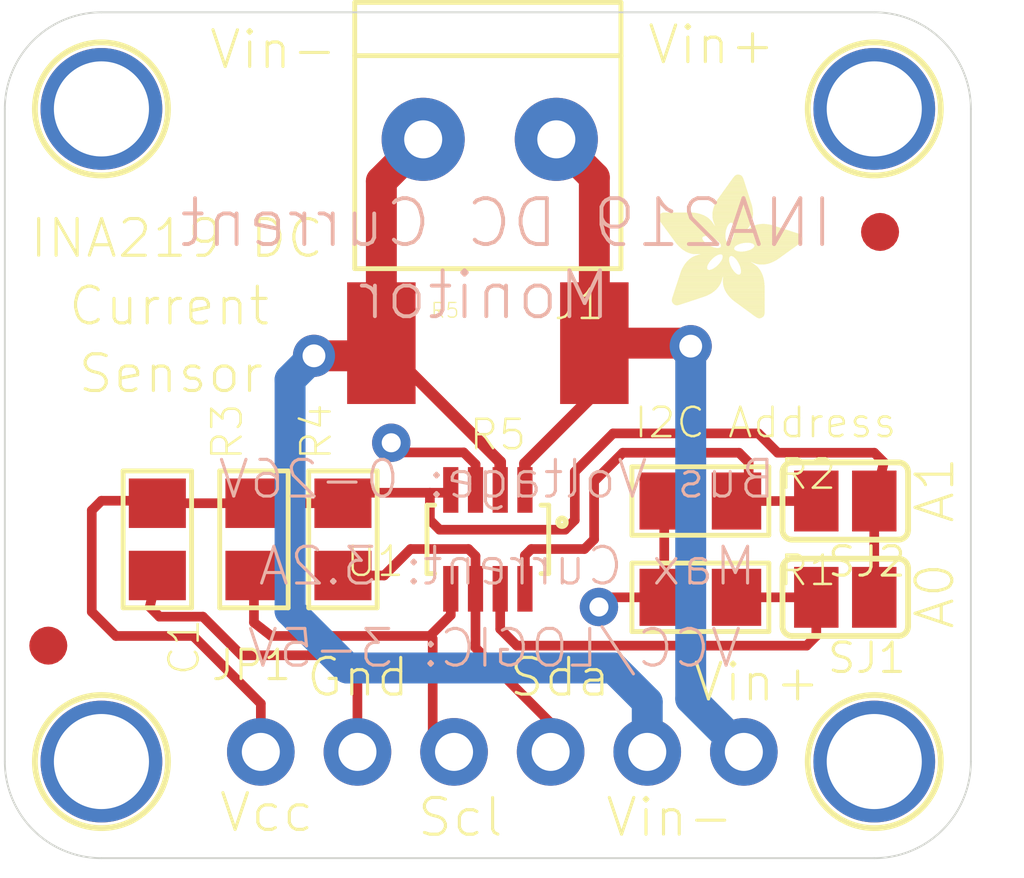
<source format=kicad_pcb>
(kicad_pcb (version 20171130) (host pcbnew "(5.1.4)-1")

  (general
    (thickness 1.6)
    (drawings 28)
    (tracks 102)
    (zones 0)
    (modules 18)
    (nets 9)
  )

  (page A4)
  (layers
    (0 Top signal)
    (31 Bottom signal)
    (32 B.Adhes user)
    (33 F.Adhes user)
    (34 B.Paste user)
    (35 F.Paste user)
    (36 B.SilkS user)
    (37 F.SilkS user)
    (38 B.Mask user)
    (39 F.Mask user)
    (40 Dwgs.User user)
    (41 Cmts.User user)
    (42 Eco1.User user)
    (43 Eco2.User user)
    (44 Edge.Cuts user)
    (45 Margin user)
    (46 B.CrtYd user)
    (47 F.CrtYd user)
    (48 B.Fab user)
    (49 F.Fab user)
  )

  (setup
    (last_trace_width 0.25)
    (trace_clearance 0.2)
    (zone_clearance 0.508)
    (zone_45_only no)
    (trace_min 0.2)
    (via_size 0.8)
    (via_drill 0.4)
    (via_min_size 0.4)
    (via_min_drill 0.3)
    (uvia_size 0.3)
    (uvia_drill 0.1)
    (uvias_allowed no)
    (uvia_min_size 0.2)
    (uvia_min_drill 0.1)
    (edge_width 0.05)
    (segment_width 0.2)
    (pcb_text_width 0.3)
    (pcb_text_size 1.5 1.5)
    (mod_edge_width 0.12)
    (mod_text_size 1 1)
    (mod_text_width 0.15)
    (pad_size 1.524 1.524)
    (pad_drill 0.762)
    (pad_to_mask_clearance 0.051)
    (solder_mask_min_width 0.25)
    (aux_axis_origin 0 0)
    (visible_elements FFFFFF7F)
    (pcbplotparams
      (layerselection 0x010fc_ffffffff)
      (usegerberextensions false)
      (usegerberattributes false)
      (usegerberadvancedattributes false)
      (creategerberjobfile false)
      (excludeedgelayer true)
      (linewidth 0.100000)
      (plotframeref false)
      (viasonmask false)
      (mode 1)
      (useauxorigin false)
      (hpglpennumber 1)
      (hpglpenspeed 20)
      (hpglpendiameter 15.000000)
      (psnegative false)
      (psa4output false)
      (plotreference true)
      (plotvalue true)
      (plotinvisibletext false)
      (padsonsilk false)
      (subtractmaskfromsilk false)
      (outputformat 1)
      (mirror false)
      (drillshape 1)
      (scaleselection 1)
      (outputdirectory ""))
  )

  (net 0 "")
  (net 1 VCC)
  (net 2 GND)
  (net 3 "Net-(R1-Pad2)")
  (net 4 /SDA)
  (net 5 /SCL)
  (net 6 /VIN-)
  (net 7 "Net-(R2-Pad2)")
  (net 8 /VIN+)

  (net_class Default "This is the default net class."
    (clearance 0.2)
    (trace_width 0.25)
    (via_dia 0.8)
    (via_drill 0.4)
    (uvia_dia 0.3)
    (uvia_drill 0.1)
    (add_net /SCL)
    (add_net /SDA)
    (add_net /VIN+)
    (add_net /VIN-)
    (add_net GND)
    (add_net "Net-(R1-Pad2)")
    (add_net "Net-(R2-Pad2)")
    (add_net VCC)
  )

  (module Adafruit_INA219_CurPowerMonitor:SOT23-8 (layer Top) (tedit 0) (tstamp 5DC0C494)
    (at 148.5011 107.7416 180)
    (descr "<b>Source: </b>http://www.ti.com/lit/ml/mpds099c/mpds099c.pdf")
    (path /9CF17748)
    (fp_text reference U1 (at 2.151 -0.127 180) (layer F.SilkS)
      (effects (font (size 0.77216 0.77216) (thickness 0.065024)) (justify right top))
    )
    (fp_text value INA219BIDCNT (at 2.151 0.889 180) (layer F.Fab)
      (effects (font (size 0.77216 0.77216) (thickness 0.065024)) (justify right top))
    )
    (fp_line (start 1.6 0.9) (end 1.4 0.9) (layer F.SilkS) (width 0.127))
    (fp_line (start 1.6 -0.9) (end 1.6 0.9) (layer F.SilkS) (width 0.127))
    (fp_line (start 1.4 -0.9) (end 1.6 -0.9) (layer F.SilkS) (width 0.127))
    (fp_line (start -1.6 0.9) (end -1.4 0.9) (layer F.SilkS) (width 0.127))
    (fp_line (start -1.6 -0.9) (end -1.6 0.9) (layer F.SilkS) (width 0.127))
    (fp_line (start -1.4 -0.9) (end -1.6 -0.9) (layer F.SilkS) (width 0.127))
    (fp_poly (pts (xy -0.515 -0.875) (xy -0.135 -0.875) (xy -0.135 -1.5) (xy -0.515 -1.5)) (layer F.Fab) (width 0))
    (fp_poly (pts (xy 0.135 -0.875) (xy 0.515 -0.875) (xy 0.515 -1.5) (xy 0.135 -1.5)) (layer F.Fab) (width 0))
    (fp_poly (pts (xy 0.785 -0.875) (xy 1.165 -0.875) (xy 1.165 -1.5) (xy 0.785 -1.5)) (layer F.Fab) (width 0))
    (fp_poly (pts (xy 0.785 1.5) (xy 1.165 1.5) (xy 1.165 0.875) (xy 0.785 0.875)) (layer F.Fab) (width 0))
    (fp_poly (pts (xy 0.135 1.5) (xy 0.515 1.5) (xy 0.515 0.875) (xy 0.135 0.875)) (layer F.Fab) (width 0))
    (fp_poly (pts (xy -0.515 1.5) (xy -0.135 1.5) (xy -0.135 0.875) (xy -0.515 0.875)) (layer F.Fab) (width 0))
    (fp_poly (pts (xy -1.165 1.5) (xy -0.785 1.5) (xy -0.785 0.875) (xy -1.165 0.875)) (layer F.Fab) (width 0))
    (fp_poly (pts (xy -1.165 -0.875) (xy -0.785 -0.875) (xy -0.785 -1.5) (xy -1.165 -1.5)) (layer F.Fab) (width 0))
    (fp_circle (center -1.95 0.45) (end -1.85 0.45) (layer F.SilkS) (width 0.1524))
    (fp_line (start -1.5 -0.81) (end 1.5 -0.81) (layer F.Fab) (width 0.1524))
    (fp_line (start -1.5 0.81) (end -1.5 -0.81) (layer F.Fab) (width 0.1524))
    (fp_line (start 1.5 0.81) (end -1.5 0.81) (layer F.Fab) (width 0.1524))
    (fp_line (start 1.5 -0.81) (end 1.5 0.81) (layer F.Fab) (width 0.1524))
    (pad 7 smd rect (at -0.325 -1.3 180) (size 0.4 1.2) (layers Top F.Paste F.Mask)
      (net 3 "Net-(R1-Pad2)") (solder_mask_margin 0.0762))
    (pad 6 smd rect (at 0.325 -1.3 180) (size 0.4 1.2) (layers Top F.Paste F.Mask)
      (net 4 /SDA) (solder_mask_margin 0.0762))
    (pad 5 smd rect (at 0.975 -1.3 180) (size 0.4 1.2) (layers Top F.Paste F.Mask)
      (net 5 /SCL) (solder_mask_margin 0.0762))
    (pad 4 smd rect (at 0.975 1.3 180) (size 0.4 1.2) (layers Top F.Paste F.Mask)
      (net 1 VCC) (solder_mask_margin 0.0762))
    (pad 3 smd rect (at 0.325 1.3 180) (size 0.4 1.2) (layers Top F.Paste F.Mask)
      (net 2 GND) (solder_mask_margin 0.0762))
    (pad 2 smd rect (at -0.325 1.3 180) (size 0.4 1.2) (layers Top F.Paste F.Mask)
      (net 6 /VIN-) (solder_mask_margin 0.0762))
    (pad 8 smd rect (at -0.975 -1.3 180) (size 0.4 1.2) (layers Top F.Paste F.Mask)
      (net 7 "Net-(R2-Pad2)") (solder_mask_margin 0.0762))
    (pad 1 smd rect (at -0.975 1.3 180) (size 0.4 1.2) (layers Top F.Paste F.Mask)
      (net 8 /VIN+) (solder_mask_margin 0.0762))
  )

  (module Adafruit_INA219_CurPowerMonitor:0805 (layer Top) (tedit 0) (tstamp 5DC0C4B2)
    (at 139.8111 107.7416 270)
    (descr "0805 (2012 Metric)")
    (path /F54B275B)
    (fp_text reference C1 (at 2.032 -0.254 270) (layer F.SilkS)
      (effects (font (size 0.77216 0.77216) (thickness 0.065024)) (justify right top))
    )
    (fp_text value 0.1µF (at 2.032 0.762 270) (layer F.Fab)
      (effects (font (size 0.77216 0.77216) (thickness 0.065024)) (justify right top))
    )
    (fp_poly (pts (xy -0.1001 0.4001) (xy 0.1001 0.4001) (xy 0.1001 -0.4001) (xy -0.1001 -0.4001)) (layer F.Adhes) (width 0))
    (fp_poly (pts (xy 0.3556 0.7239) (xy 1.1057 0.7239) (xy 1.1057 -0.7262) (xy 0.3556 -0.7262)) (layer F.Fab) (width 0))
    (fp_poly (pts (xy -1.0922 0.7239) (xy -0.3421 0.7239) (xy -0.3421 -0.7262) (xy -1.0922 -0.7262)) (layer F.Fab) (width 0))
    (fp_line (start -1.8 -0.9) (end 1.8 -0.9) (layer F.SilkS) (width 0.127))
    (fp_line (start -1.8 0.9) (end -1.8 -0.9) (layer F.SilkS) (width 0.127))
    (fp_line (start 1.8 0.9) (end -1.8 0.9) (layer F.SilkS) (width 0.127))
    (fp_line (start 1.8 -0.9) (end 1.8 0.9) (layer F.SilkS) (width 0.127))
    (fp_line (start 1.873 -0.883) (end 1.873 0.883) (layer Dwgs.User) (width 0.0508))
    (fp_line (start -0.356 0.66) (end 0.381 0.66) (layer F.Fab) (width 0.1016))
    (fp_line (start -0.381 -0.66) (end 0.381 -0.66) (layer F.Fab) (width 0.1016))
    (fp_line (start -1.873 0.883) (end -1.873 -0.883) (layer Dwgs.User) (width 0.0508))
    (fp_line (start 1.873 0.883) (end -1.873 0.883) (layer Dwgs.User) (width 0.0508))
    (fp_line (start -1.873 -0.883) (end 1.873 -0.883) (layer Dwgs.User) (width 0.0508))
    (pad 2 smd rect (at 0.95 0 270) (size 1.3 1.5) (layers Top F.Paste F.Mask)
      (net 2 GND) (solder_mask_margin 0.0762))
    (pad 1 smd rect (at -0.95 0 270) (size 1.3 1.5) (layers Top F.Paste F.Mask)
      (net 1 VCC) (solder_mask_margin 0.0762))
  )

  (module Adafruit_INA219_CurPowerMonitor:SOLDERJUMPER_REFLOW_NOPASTE (layer Top) (tedit 0) (tstamp 5DC0C4C4)
    (at 157.8991 109.2656 180)
    (path /666E743F)
    (fp_text reference SJ1 (at -1.651 -1.143 180) (layer F.SilkS)
      (effects (font (size 0.77216 0.77216) (thickness 0.08128)) (justify right top))
    )
    (fp_text value SOLDERJUMPERREFLOW_NOPASTE (at 0.4001 0 180) (layer F.Fab)
      (effects (font (size 0.019 0.019) (thickness 0.0016)) (justify right top))
    )
    (fp_poly (pts (xy -0.0762 0.9144) (xy 0.0762 0.9144) (xy 0.0762 -0.9144) (xy -0.0762 -0.9144)) (layer F.Mask) (width 0))
    (fp_arc (start 0.254 0) (end 0.254 -0.127) (angle 180) (layer F.Fab) (width 1.27))
    (fp_arc (start -0.254 0) (end -0.254 0.127) (angle 180) (layer F.Fab) (width 1.27))
    (fp_line (start -1.016 0) (end -1.524 0) (layer F.Fab) (width 0.1524))
    (fp_line (start 1.016 0) (end 1.524 0) (layer F.Fab) (width 0.1524))
    (fp_line (start -1.397 -1.016) (end 1.397 -1.016) (layer F.SilkS) (width 0.1524))
    (fp_line (start -1.651 0.762) (end -1.651 -0.762) (layer F.SilkS) (width 0.1524))
    (fp_line (start 1.651 0.762) (end 1.651 -0.762) (layer F.SilkS) (width 0.1524))
    (fp_arc (start 1.397 0.762) (end 1.397 1.016) (angle -90) (layer F.SilkS) (width 0.1524))
    (fp_arc (start -1.397 0.762) (end -1.651 0.762) (angle -90) (layer F.SilkS) (width 0.1524))
    (fp_arc (start -1.397 -0.762) (end -1.651 -0.762) (angle 90) (layer F.SilkS) (width 0.1524))
    (fp_arc (start 1.397 -0.762) (end 1.397 -1.016) (angle 90) (layer F.SilkS) (width 0.1524))
    (fp_line (start 1.397 1.016) (end -1.397 1.016) (layer F.SilkS) (width 0.1524))
    (pad 2 smd rect (at 0.762 0 180) (size 1.1684 1.6002) (layers Top F.Mask)
      (net 3 "Net-(R1-Pad2)") (solder_mask_margin 0.0762))
    (pad 1 smd rect (at -0.762 0 180) (size 1.1684 1.6002) (layers Top F.Mask)
      (net 1 VCC) (solder_mask_margin 0.0762))
  )

  (module Adafruit_INA219_CurPowerMonitor:SOLDERJUMPER_REFLOW_NOPASTE (layer Top) (tedit 0) (tstamp 5DC0C4D6)
    (at 157.8991 106.7336 180)
    (path /2B525D20)
    (fp_text reference SJ2 (at -1.651 -1.143 180) (layer F.SilkS)
      (effects (font (size 0.77216 0.77216) (thickness 0.08128)) (justify right top))
    )
    (fp_text value SOLDERJUMPERREFLOW_NOPASTE (at 0.4001 0 180) (layer F.Fab)
      (effects (font (size 0.019 0.019) (thickness 0.0016)) (justify right top))
    )
    (fp_poly (pts (xy -0.0762 0.9144) (xy 0.0762 0.9144) (xy 0.0762 -0.9144) (xy -0.0762 -0.9144)) (layer F.Mask) (width 0))
    (fp_arc (start 0.254 0) (end 0.254 -0.127) (angle 180) (layer F.Fab) (width 1.27))
    (fp_arc (start -0.254 0) (end -0.254 0.127) (angle 180) (layer F.Fab) (width 1.27))
    (fp_line (start -1.016 0) (end -1.524 0) (layer F.Fab) (width 0.1524))
    (fp_line (start 1.016 0) (end 1.524 0) (layer F.Fab) (width 0.1524))
    (fp_line (start -1.397 -1.016) (end 1.397 -1.016) (layer F.SilkS) (width 0.1524))
    (fp_line (start -1.651 0.762) (end -1.651 -0.762) (layer F.SilkS) (width 0.1524))
    (fp_line (start 1.651 0.762) (end 1.651 -0.762) (layer F.SilkS) (width 0.1524))
    (fp_arc (start 1.397 0.762) (end 1.397 1.016) (angle -90) (layer F.SilkS) (width 0.1524))
    (fp_arc (start -1.397 0.762) (end -1.651 0.762) (angle -90) (layer F.SilkS) (width 0.1524))
    (fp_arc (start -1.397 -0.762) (end -1.651 -0.762) (angle 90) (layer F.SilkS) (width 0.1524))
    (fp_arc (start 1.397 -0.762) (end 1.397 -1.016) (angle 90) (layer F.SilkS) (width 0.1524))
    (fp_line (start 1.397 1.016) (end -1.397 1.016) (layer F.SilkS) (width 0.1524))
    (pad 2 smd rect (at 0.762 0 180) (size 1.1684 1.6002) (layers Top F.Mask)
      (net 7 "Net-(R2-Pad2)") (solder_mask_margin 0.0762))
    (pad 1 smd rect (at -0.762 0 180) (size 1.1684 1.6002) (layers Top F.Mask)
      (net 1 VCC) (solder_mask_margin 0.0762))
  )

  (module Adafruit_INA219_CurPowerMonitor:0805 (layer Top) (tedit 0) (tstamp 5DC0C4E8)
    (at 154.0891 109.2656)
    (descr "0805 (2012 Metric)")
    (path /DE04AF3C)
    (fp_text reference R1 (at 2.032 -0.254) (layer F.SilkS)
      (effects (font (size 0.77216 0.77216) (thickness 0.065024)) (justify left bottom))
    )
    (fp_text value 10K (at 2.032 0.762) (layer F.Fab)
      (effects (font (size 0.77216 0.77216) (thickness 0.065024)) (justify left bottom))
    )
    (fp_poly (pts (xy -0.1001 0.4001) (xy 0.1001 0.4001) (xy 0.1001 -0.4001) (xy -0.1001 -0.4001)) (layer F.Adhes) (width 0))
    (fp_poly (pts (xy 0.3556 0.7239) (xy 1.1057 0.7239) (xy 1.1057 -0.7262) (xy 0.3556 -0.7262)) (layer F.Fab) (width 0))
    (fp_poly (pts (xy -1.0922 0.7239) (xy -0.3421 0.7239) (xy -0.3421 -0.7262) (xy -1.0922 -0.7262)) (layer F.Fab) (width 0))
    (fp_line (start -1.8 -0.9) (end 1.8 -0.9) (layer F.SilkS) (width 0.127))
    (fp_line (start -1.8 0.9) (end -1.8 -0.9) (layer F.SilkS) (width 0.127))
    (fp_line (start 1.8 0.9) (end -1.8 0.9) (layer F.SilkS) (width 0.127))
    (fp_line (start 1.8 -0.9) (end 1.8 0.9) (layer F.SilkS) (width 0.127))
    (fp_line (start 1.873 -0.883) (end 1.873 0.883) (layer Dwgs.User) (width 0.0508))
    (fp_line (start -0.356 0.66) (end 0.381 0.66) (layer F.Fab) (width 0.1016))
    (fp_line (start -0.381 -0.66) (end 0.381 -0.66) (layer F.Fab) (width 0.1016))
    (fp_line (start -1.873 0.883) (end -1.873 -0.883) (layer Dwgs.User) (width 0.0508))
    (fp_line (start 1.873 0.883) (end -1.873 0.883) (layer Dwgs.User) (width 0.0508))
    (fp_line (start -1.873 -0.883) (end 1.873 -0.883) (layer Dwgs.User) (width 0.0508))
    (pad 2 smd rect (at 0.95 0) (size 1.3 1.5) (layers Top F.Paste F.Mask)
      (net 3 "Net-(R1-Pad2)") (solder_mask_margin 0.0762))
    (pad 1 smd rect (at -0.95 0) (size 1.3 1.5) (layers Top F.Paste F.Mask)
      (net 2 GND) (solder_mask_margin 0.0762))
  )

  (module Adafruit_INA219_CurPowerMonitor:0805 (layer Top) (tedit 0) (tstamp 5DC0C4FA)
    (at 154.0891 106.7336)
    (descr "0805 (2012 Metric)")
    (path /0F3C4881)
    (fp_text reference R2 (at 2.032 -0.254) (layer F.SilkS)
      (effects (font (size 0.77216 0.77216) (thickness 0.065024)) (justify left bottom))
    )
    (fp_text value 10K (at 2.032 0.762) (layer F.Fab)
      (effects (font (size 0.77216 0.77216) (thickness 0.065024)) (justify left bottom))
    )
    (fp_poly (pts (xy -0.1001 0.4001) (xy 0.1001 0.4001) (xy 0.1001 -0.4001) (xy -0.1001 -0.4001)) (layer F.Adhes) (width 0))
    (fp_poly (pts (xy 0.3556 0.7239) (xy 1.1057 0.7239) (xy 1.1057 -0.7262) (xy 0.3556 -0.7262)) (layer F.Fab) (width 0))
    (fp_poly (pts (xy -1.0922 0.7239) (xy -0.3421 0.7239) (xy -0.3421 -0.7262) (xy -1.0922 -0.7262)) (layer F.Fab) (width 0))
    (fp_line (start -1.8 -0.9) (end 1.8 -0.9) (layer F.SilkS) (width 0.127))
    (fp_line (start -1.8 0.9) (end -1.8 -0.9) (layer F.SilkS) (width 0.127))
    (fp_line (start 1.8 0.9) (end -1.8 0.9) (layer F.SilkS) (width 0.127))
    (fp_line (start 1.8 -0.9) (end 1.8 0.9) (layer F.SilkS) (width 0.127))
    (fp_line (start 1.873 -0.883) (end 1.873 0.883) (layer Dwgs.User) (width 0.0508))
    (fp_line (start -0.356 0.66) (end 0.381 0.66) (layer F.Fab) (width 0.1016))
    (fp_line (start -0.381 -0.66) (end 0.381 -0.66) (layer F.Fab) (width 0.1016))
    (fp_line (start -1.873 0.883) (end -1.873 -0.883) (layer Dwgs.User) (width 0.0508))
    (fp_line (start 1.873 0.883) (end -1.873 0.883) (layer Dwgs.User) (width 0.0508))
    (fp_line (start -1.873 -0.883) (end 1.873 -0.883) (layer Dwgs.User) (width 0.0508))
    (pad 2 smd rect (at 0.95 0) (size 1.3 1.5) (layers Top F.Paste F.Mask)
      (net 7 "Net-(R2-Pad2)") (solder_mask_margin 0.0762))
    (pad 1 smd rect (at -0.95 0) (size 1.3 1.5) (layers Top F.Paste F.Mask)
      (net 2 GND) (solder_mask_margin 0.0762))
  )

  (module Adafruit_INA219_CurPowerMonitor:0805 (layer Top) (tedit 0) (tstamp 5DC0C50C)
    (at 142.3511 107.7416 90)
    (descr "0805 (2012 Metric)")
    (path /2A684572)
    (fp_text reference R3 (at 2.032 -0.254 90) (layer F.SilkS)
      (effects (font (size 0.77216 0.77216) (thickness 0.065024)) (justify left bottom))
    )
    (fp_text value 10K (at 2.032 0.762 90) (layer F.Fab)
      (effects (font (size 0.77216 0.77216) (thickness 0.065024)) (justify left bottom))
    )
    (fp_poly (pts (xy -0.1001 0.4001) (xy 0.1001 0.4001) (xy 0.1001 -0.4001) (xy -0.1001 -0.4001)) (layer F.Adhes) (width 0))
    (fp_poly (pts (xy 0.3556 0.7239) (xy 1.1057 0.7239) (xy 1.1057 -0.7262) (xy 0.3556 -0.7262)) (layer F.Fab) (width 0))
    (fp_poly (pts (xy -1.0922 0.7239) (xy -0.3421 0.7239) (xy -0.3421 -0.7262) (xy -1.0922 -0.7262)) (layer F.Fab) (width 0))
    (fp_line (start -1.8 -0.9) (end 1.8 -0.9) (layer F.SilkS) (width 0.127))
    (fp_line (start -1.8 0.9) (end -1.8 -0.9) (layer F.SilkS) (width 0.127))
    (fp_line (start 1.8 0.9) (end -1.8 0.9) (layer F.SilkS) (width 0.127))
    (fp_line (start 1.8 -0.9) (end 1.8 0.9) (layer F.SilkS) (width 0.127))
    (fp_line (start 1.873 -0.883) (end 1.873 0.883) (layer Dwgs.User) (width 0.0508))
    (fp_line (start -0.356 0.66) (end 0.381 0.66) (layer F.Fab) (width 0.1016))
    (fp_line (start -0.381 -0.66) (end 0.381 -0.66) (layer F.Fab) (width 0.1016))
    (fp_line (start -1.873 0.883) (end -1.873 -0.883) (layer Dwgs.User) (width 0.0508))
    (fp_line (start 1.873 0.883) (end -1.873 0.883) (layer Dwgs.User) (width 0.0508))
    (fp_line (start -1.873 -0.883) (end 1.873 -0.883) (layer Dwgs.User) (width 0.0508))
    (pad 2 smd rect (at 0.95 0 90) (size 1.3 1.5) (layers Top F.Paste F.Mask)
      (net 1 VCC) (solder_mask_margin 0.0762))
    (pad 1 smd rect (at -0.95 0 90) (size 1.3 1.5) (layers Top F.Paste F.Mask)
      (net 5 /SCL) (solder_mask_margin 0.0762))
  )

  (module Adafruit_INA219_CurPowerMonitor:0805 (layer Top) (tedit 0) (tstamp 5DC0C51E)
    (at 144.6911 107.7416 90)
    (descr "0805 (2012 Metric)")
    (path /30FCCEAE)
    (fp_text reference R4 (at 2.032 -0.254 90) (layer F.SilkS)
      (effects (font (size 0.77216 0.77216) (thickness 0.065024)) (justify left bottom))
    )
    (fp_text value 10K (at 2.032 0.762 90) (layer F.Fab)
      (effects (font (size 0.77216 0.77216) (thickness 0.065024)) (justify left bottom))
    )
    (fp_poly (pts (xy -0.1001 0.4001) (xy 0.1001 0.4001) (xy 0.1001 -0.4001) (xy -0.1001 -0.4001)) (layer F.Adhes) (width 0))
    (fp_poly (pts (xy 0.3556 0.7239) (xy 1.1057 0.7239) (xy 1.1057 -0.7262) (xy 0.3556 -0.7262)) (layer F.Fab) (width 0))
    (fp_poly (pts (xy -1.0922 0.7239) (xy -0.3421 0.7239) (xy -0.3421 -0.7262) (xy -1.0922 -0.7262)) (layer F.Fab) (width 0))
    (fp_line (start -1.8 -0.9) (end 1.8 -0.9) (layer F.SilkS) (width 0.127))
    (fp_line (start -1.8 0.9) (end -1.8 -0.9) (layer F.SilkS) (width 0.127))
    (fp_line (start 1.8 0.9) (end -1.8 0.9) (layer F.SilkS) (width 0.127))
    (fp_line (start 1.8 -0.9) (end 1.8 0.9) (layer F.SilkS) (width 0.127))
    (fp_line (start 1.873 -0.883) (end 1.873 0.883) (layer Dwgs.User) (width 0.0508))
    (fp_line (start -0.356 0.66) (end 0.381 0.66) (layer F.Fab) (width 0.1016))
    (fp_line (start -0.381 -0.66) (end 0.381 -0.66) (layer F.Fab) (width 0.1016))
    (fp_line (start -1.873 0.883) (end -1.873 -0.883) (layer Dwgs.User) (width 0.0508))
    (fp_line (start 1.873 0.883) (end -1.873 0.883) (layer Dwgs.User) (width 0.0508))
    (fp_line (start -1.873 -0.883) (end 1.873 -0.883) (layer Dwgs.User) (width 0.0508))
    (pad 2 smd rect (at 0.95 0 90) (size 1.3 1.5) (layers Top F.Paste F.Mask)
      (net 1 VCC) (solder_mask_margin 0.0762))
    (pad 1 smd rect (at -0.95 0 90) (size 1.3 1.5) (layers Top F.Paste F.Mask)
      (net 4 /SDA) (solder_mask_margin 0.0762))
  )

  (module Adafruit_INA219_CurPowerMonitor:FIDUCIAL_1MM (layer Top) (tedit 0) (tstamp 5DC0C530)
    (at 158.8131 99.6586)
    (path /57AF2ED6)
    (fp_text reference FID1 (at 0 0) (layer F.SilkS) hide
      (effects (font (size 1.27 1.27) (thickness 0.15)))
    )
    (fp_text value FIDUCIAL"" (at 0 0) (layer F.SilkS) hide
      (effects (font (size 1.27 1.27) (thickness 0.15)))
    )
    (fp_poly (pts (xy -1 0) (xy -0.974928 0.222521) (xy -0.900969 0.433884) (xy -0.781831 0.62349)
      (xy -0.62349 0.781831) (xy -0.433884 0.900969) (xy 0 1) (xy 0.222521 0.974928)
      (xy 0.433884 0.900969) (xy 0.62349 0.781831) (xy 0.781831 0.62349) (xy 0.900969 0.433884)
      (xy 1 0) (xy 0.974928 -0.222521) (xy 0.900969 -0.433884) (xy 0.781831 -0.62349)
      (xy 0.62349 -0.781831) (xy 0.433884 -0.900969) (xy 0 -1) (xy -0.222521 -0.974928)
      (xy -0.433884 -0.900969) (xy -0.62349 -0.781831) (xy -0.781831 -0.62349) (xy -0.900969 -0.433884)) (layer Dwgs.User) (width 0))
    (fp_poly (pts (xy -1 0) (xy -0.974928 0.222521) (xy -0.900969 0.433884) (xy -0.781831 0.62349)
      (xy -0.62349 0.781831) (xy -0.433884 0.900969) (xy 0 1) (xy 0.222521 0.974928)
      (xy 0.433884 0.900969) (xy 0.62349 0.781831) (xy 0.781831 0.62349) (xy 0.900969 0.433884)
      (xy 1 0) (xy 0.974928 -0.222521) (xy 0.900969 -0.433884) (xy 0.781831 -0.62349)
      (xy 0.62349 -0.781831) (xy 0.433884 -0.900969) (xy 0 -1) (xy -0.222521 -0.974928)
      (xy -0.433884 -0.900969) (xy -0.62349 -0.781831) (xy -0.781831 -0.62349) (xy -0.900969 -0.433884)) (layer F.Mask) (width 0))
    (pad 1 smd roundrect (at 0 0) (size 1 1) (layers Top F.Mask) (roundrect_rratio 0.5)
      (solder_mask_margin 0.0762))
  )

  (module Adafruit_INA219_CurPowerMonitor:FIDUCIAL_1MM (layer Top) (tedit 0) (tstamp 5DC0C536)
    (at 136.9441 110.5356)
    (path /AD69ACBC)
    (fp_text reference FID2 (at 0 0) (layer F.SilkS) hide
      (effects (font (size 1.27 1.27) (thickness 0.15)))
    )
    (fp_text value FIDUCIAL"" (at 0 0) (layer F.SilkS) hide
      (effects (font (size 1.27 1.27) (thickness 0.15)))
    )
    (fp_poly (pts (xy -1 0) (xy -0.974928 0.222521) (xy -0.900969 0.433884) (xy -0.781831 0.62349)
      (xy -0.62349 0.781831) (xy -0.433884 0.900969) (xy 0 1) (xy 0.222521 0.974928)
      (xy 0.433884 0.900969) (xy 0.62349 0.781831) (xy 0.781831 0.62349) (xy 0.900969 0.433884)
      (xy 1 0) (xy 0.974928 -0.222521) (xy 0.900969 -0.433884) (xy 0.781831 -0.62349)
      (xy 0.62349 -0.781831) (xy 0.433884 -0.900969) (xy 0 -1) (xy -0.222521 -0.974928)
      (xy -0.433884 -0.900969) (xy -0.62349 -0.781831) (xy -0.781831 -0.62349) (xy -0.900969 -0.433884)) (layer Dwgs.User) (width 0))
    (fp_poly (pts (xy -1 0) (xy -0.974928 0.222521) (xy -0.900969 0.433884) (xy -0.781831 0.62349)
      (xy -0.62349 0.781831) (xy -0.433884 0.900969) (xy 0 1) (xy 0.222521 0.974928)
      (xy 0.433884 0.900969) (xy 0.62349 0.781831) (xy 0.781831 0.62349) (xy 0.900969 0.433884)
      (xy 1 0) (xy 0.974928 -0.222521) (xy 0.900969 -0.433884) (xy 0.781831 -0.62349)
      (xy 0.62349 -0.781831) (xy 0.433884 -0.900969) (xy 0 -1) (xy -0.222521 -0.974928)
      (xy -0.433884 -0.900969) (xy -0.62349 -0.781831) (xy -0.781831 -0.62349) (xy -0.900969 -0.433884)) (layer F.Mask) (width 0))
    (pad 1 smd roundrect (at 0 0) (size 1 1) (layers Top F.Mask) (roundrect_rratio 0.5)
      (solder_mask_margin 0.0762))
  )

  (module Adafruit_INA219_CurPowerMonitor:MOUNTINGHOLE_2.5_PLATED (layer Top) (tedit 0) (tstamp 5DC0C53C)
    (at 158.6611 113.5836)
    (path /63C62AE7)
    (fp_text reference U$7 (at 0 0) (layer F.SilkS) hide
      (effects (font (size 1.27 1.27) (thickness 0.15)))
    )
    (fp_text value MOUNTINGHOLE2.5 (at 0 0) (layer F.SilkS) hide
      (effects (font (size 1.27 1.27) (thickness 0.15)))
    )
    (fp_circle (center 0 0) (end 1 0) (layer Dwgs.User) (width 2.032))
    (fp_circle (center 0 0) (end 1 0) (layer Dwgs.User) (width 2.032))
    (fp_circle (center 0 0) (end 1 0) (layer Dwgs.User) (width 2.032))
    (fp_circle (center 0 0) (end 1 0) (layer Dwgs.User) (width 2.032))
    (fp_circle (center 0 0) (end 1.75 0) (layer F.SilkS) (width 0.1524))
    (pad P$1 thru_hole circle (at 0 0) (size 3.2 3.2) (drill 2.5) (layers *.Cu *.Mask)
      (solder_mask_margin 0.0762))
  )

  (module Adafruit_INA219_CurPowerMonitor:MOUNTINGHOLE_2.5_PLATED (layer Top) (tedit 0) (tstamp 5DC0C545)
    (at 138.3411 113.5836)
    (path /59F585D1)
    (fp_text reference U$8 (at 0 0) (layer F.SilkS) hide
      (effects (font (size 1.27 1.27) (thickness 0.15)))
    )
    (fp_text value MOUNTINGHOLE2.5 (at 0 0) (layer F.SilkS) hide
      (effects (font (size 1.27 1.27) (thickness 0.15)))
    )
    (fp_circle (center 0 0) (end 1 0) (layer Dwgs.User) (width 2.032))
    (fp_circle (center 0 0) (end 1 0) (layer Dwgs.User) (width 2.032))
    (fp_circle (center 0 0) (end 1 0) (layer Dwgs.User) (width 2.032))
    (fp_circle (center 0 0) (end 1 0) (layer Dwgs.User) (width 2.032))
    (fp_circle (center 0 0) (end 1.75 0) (layer F.SilkS) (width 0.1524))
    (pad P$1 thru_hole circle (at 0 0) (size 3.2 3.2) (drill 2.5) (layers *.Cu *.Mask)
      (solder_mask_margin 0.0762))
  )

  (module Adafruit_INA219_CurPowerMonitor:MOUNTINGHOLE_2.5_PLATED (layer Top) (tedit 0) (tstamp 5DC0C54E)
    (at 138.3411 96.4236)
    (path /9E0009A5)
    (fp_text reference U$9 (at 0 0) (layer F.SilkS) hide
      (effects (font (size 1.27 1.27) (thickness 0.15)))
    )
    (fp_text value MOUNTINGHOLE2.5 (at 0 0) (layer F.SilkS) hide
      (effects (font (size 1.27 1.27) (thickness 0.15)))
    )
    (fp_circle (center 0 0) (end 1 0) (layer Dwgs.User) (width 2.032))
    (fp_circle (center 0 0) (end 1 0) (layer Dwgs.User) (width 2.032))
    (fp_circle (center 0 0) (end 1 0) (layer Dwgs.User) (width 2.032))
    (fp_circle (center 0 0) (end 1 0) (layer Dwgs.User) (width 2.032))
    (fp_circle (center 0 0) (end 1.75 0) (layer F.SilkS) (width 0.1524))
    (pad P$1 thru_hole circle (at 0 0) (size 3.2 3.2) (drill 2.5) (layers *.Cu *.Mask)
      (solder_mask_margin 0.0762))
  )

  (module Adafruit_INA219_CurPowerMonitor:MOUNTINGHOLE_2.5_PLATED (layer Top) (tedit 0) (tstamp 5DC0C557)
    (at 158.6611 96.4236)
    (path /2B263A79)
    (fp_text reference U$10 (at 0 0) (layer F.SilkS) hide
      (effects (font (size 1.27 1.27) (thickness 0.15)))
    )
    (fp_text value MOUNTINGHOLE2.5 (at 0 0) (layer F.SilkS) hide
      (effects (font (size 1.27 1.27) (thickness 0.15)))
    )
    (fp_circle (center 0 0) (end 1 0) (layer Dwgs.User) (width 2.032))
    (fp_circle (center 0 0) (end 1 0) (layer Dwgs.User) (width 2.032))
    (fp_circle (center 0 0) (end 1 0) (layer Dwgs.User) (width 2.032))
    (fp_circle (center 0 0) (end 1 0) (layer Dwgs.User) (width 2.032))
    (fp_circle (center 0 0) (end 1.75 0) (layer F.SilkS) (width 0.1524))
    (pad P$1 thru_hole circle (at 0 0) (size 3.2 3.2) (drill 2.5) (layers *.Cu *.Mask)
      (solder_mask_margin 0.0762))
  )

  (module Adafruit_INA219_CurPowerMonitor:1X06_ROUND_70 (layer Top) (tedit 0) (tstamp 5DC0C560)
    (at 148.8821 113.3296)
    (path /0B60073D)
    (fp_text reference JP1 (at -7.6962 -1.8288) (layer F.SilkS)
      (effects (font (size 0.77216 0.77216) (thickness 0.08128)) (justify left bottom))
    )
    (fp_text value HEADER-1X670MIL (at -7.62 3.175) (layer F.Fab)
      (effects (font (size 0.77216 0.77216) (thickness 0.065024)) (justify left bottom))
    )
    (fp_poly (pts (xy 6.096 0.254) (xy 6.604 0.254) (xy 6.604 -0.254) (xy 6.096 -0.254)) (layer F.Fab) (width 0))
    (fp_poly (pts (xy -6.604 0.254) (xy -6.096 0.254) (xy -6.096 -0.254) (xy -6.604 -0.254)) (layer F.Fab) (width 0))
    (fp_poly (pts (xy -4.064 0.254) (xy -3.556 0.254) (xy -3.556 -0.254) (xy -4.064 -0.254)) (layer F.Fab) (width 0))
    (fp_poly (pts (xy -1.524 0.254) (xy -1.016 0.254) (xy -1.016 -0.254) (xy -1.524 -0.254)) (layer F.Fab) (width 0))
    (fp_poly (pts (xy 1.016 0.254) (xy 1.524 0.254) (xy 1.524 -0.254) (xy 1.016 -0.254)) (layer F.Fab) (width 0))
    (fp_poly (pts (xy 3.556 0.254) (xy 4.064 0.254) (xy 4.064 -0.254) (xy 3.556 -0.254)) (layer F.Fab) (width 0))
    (fp_line (start -7.62 -0.635) (end -7.62 0.635) (layer F.Fab) (width 0.1524))
    (pad 6 thru_hole circle (at 6.35 0 90) (size 1.778 1.778) (drill 1) (layers *.Cu *.Mask)
      (net 8 /VIN+) (solder_mask_margin 0.0762))
    (pad 5 thru_hole circle (at 3.81 0 90) (size 1.778 1.778) (drill 1) (layers *.Cu *.Mask)
      (net 6 /VIN-) (solder_mask_margin 0.0762))
    (pad 4 thru_hole circle (at 1.27 0 90) (size 1.778 1.778) (drill 1) (layers *.Cu *.Mask)
      (net 4 /SDA) (solder_mask_margin 0.0762))
    (pad 3 thru_hole circle (at -1.27 0 90) (size 1.778 1.778) (drill 1) (layers *.Cu *.Mask)
      (net 5 /SCL) (solder_mask_margin 0.0762))
    (pad 2 thru_hole circle (at -3.81 0 90) (size 1.778 1.778) (drill 1) (layers *.Cu *.Mask)
      (net 2 GND) (solder_mask_margin 0.0762))
    (pad 1 thru_hole circle (at -6.35 0 90) (size 1.778 1.778) (drill 1) (layers *.Cu *.Mask)
      (net 1 VCC) (solder_mask_margin 0.0762))
  )

  (module Adafruit_INA219_CurPowerMonitor:2512 (layer Top) (tedit 0) (tstamp 5DC0C570)
    (at 148.5011 102.5826)
    (descr "<b>RESISTOR 2512 (Metric 6432)</b>")
    (path /385167B5)
    (fp_text reference R5 (at -1.524 -0.635) (layer F.SilkS)
      (effects (font (size 0.38608 0.38608) (thickness 0.032512)) (justify left bottom))
    )
    (fp_text value "0.1/1% (PT2512FK-070R1L)" (at -1.524 1.143) (layer F.Fab)
      (effects (font (size 0.38608 0.38608) (thickness 0.032512)) (justify left bottom))
    )
    (fp_poly (pts (xy -0.5001 1) (xy 0.5001 1) (xy 0.5001 -1) (xy -0.5001 -1)) (layer F.Adhes) (width 0))
    (fp_poly (pts (xy 2.3622 1.5494) (xy 3.2121 1.5494) (xy 3.2121 -1.5507) (xy 2.3622 -1.5507)) (layer F.Fab) (width 0))
    (fp_poly (pts (xy -3.2004 1.5494) (xy -2.3505 1.5494) (xy -2.3505 -1.5507) (xy -3.2004 -1.5507)) (layer F.Fab) (width 0))
    (fp_line (start -3.973 1.983) (end -3.973 -1.983) (layer Dwgs.User) (width 0.0508))
    (fp_line (start 3.973 1.983) (end -3.973 1.983) (layer Dwgs.User) (width 0.0508))
    (fp_line (start 3.973 -1.983) (end 3.973 1.983) (layer Dwgs.User) (width 0.0508))
    (fp_line (start -3.973 -1.983) (end 3.973 -1.983) (layer Dwgs.User) (width 0.0508))
    (fp_line (start -2.362 1.473) (end 2.387 1.473) (layer F.Fab) (width 0.1524))
    (fp_line (start -2.362 -1.473) (end 2.387 -1.473) (layer F.Fab) (width 0.1524))
    (pad 2 smd rect (at 2.8 0) (size 1.8 3.2) (layers Top F.Paste F.Mask)
      (net 8 /VIN+) (solder_mask_margin 0.0762))
    (pad 1 smd rect (at -2.8 0) (size 1.8 3.2) (layers Top F.Paste F.Mask)
      (net 6 /VIN-) (solder_mask_margin 0.0762))
  )

  (module Adafruit_INA219_CurPowerMonitor:1X2-3.5MM (layer Top) (tedit 0) (tstamp 5DC0C57E)
    (at 148.6011 97.2236 180)
    (path /449C7C68)
    (fp_text reference J1 (at -3 -3.89 180) (layer F.SilkS)
      (effects (font (size 0.77216 0.77216) (thickness 0.065024)) (justify right top))
    )
    (fp_text value TERMBLOCK_1X2-3.5MM (at 0 0 180) (layer F.SilkS) hide
      (effects (font (size 1.27 1.27) (thickness 0.15)) (justify right top))
    )
    (fp_line (start -3.4 2.2) (end 3.6 2.2) (layer F.SilkS) (width 0.127))
    (fp_line (start 3.6 -3.4) (end -3.4 -3.4) (layer F.SilkS) (width 0.127))
    (fp_line (start 3.6 2.2) (end 3.6 -3.4) (layer F.SilkS) (width 0.127))
    (fp_line (start 3.6 3.6) (end 3.6 2.2) (layer F.SilkS) (width 0.127))
    (fp_line (start -3.4 3.6) (end 3.6 3.6) (layer F.SilkS) (width 0.127))
    (fp_line (start -3.4 2.2) (end -3.4 3.6) (layer F.SilkS) (width 0.127))
    (fp_line (start -3.4 -3.4) (end -3.4 2.2) (layer F.SilkS) (width 0.127))
    (pad 2 thru_hole circle (at -1.7 0 180) (size 2.1844 2.1844) (drill 1) (layers *.Cu *.Mask)
      (net 8 /VIN+) (solder_mask_margin 0.0762))
    (pad 1 thru_hole circle (at 1.8 0 180) (size 2.1844 2.1844) (drill 1) (layers *.Cu *.Mask)
      (net 6 /VIN-) (solder_mask_margin 0.0762))
  )

  (module Adafruit_INA219_CurPowerMonitor:ADAFRUIT_3.5MM (layer Top) (tedit 0) (tstamp 5DC0C58A)
    (at 152.9751 101.9456)
    (fp_text reference U$11 (at 0 0) (layer F.SilkS) hide
      (effects (font (size 1.27 1.27) (thickness 0.15)))
    )
    (fp_text value "" (at 0 0) (layer F.SilkS) hide
      (effects (font (size 1.27 1.27) (thickness 0.15)))
    )
    (fp_poly (pts (xy 2.0733 -3.7878) (xy 2.1368 -3.7878) (xy 2.1368 -3.7941) (xy 2.0733 -3.7941)) (layer F.SilkS) (width 0))
    (fp_poly (pts (xy 2.0542 -3.7814) (xy 2.1558 -3.7814) (xy 2.1558 -3.7878) (xy 2.0542 -3.7878)) (layer F.SilkS) (width 0))
    (fp_poly (pts (xy 2.0415 -3.7751) (xy 2.1749 -3.7751) (xy 2.1749 -3.7814) (xy 2.0415 -3.7814)) (layer F.SilkS) (width 0))
    (fp_poly (pts (xy 2.0352 -3.7687) (xy 2.1876 -3.7687) (xy 2.1876 -3.7751) (xy 2.0352 -3.7751)) (layer F.SilkS) (width 0))
    (fp_poly (pts (xy 2.0225 -3.7624) (xy 2.1939 -3.7624) (xy 2.1939 -3.7687) (xy 2.0225 -3.7687)) (layer F.SilkS) (width 0))
    (fp_poly (pts (xy 2.0161 -3.756) (xy 2.2003 -3.756) (xy 2.2003 -3.7624) (xy 2.0161 -3.7624)) (layer F.SilkS) (width 0))
    (fp_poly (pts (xy 2.0098 -3.7497) (xy 2.2066 -3.7497) (xy 2.2066 -3.756) (xy 2.0098 -3.756)) (layer F.SilkS) (width 0))
    (fp_poly (pts (xy 2.0034 -3.7433) (xy 2.213 -3.7433) (xy 2.213 -3.7497) (xy 2.0034 -3.7497)) (layer F.SilkS) (width 0))
    (fp_poly (pts (xy 1.9971 -3.737) (xy 2.2193 -3.737) (xy 2.2193 -3.7433) (xy 1.9971 -3.7433)) (layer F.SilkS) (width 0))
    (fp_poly (pts (xy 1.9971 -3.7306) (xy 2.2193 -3.7306) (xy 2.2193 -3.737) (xy 1.9971 -3.737)) (layer F.SilkS) (width 0))
    (fp_poly (pts (xy 1.9907 -3.7243) (xy 2.2257 -3.7243) (xy 2.2257 -3.7306) (xy 1.9907 -3.7306)) (layer F.SilkS) (width 0))
    (fp_poly (pts (xy 1.9844 -3.7179) (xy 2.2257 -3.7179) (xy 2.2257 -3.7243) (xy 1.9844 -3.7243)) (layer F.SilkS) (width 0))
    (fp_poly (pts (xy 1.978 -3.7116) (xy 2.232 -3.7116) (xy 2.232 -3.7179) (xy 1.978 -3.7179)) (layer F.SilkS) (width 0))
    (fp_poly (pts (xy 1.9717 -3.7052) (xy 2.232 -3.7052) (xy 2.232 -3.7116) (xy 1.9717 -3.7116)) (layer F.SilkS) (width 0))
    (fp_poly (pts (xy 1.9717 -3.6989) (xy 2.2384 -3.6989) (xy 2.2384 -3.7052) (xy 1.9717 -3.7052)) (layer F.SilkS) (width 0))
    (fp_poly (pts (xy 1.9653 -3.6925) (xy 2.2384 -3.6925) (xy 2.2384 -3.6989) (xy 1.9653 -3.6989)) (layer F.SilkS) (width 0))
    (fp_poly (pts (xy 1.959 -3.6862) (xy 2.2447 -3.6862) (xy 2.2447 -3.6925) (xy 1.959 -3.6925)) (layer F.SilkS) (width 0))
    (fp_poly (pts (xy 1.9526 -3.6798) (xy 2.2447 -3.6798) (xy 2.2447 -3.6862) (xy 1.9526 -3.6862)) (layer F.SilkS) (width 0))
    (fp_poly (pts (xy 1.9526 -3.6735) (xy 2.2447 -3.6735) (xy 2.2447 -3.6798) (xy 1.9526 -3.6798)) (layer F.SilkS) (width 0))
    (fp_poly (pts (xy 1.9463 -3.6671) (xy 2.2511 -3.6671) (xy 2.2511 -3.6735) (xy 1.9463 -3.6735)) (layer F.SilkS) (width 0))
    (fp_poly (pts (xy 1.9399 -3.6608) (xy 2.2511 -3.6608) (xy 2.2511 -3.6671) (xy 1.9399 -3.6671)) (layer F.SilkS) (width 0))
    (fp_poly (pts (xy 1.9399 -3.6544) (xy 2.2511 -3.6544) (xy 2.2511 -3.6608) (xy 1.9399 -3.6608)) (layer F.SilkS) (width 0))
    (fp_poly (pts (xy 1.9336 -3.6481) (xy 2.2574 -3.6481) (xy 2.2574 -3.6544) (xy 1.9336 -3.6544)) (layer F.SilkS) (width 0))
    (fp_poly (pts (xy 1.9272 -3.6417) (xy 2.2574 -3.6417) (xy 2.2574 -3.6481) (xy 1.9272 -3.6481)) (layer F.SilkS) (width 0))
    (fp_poly (pts (xy 1.9209 -3.6354) (xy 2.2574 -3.6354) (xy 2.2574 -3.6417) (xy 1.9209 -3.6417)) (layer F.SilkS) (width 0))
    (fp_poly (pts (xy 1.9209 -3.629) (xy 2.2638 -3.629) (xy 2.2638 -3.6354) (xy 1.9209 -3.6354)) (layer F.SilkS) (width 0))
    (fp_poly (pts (xy 1.9145 -3.6227) (xy 2.2638 -3.6227) (xy 2.2638 -3.629) (xy 1.9145 -3.629)) (layer F.SilkS) (width 0))
    (fp_poly (pts (xy 1.9082 -3.6163) (xy 2.2638 -3.6163) (xy 2.2638 -3.6227) (xy 1.9082 -3.6227)) (layer F.SilkS) (width 0))
    (fp_poly (pts (xy 1.9018 -3.61) (xy 2.2701 -3.61) (xy 2.2701 -3.6163) (xy 1.9018 -3.6163)) (layer F.SilkS) (width 0))
    (fp_poly (pts (xy 1.9018 -3.6036) (xy 2.2701 -3.6036) (xy 2.2701 -3.61) (xy 1.9018 -3.61)) (layer F.SilkS) (width 0))
    (fp_poly (pts (xy 1.8955 -3.5973) (xy 2.2701 -3.5973) (xy 2.2701 -3.6036) (xy 1.8955 -3.6036)) (layer F.SilkS) (width 0))
    (fp_poly (pts (xy 1.8891 -3.5909) (xy 2.2765 -3.5909) (xy 2.2765 -3.5973) (xy 1.8891 -3.5973)) (layer F.SilkS) (width 0))
    (fp_poly (pts (xy 1.8891 -3.5846) (xy 2.2765 -3.5846) (xy 2.2765 -3.5909) (xy 1.8891 -3.5909)) (layer F.SilkS) (width 0))
    (fp_poly (pts (xy 1.8828 -3.5782) (xy 2.2765 -3.5782) (xy 2.2765 -3.5846) (xy 1.8828 -3.5846)) (layer F.SilkS) (width 0))
    (fp_poly (pts (xy 1.8764 -3.5719) (xy 2.2828 -3.5719) (xy 2.2828 -3.5782) (xy 1.8764 -3.5782)) (layer F.SilkS) (width 0))
    (fp_poly (pts (xy 1.8701 -3.5655) (xy 2.2828 -3.5655) (xy 2.2828 -3.5719) (xy 1.8701 -3.5719)) (layer F.SilkS) (width 0))
    (fp_poly (pts (xy 1.8701 -3.5592) (xy 2.2828 -3.5592) (xy 2.2828 -3.5655) (xy 1.8701 -3.5655)) (layer F.SilkS) (width 0))
    (fp_poly (pts (xy 1.8637 -3.5528) (xy 2.2828 -3.5528) (xy 2.2828 -3.5592) (xy 1.8637 -3.5592)) (layer F.SilkS) (width 0))
    (fp_poly (pts (xy 1.8574 -3.5465) (xy 2.2892 -3.5465) (xy 2.2892 -3.5528) (xy 1.8574 -3.5528)) (layer F.SilkS) (width 0))
    (fp_poly (pts (xy 1.8574 -3.5401) (xy 2.2892 -3.5401) (xy 2.2892 -3.5465) (xy 1.8574 -3.5465)) (layer F.SilkS) (width 0))
    (fp_poly (pts (xy 1.851 -3.5338) (xy 2.2955 -3.5338) (xy 2.2955 -3.5401) (xy 1.851 -3.5401)) (layer F.SilkS) (width 0))
    (fp_poly (pts (xy 1.8447 -3.5274) (xy 2.2955 -3.5274) (xy 2.2955 -3.5338) (xy 1.8447 -3.5338)) (layer F.SilkS) (width 0))
    (fp_poly (pts (xy 1.8447 -3.5211) (xy 2.2955 -3.5211) (xy 2.2955 -3.5274) (xy 1.8447 -3.5274)) (layer F.SilkS) (width 0))
    (fp_poly (pts (xy 1.8383 -3.5147) (xy 2.2955 -3.5147) (xy 2.2955 -3.5211) (xy 1.8383 -3.5211)) (layer F.SilkS) (width 0))
    (fp_poly (pts (xy 1.832 -3.5084) (xy 2.3019 -3.5084) (xy 2.3019 -3.5147) (xy 1.832 -3.5147)) (layer F.SilkS) (width 0))
    (fp_poly (pts (xy 1.8256 -3.502) (xy 2.3019 -3.502) (xy 2.3019 -3.5084) (xy 1.8256 -3.5084)) (layer F.SilkS) (width 0))
    (fp_poly (pts (xy 1.8256 -3.4957) (xy 2.3019 -3.4957) (xy 2.3019 -3.502) (xy 1.8256 -3.502)) (layer F.SilkS) (width 0))
    (fp_poly (pts (xy 1.8193 -3.4893) (xy 2.3082 -3.4893) (xy 2.3082 -3.4957) (xy 1.8193 -3.4957)) (layer F.SilkS) (width 0))
    (fp_poly (pts (xy 1.8129 -3.483) (xy 2.3082 -3.483) (xy 2.3082 -3.4893) (xy 1.8129 -3.4893)) (layer F.SilkS) (width 0))
    (fp_poly (pts (xy 1.8066 -3.4766) (xy 2.3082 -3.4766) (xy 2.3082 -3.483) (xy 1.8066 -3.483)) (layer F.SilkS) (width 0))
    (fp_poly (pts (xy 1.8066 -3.4703) (xy 2.3146 -3.4703) (xy 2.3146 -3.4766) (xy 1.8066 -3.4766)) (layer F.SilkS) (width 0))
    (fp_poly (pts (xy 1.8002 -3.4639) (xy 2.3146 -3.4639) (xy 2.3146 -3.4703) (xy 1.8002 -3.4703)) (layer F.SilkS) (width 0))
    (fp_poly (pts (xy 1.7939 -3.4576) (xy 2.3146 -3.4576) (xy 2.3146 -3.4639) (xy 1.7939 -3.4639)) (layer F.SilkS) (width 0))
    (fp_poly (pts (xy 1.7939 -3.4512) (xy 2.3209 -3.4512) (xy 2.3209 -3.4576) (xy 1.7939 -3.4576)) (layer F.SilkS) (width 0))
    (fp_poly (pts (xy 1.7875 -3.4449) (xy 2.3209 -3.4449) (xy 2.3209 -3.4512) (xy 1.7875 -3.4512)) (layer F.SilkS) (width 0))
    (fp_poly (pts (xy 1.7812 -3.4385) (xy 2.3209 -3.4385) (xy 2.3209 -3.4449) (xy 1.7812 -3.4449)) (layer F.SilkS) (width 0))
    (fp_poly (pts (xy 1.7748 -3.4322) (xy 2.3273 -3.4322) (xy 2.3273 -3.4385) (xy 1.7748 -3.4385)) (layer F.SilkS) (width 0))
    (fp_poly (pts (xy 1.7748 -3.4258) (xy 2.3273 -3.4258) (xy 2.3273 -3.4322) (xy 1.7748 -3.4322)) (layer F.SilkS) (width 0))
    (fp_poly (pts (xy 1.7685 -3.4195) (xy 2.3273 -3.4195) (xy 2.3273 -3.4258) (xy 1.7685 -3.4258)) (layer F.SilkS) (width 0))
    (fp_poly (pts (xy 1.7621 -3.4131) (xy 2.3336 -3.4131) (xy 2.3336 -3.4195) (xy 1.7621 -3.4195)) (layer F.SilkS) (width 0))
    (fp_poly (pts (xy 1.7621 -3.4068) (xy 2.3336 -3.4068) (xy 2.3336 -3.4131) (xy 1.7621 -3.4131)) (layer F.SilkS) (width 0))
    (fp_poly (pts (xy 1.7558 -3.4004) (xy 2.3336 -3.4004) (xy 2.3336 -3.4068) (xy 1.7558 -3.4068)) (layer F.SilkS) (width 0))
    (fp_poly (pts (xy 1.7494 -3.3941) (xy 2.34 -3.3941) (xy 2.34 -3.4004) (xy 1.7494 -3.4004)) (layer F.SilkS) (width 0))
    (fp_poly (pts (xy 1.7431 -3.3877) (xy 2.34 -3.3877) (xy 2.34 -3.3941) (xy 1.7431 -3.3941)) (layer F.SilkS) (width 0))
    (fp_poly (pts (xy 1.7431 -3.3814) (xy 2.34 -3.3814) (xy 2.34 -3.3877) (xy 1.7431 -3.3877)) (layer F.SilkS) (width 0))
    (fp_poly (pts (xy 1.7367 -3.375) (xy 2.3463 -3.375) (xy 2.3463 -3.3814) (xy 1.7367 -3.3814)) (layer F.SilkS) (width 0))
    (fp_poly (pts (xy 1.7304 -3.3687) (xy 2.3463 -3.3687) (xy 2.3463 -3.375) (xy 1.7304 -3.375)) (layer F.SilkS) (width 0))
    (fp_poly (pts (xy 1.724 -3.3623) (xy 2.3463 -3.3623) (xy 2.3463 -3.3687) (xy 1.724 -3.3687)) (layer F.SilkS) (width 0))
    (fp_poly (pts (xy 1.724 -3.356) (xy 2.3527 -3.356) (xy 2.3527 -3.3623) (xy 1.724 -3.3623)) (layer F.SilkS) (width 0))
    (fp_poly (pts (xy 1.7177 -3.3496) (xy 2.3527 -3.3496) (xy 2.3527 -3.356) (xy 1.7177 -3.356)) (layer F.SilkS) (width 0))
    (fp_poly (pts (xy 1.7113 -3.3433) (xy 2.3527 -3.3433) (xy 2.3527 -3.3496) (xy 1.7113 -3.3496)) (layer F.SilkS) (width 0))
    (fp_poly (pts (xy 1.7113 -3.3369) (xy 2.3527 -3.3369) (xy 2.3527 -3.3433) (xy 1.7113 -3.3433)) (layer F.SilkS) (width 0))
    (fp_poly (pts (xy 1.705 -3.3306) (xy 2.359 -3.3306) (xy 2.359 -3.3369) (xy 1.705 -3.3369)) (layer F.SilkS) (width 0))
    (fp_poly (pts (xy 1.6986 -3.3242) (xy 2.359 -3.3242) (xy 2.359 -3.3306) (xy 1.6986 -3.3306)) (layer F.SilkS) (width 0))
    (fp_poly (pts (xy 1.6923 -3.3179) (xy 2.359 -3.3179) (xy 2.359 -3.3242) (xy 1.6923 -3.3242)) (layer F.SilkS) (width 0))
    (fp_poly (pts (xy 1.6923 -3.3115) (xy 2.3654 -3.3115) (xy 2.3654 -3.3179) (xy 1.6923 -3.3179)) (layer F.SilkS) (width 0))
    (fp_poly (pts (xy 1.6859 -3.3052) (xy 2.3654 -3.3052) (xy 2.3654 -3.3115) (xy 1.6859 -3.3115)) (layer F.SilkS) (width 0))
    (fp_poly (pts (xy 1.6796 -3.2988) (xy 2.3654 -3.2988) (xy 2.3654 -3.3052) (xy 1.6796 -3.3052)) (layer F.SilkS) (width 0))
    (fp_poly (pts (xy 1.6796 -3.2925) (xy 2.3717 -3.2925) (xy 2.3717 -3.2988) (xy 1.6796 -3.2988)) (layer F.SilkS) (width 0))
    (fp_poly (pts (xy 1.6732 -3.2861) (xy 2.3717 -3.2861) (xy 2.3717 -3.2925) (xy 1.6732 -3.2925)) (layer F.SilkS) (width 0))
    (fp_poly (pts (xy 1.6669 -3.2798) (xy 2.3717 -3.2798) (xy 2.3717 -3.2861) (xy 1.6669 -3.2861)) (layer F.SilkS) (width 0))
    (fp_poly (pts (xy 1.6669 -3.2734) (xy 2.3781 -3.2734) (xy 2.3781 -3.2798) (xy 1.6669 -3.2798)) (layer F.SilkS) (width 0))
    (fp_poly (pts (xy 1.6605 -3.2671) (xy 2.3781 -3.2671) (xy 2.3781 -3.2734) (xy 1.6605 -3.2734)) (layer F.SilkS) (width 0))
    (fp_poly (pts (xy 1.6542 -3.2607) (xy 2.3781 -3.2607) (xy 2.3781 -3.2671) (xy 1.6542 -3.2671)) (layer F.SilkS) (width 0))
    (fp_poly (pts (xy 1.6478 -3.2544) (xy 2.3844 -3.2544) (xy 2.3844 -3.2607) (xy 1.6478 -3.2607)) (layer F.SilkS) (width 0))
    (fp_poly (pts (xy 1.6478 -3.248) (xy 2.3844 -3.248) (xy 2.3844 -3.2544) (xy 1.6478 -3.2544)) (layer F.SilkS) (width 0))
    (fp_poly (pts (xy 1.6415 -3.2417) (xy 2.3844 -3.2417) (xy 2.3844 -3.248) (xy 1.6415 -3.248)) (layer F.SilkS) (width 0))
    (fp_poly (pts (xy 1.6351 -3.2353) (xy 2.3908 -3.2353) (xy 2.3908 -3.2417) (xy 1.6351 -3.2417)) (layer F.SilkS) (width 0))
    (fp_poly (pts (xy 1.6288 -3.229) (xy 2.3908 -3.229) (xy 2.3908 -3.2353) (xy 1.6288 -3.2353)) (layer F.SilkS) (width 0))
    (fp_poly (pts (xy 1.6288 -3.2226) (xy 2.3908 -3.2226) (xy 2.3908 -3.229) (xy 1.6288 -3.229)) (layer F.SilkS) (width 0))
    (fp_poly (pts (xy 1.6224 -3.2163) (xy 2.3908 -3.2163) (xy 2.3908 -3.2226) (xy 1.6224 -3.2226)) (layer F.SilkS) (width 0))
    (fp_poly (pts (xy 1.6161 -3.2099) (xy 2.3971 -3.2099) (xy 2.3971 -3.2163) (xy 1.6161 -3.2163)) (layer F.SilkS) (width 0))
    (fp_poly (pts (xy 1.6161 -3.2036) (xy 2.3971 -3.2036) (xy 2.3971 -3.2099) (xy 1.6161 -3.2099)) (layer F.SilkS) (width 0))
    (fp_poly (pts (xy 1.6097 -3.1972) (xy 2.4035 -3.1972) (xy 2.4035 -3.2036) (xy 1.6097 -3.2036)) (layer F.SilkS) (width 0))
    (fp_poly (pts (xy 1.6034 -3.1909) (xy 2.4035 -3.1909) (xy 2.4035 -3.1972) (xy 1.6034 -3.1972)) (layer F.SilkS) (width 0))
    (fp_poly (pts (xy 1.597 -3.1845) (xy 2.4035 -3.1845) (xy 2.4035 -3.1909) (xy 1.597 -3.1909)) (layer F.SilkS) (width 0))
    (fp_poly (pts (xy 1.597 -3.1782) (xy 2.4035 -3.1782) (xy 2.4035 -3.1845) (xy 1.597 -3.1845)) (layer F.SilkS) (width 0))
    (fp_poly (pts (xy 1.5907 -3.1718) (xy 2.4098 -3.1718) (xy 2.4098 -3.1782) (xy 1.5907 -3.1782)) (layer F.SilkS) (width 0))
    (fp_poly (pts (xy 1.5843 -3.1655) (xy 2.4098 -3.1655) (xy 2.4098 -3.1718) (xy 1.5843 -3.1718)) (layer F.SilkS) (width 0))
    (fp_poly (pts (xy 1.578 -3.1591) (xy 2.4098 -3.1591) (xy 2.4098 -3.1655) (xy 1.578 -3.1655)) (layer F.SilkS) (width 0))
    (fp_poly (pts (xy 1.578 -3.1528) (xy 2.4162 -3.1528) (xy 2.4162 -3.1591) (xy 1.578 -3.1591)) (layer F.SilkS) (width 0))
    (fp_poly (pts (xy 1.5716 -3.1464) (xy 2.4162 -3.1464) (xy 2.4162 -3.1528) (xy 1.5716 -3.1528)) (layer F.SilkS) (width 0))
    (fp_poly (pts (xy 1.5653 -3.1401) (xy 2.4162 -3.1401) (xy 2.4162 -3.1464) (xy 1.5653 -3.1464)) (layer F.SilkS) (width 0))
    (fp_poly (pts (xy 1.5653 -3.1337) (xy 2.4225 -3.1337) (xy 2.4225 -3.1401) (xy 1.5653 -3.1401)) (layer F.SilkS) (width 0))
    (fp_poly (pts (xy 1.5589 -3.1274) (xy 2.4225 -3.1274) (xy 2.4225 -3.1337) (xy 1.5589 -3.1337)) (layer F.SilkS) (width 0))
    (fp_poly (pts (xy 1.5589 -3.121) (xy 2.4225 -3.121) (xy 2.4225 -3.1274) (xy 1.5589 -3.1274)) (layer F.SilkS) (width 0))
    (fp_poly (pts (xy 1.5526 -3.1147) (xy 2.4289 -3.1147) (xy 2.4289 -3.121) (xy 1.5526 -3.121)) (layer F.SilkS) (width 0))
    (fp_poly (pts (xy 1.5462 -3.1083) (xy 2.4289 -3.1083) (xy 2.4289 -3.1147) (xy 1.5462 -3.1147)) (layer F.SilkS) (width 0))
    (fp_poly (pts (xy 1.5462 -3.102) (xy 2.4289 -3.102) (xy 2.4289 -3.1083) (xy 1.5462 -3.1083)) (layer F.SilkS) (width 0))
    (fp_poly (pts (xy 1.5399 -3.0956) (xy 2.4352 -3.0956) (xy 2.4352 -3.102) (xy 1.5399 -3.102)) (layer F.SilkS) (width 0))
    (fp_poly (pts (xy 1.5335 -3.0893) (xy 2.4352 -3.0893) (xy 2.4352 -3.0956) (xy 1.5335 -3.0956)) (layer F.SilkS) (width 0))
    (fp_poly (pts (xy 1.5335 -3.0829) (xy 2.4352 -3.0829) (xy 2.4352 -3.0893) (xy 1.5335 -3.0893)) (layer F.SilkS) (width 0))
    (fp_poly (pts (xy 1.5272 -3.0766) (xy 2.4416 -3.0766) (xy 2.4416 -3.0829) (xy 1.5272 -3.0829)) (layer F.SilkS) (width 0))
    (fp_poly (pts (xy 1.5272 -3.0702) (xy 2.4416 -3.0702) (xy 2.4416 -3.0766) (xy 1.5272 -3.0766)) (layer F.SilkS) (width 0))
    (fp_poly (pts (xy 1.5208 -3.0639) (xy 2.4416 -3.0639) (xy 2.4416 -3.0702) (xy 1.5208 -3.0702)) (layer F.SilkS) (width 0))
    (fp_poly (pts (xy 1.5208 -3.0575) (xy 2.4479 -3.0575) (xy 2.4479 -3.0639) (xy 1.5208 -3.0639)) (layer F.SilkS) (width 0))
    (fp_poly (pts (xy 1.5145 -3.0512) (xy 2.4479 -3.0512) (xy 2.4479 -3.0575) (xy 1.5145 -3.0575)) (layer F.SilkS) (width 0))
    (fp_poly (pts (xy 1.5145 -3.0448) (xy 2.4479 -3.0448) (xy 2.4479 -3.0512) (xy 1.5145 -3.0512)) (layer F.SilkS) (width 0))
    (fp_poly (pts (xy 1.5081 -3.0385) (xy 2.4479 -3.0385) (xy 2.4479 -3.0448) (xy 1.5081 -3.0448)) (layer F.SilkS) (width 0))
    (fp_poly (pts (xy 1.5081 -3.0321) (xy 2.4543 -3.0321) (xy 2.4543 -3.0385) (xy 1.5081 -3.0385)) (layer F.SilkS) (width 0))
    (fp_poly (pts (xy 1.5018 -3.0258) (xy 2.4543 -3.0258) (xy 2.4543 -3.0321) (xy 1.5018 -3.0321)) (layer F.SilkS) (width 0))
    (fp_poly (pts (xy 1.5018 -3.0194) (xy 2.4606 -3.0194) (xy 2.4606 -3.0258) (xy 1.5018 -3.0258)) (layer F.SilkS) (width 0))
    (fp_poly (pts (xy 1.4954 -3.0131) (xy 2.4606 -3.0131) (xy 2.4606 -3.0194) (xy 1.4954 -3.0194)) (layer F.SilkS) (width 0))
    (fp_poly (pts (xy 1.4954 -3.0067) (xy 2.4606 -3.0067) (xy 2.4606 -3.0131) (xy 1.4954 -3.0131)) (layer F.SilkS) (width 0))
    (fp_poly (pts (xy 1.4891 -3.0004) (xy 2.4606 -3.0004) (xy 2.4606 -3.0067) (xy 1.4891 -3.0067)) (layer F.SilkS) (width 0))
    (fp_poly (pts (xy 1.4891 -2.994) (xy 2.467 -2.994) (xy 2.467 -3.0004) (xy 1.4891 -3.0004)) (layer F.SilkS) (width 0))
    (fp_poly (pts (xy 1.4891 -2.9877) (xy 2.467 -2.9877) (xy 2.467 -2.994) (xy 1.4891 -2.994)) (layer F.SilkS) (width 0))
    (fp_poly (pts (xy 1.4827 -2.9813) (xy 2.467 -2.9813) (xy 2.467 -2.9877) (xy 1.4827 -2.9877)) (layer F.SilkS) (width 0))
    (fp_poly (pts (xy 1.4827 -2.975) (xy 2.4733 -2.975) (xy 2.4733 -2.9813) (xy 1.4827 -2.9813)) (layer F.SilkS) (width 0))
    (fp_poly (pts (xy 1.4764 -2.9686) (xy 2.4733 -2.9686) (xy 2.4733 -2.975) (xy 1.4764 -2.975)) (layer F.SilkS) (width 0))
    (fp_poly (pts (xy 1.4764 -2.9623) (xy 2.4733 -2.9623) (xy 2.4733 -2.9686) (xy 1.4764 -2.9686)) (layer F.SilkS) (width 0))
    (fp_poly (pts (xy 1.4764 -2.9559) (xy 2.4733 -2.9559) (xy 2.4733 -2.9623) (xy 1.4764 -2.9623)) (layer F.SilkS) (width 0))
    (fp_poly (pts (xy 1.47 -2.9496) (xy 2.4733 -2.9496) (xy 2.4733 -2.9559) (xy 1.47 -2.9559)) (layer F.SilkS) (width 0))
    (fp_poly (pts (xy 1.47 -2.9432) (xy 2.4797 -2.9432) (xy 2.4797 -2.9496) (xy 1.47 -2.9496)) (layer F.SilkS) (width 0))
    (fp_poly (pts (xy 1.47 -2.9369) (xy 2.4797 -2.9369) (xy 2.4797 -2.9432) (xy 1.47 -2.9432)) (layer F.SilkS) (width 0))
    (fp_poly (pts (xy 1.4637 -2.9305) (xy 2.4797 -2.9305) (xy 2.4797 -2.9369) (xy 1.4637 -2.9369)) (layer F.SilkS) (width 0))
    (fp_poly (pts (xy 1.4637 -2.9242) (xy 2.4797 -2.9242) (xy 2.4797 -2.9305) (xy 1.4637 -2.9305)) (layer F.SilkS) (width 0))
    (fp_poly (pts (xy 1.4637 -2.9178) (xy 2.4797 -2.9178) (xy 2.4797 -2.9242) (xy 1.4637 -2.9242)) (layer F.SilkS) (width 0))
    (fp_poly (pts (xy 1.4573 -2.9115) (xy 2.486 -2.9115) (xy 2.486 -2.9178) (xy 1.4573 -2.9178)) (layer F.SilkS) (width 0))
    (fp_poly (pts (xy 1.4573 -2.9051) (xy 2.486 -2.9051) (xy 2.486 -2.9115) (xy 1.4573 -2.9115)) (layer F.SilkS) (width 0))
    (fp_poly (pts (xy 1.4573 -2.8988) (xy 2.486 -2.8988) (xy 2.486 -2.9051) (xy 1.4573 -2.9051)) (layer F.SilkS) (width 0))
    (fp_poly (pts (xy 1.451 -2.8924) (xy 2.486 -2.8924) (xy 2.486 -2.8988) (xy 1.451 -2.8988)) (layer F.SilkS) (width 0))
    (fp_poly (pts (xy 1.451 -2.8861) (xy 2.486 -2.8861) (xy 2.486 -2.8924) (xy 1.451 -2.8924)) (layer F.SilkS) (width 0))
    (fp_poly (pts (xy 1.451 -2.8797) (xy 2.486 -2.8797) (xy 2.486 -2.8861) (xy 1.451 -2.8861)) (layer F.SilkS) (width 0))
    (fp_poly (pts (xy 1.451 -2.8734) (xy 2.4924 -2.8734) (xy 2.4924 -2.8797) (xy 1.451 -2.8797)) (layer F.SilkS) (width 0))
    (fp_poly (pts (xy 1.4446 -2.867) (xy 2.4924 -2.867) (xy 2.4924 -2.8734) (xy 1.4446 -2.8734)) (layer F.SilkS) (width 0))
    (fp_poly (pts (xy 1.4446 -2.8607) (xy 2.4924 -2.8607) (xy 2.4924 -2.867) (xy 1.4446 -2.867)) (layer F.SilkS) (width 0))
    (fp_poly (pts (xy 1.4446 -2.8543) (xy 2.4924 -2.8543) (xy 2.4924 -2.8607) (xy 1.4446 -2.8607)) (layer F.SilkS) (width 0))
    (fp_poly (pts (xy 1.4446 -2.848) (xy 2.4924 -2.848) (xy 2.4924 -2.8543) (xy 1.4446 -2.8543)) (layer F.SilkS) (width 0))
    (fp_poly (pts (xy 1.4446 -2.8416) (xy 2.4924 -2.8416) (xy 2.4924 -2.848) (xy 1.4446 -2.848)) (layer F.SilkS) (width 0))
    (fp_poly (pts (xy 1.4383 -2.8353) (xy 2.4924 -2.8353) (xy 2.4924 -2.8416) (xy 1.4383 -2.8416)) (layer F.SilkS) (width 0))
    (fp_poly (pts (xy 1.4383 -2.8289) (xy 2.4924 -2.8289) (xy 2.4924 -2.8353) (xy 1.4383 -2.8353)) (layer F.SilkS) (width 0))
    (fp_poly (pts (xy 1.4383 -2.8226) (xy 2.4924 -2.8226) (xy 2.4924 -2.8289) (xy 1.4383 -2.8289)) (layer F.SilkS) (width 0))
    (fp_poly (pts (xy 1.4383 -2.8162) (xy 2.4924 -2.8162) (xy 2.4924 -2.8226) (xy 1.4383 -2.8226)) (layer F.SilkS) (width 0))
    (fp_poly (pts (xy 1.4383 -2.8099) (xy 2.4924 -2.8099) (xy 2.4924 -2.8162) (xy 1.4383 -2.8162)) (layer F.SilkS) (width 0))
    (fp_poly (pts (xy 1.4319 -2.8035) (xy 2.4987 -2.8035) (xy 2.4987 -2.8099) (xy 1.4319 -2.8099)) (layer F.SilkS) (width 0))
    (fp_poly (pts (xy 1.4319 -2.7972) (xy 2.4987 -2.7972) (xy 2.4987 -2.8035) (xy 1.4319 -2.8035)) (layer F.SilkS) (width 0))
    (fp_poly (pts (xy 1.4319 -2.7908) (xy 2.4987 -2.7908) (xy 2.4987 -2.7972) (xy 1.4319 -2.7972)) (layer F.SilkS) (width 0))
    (fp_poly (pts (xy 0.1302 -2.7908) (xy 0.9239 -2.7908) (xy 0.9239 -2.7972) (xy 0.1302 -2.7972)) (layer F.SilkS) (width 0))
    (fp_poly (pts (xy 1.4319 -2.7845) (xy 2.4987 -2.7845) (xy 2.4987 -2.7908) (xy 1.4319 -2.7908)) (layer F.SilkS) (width 0))
    (fp_poly (pts (xy 0.1048 -2.7845) (xy 0.9811 -2.7845) (xy 0.9811 -2.7908) (xy 0.1048 -2.7908)) (layer F.SilkS) (width 0))
    (fp_poly (pts (xy 1.4319 -2.7781) (xy 2.4987 -2.7781) (xy 2.4987 -2.7845) (xy 1.4319 -2.7845)) (layer F.SilkS) (width 0))
    (fp_poly (pts (xy 0.0921 -2.7781) (xy 1.0192 -2.7781) (xy 1.0192 -2.7845) (xy 0.0921 -2.7845)) (layer F.SilkS) (width 0))
    (fp_poly (pts (xy 1.4319 -2.7718) (xy 2.4987 -2.7718) (xy 2.4987 -2.7781) (xy 1.4319 -2.7781)) (layer F.SilkS) (width 0))
    (fp_poly (pts (xy 0.0794 -2.7718) (xy 1.0509 -2.7718) (xy 1.0509 -2.7781) (xy 0.0794 -2.7781)) (layer F.SilkS) (width 0))
    (fp_poly (pts (xy 1.4319 -2.7654) (xy 2.4987 -2.7654) (xy 2.4987 -2.7718) (xy 1.4319 -2.7718)) (layer F.SilkS) (width 0))
    (fp_poly (pts (xy 0.0667 -2.7654) (xy 1.0763 -2.7654) (xy 1.0763 -2.7718) (xy 0.0667 -2.7718)) (layer F.SilkS) (width 0))
    (fp_poly (pts (xy 1.4319 -2.7591) (xy 2.4987 -2.7591) (xy 2.4987 -2.7654) (xy 1.4319 -2.7654)) (layer F.SilkS) (width 0))
    (fp_poly (pts (xy 0.0603 -2.7591) (xy 1.1017 -2.7591) (xy 1.1017 -2.7654) (xy 0.0603 -2.7654)) (layer F.SilkS) (width 0))
    (fp_poly (pts (xy 1.4319 -2.7527) (xy 2.4987 -2.7527) (xy 2.4987 -2.7591) (xy 1.4319 -2.7591)) (layer F.SilkS) (width 0))
    (fp_poly (pts (xy 0.054 -2.7527) (xy 1.1208 -2.7527) (xy 1.1208 -2.7591) (xy 0.054 -2.7591)) (layer F.SilkS) (width 0))
    (fp_poly (pts (xy 1.4319 -2.7464) (xy 2.4987 -2.7464) (xy 2.4987 -2.7527) (xy 1.4319 -2.7527)) (layer F.SilkS) (width 0))
    (fp_poly (pts (xy 0.054 -2.7464) (xy 1.1398 -2.7464) (xy 1.1398 -2.7527) (xy 0.054 -2.7527)) (layer F.SilkS) (width 0))
    (fp_poly (pts (xy 1.4319 -2.74) (xy 2.4987 -2.74) (xy 2.4987 -2.7464) (xy 1.4319 -2.7464)) (layer F.SilkS) (width 0))
    (fp_poly (pts (xy 0.0476 -2.74) (xy 1.1589 -2.74) (xy 1.1589 -2.7464) (xy 0.0476 -2.7464)) (layer F.SilkS) (width 0))
    (fp_poly (pts (xy 1.4319 -2.7337) (xy 2.4987 -2.7337) (xy 2.4987 -2.74) (xy 1.4319 -2.74)) (layer F.SilkS) (width 0))
    (fp_poly (pts (xy 0.0413 -2.7337) (xy 1.1716 -2.7337) (xy 1.1716 -2.74) (xy 0.0413 -2.74)) (layer F.SilkS) (width 0))
    (fp_poly (pts (xy 1.4319 -2.7273) (xy 2.4987 -2.7273) (xy 2.4987 -2.7337) (xy 1.4319 -2.7337)) (layer F.SilkS) (width 0))
    (fp_poly (pts (xy 0.0413 -2.7273) (xy 1.1906 -2.7273) (xy 1.1906 -2.7337) (xy 0.0413 -2.7337)) (layer F.SilkS) (width 0))
    (fp_poly (pts (xy 1.4319 -2.721) (xy 2.4987 -2.721) (xy 2.4987 -2.7273) (xy 1.4319 -2.7273)) (layer F.SilkS) (width 0))
    (fp_poly (pts (xy 0.0349 -2.721) (xy 1.2033 -2.721) (xy 1.2033 -2.7273) (xy 0.0349 -2.7273)) (layer F.SilkS) (width 0))
    (fp_poly (pts (xy 1.4319 -2.7146) (xy 2.4924 -2.7146) (xy 2.4924 -2.721) (xy 1.4319 -2.721)) (layer F.SilkS) (width 0))
    (fp_poly (pts (xy 0.0286 -2.7146) (xy 1.216 -2.7146) (xy 1.216 -2.721) (xy 0.0286 -2.721)) (layer F.SilkS) (width 0))
    (fp_poly (pts (xy 1.4319 -2.7083) (xy 2.4924 -2.7083) (xy 2.4924 -2.7146) (xy 1.4319 -2.7146)) (layer F.SilkS) (width 0))
    (fp_poly (pts (xy 0.0286 -2.7083) (xy 1.2287 -2.7083) (xy 1.2287 -2.7146) (xy 0.0286 -2.7146)) (layer F.SilkS) (width 0))
    (fp_poly (pts (xy 1.4319 -2.7019) (xy 2.4924 -2.7019) (xy 2.4924 -2.7083) (xy 1.4319 -2.7083)) (layer F.SilkS) (width 0))
    (fp_poly (pts (xy 0.0286 -2.7019) (xy 1.2414 -2.7019) (xy 1.2414 -2.7083) (xy 0.0286 -2.7083)) (layer F.SilkS) (width 0))
    (fp_poly (pts (xy 1.4319 -2.6956) (xy 2.4924 -2.6956) (xy 2.4924 -2.7019) (xy 1.4319 -2.7019)) (layer F.SilkS) (width 0))
    (fp_poly (pts (xy 0.0222 -2.6956) (xy 1.2541 -2.6956) (xy 1.2541 -2.7019) (xy 0.0222 -2.7019)) (layer F.SilkS) (width 0))
    (fp_poly (pts (xy 1.4319 -2.6892) (xy 2.4924 -2.6892) (xy 2.4924 -2.6956) (xy 1.4319 -2.6956)) (layer F.SilkS) (width 0))
    (fp_poly (pts (xy 0.0222 -2.6892) (xy 1.2668 -2.6892) (xy 1.2668 -2.6956) (xy 0.0222 -2.6956)) (layer F.SilkS) (width 0))
    (fp_poly (pts (xy 1.4319 -2.6829) (xy 2.4924 -2.6829) (xy 2.4924 -2.6892) (xy 1.4319 -2.6892)) (layer F.SilkS) (width 0))
    (fp_poly (pts (xy 0.0222 -2.6829) (xy 1.2732 -2.6829) (xy 1.2732 -2.6892) (xy 0.0222 -2.6892)) (layer F.SilkS) (width 0))
    (fp_poly (pts (xy 1.4319 -2.6765) (xy 2.4924 -2.6765) (xy 2.4924 -2.6829) (xy 1.4319 -2.6829)) (layer F.SilkS) (width 0))
    (fp_poly (pts (xy 0.0222 -2.6765) (xy 1.2859 -2.6765) (xy 1.2859 -2.6829) (xy 0.0222 -2.6829)) (layer F.SilkS) (width 0))
    (fp_poly (pts (xy 1.4319 -2.6702) (xy 2.4924 -2.6702) (xy 2.4924 -2.6765) (xy 1.4319 -2.6765)) (layer F.SilkS) (width 0))
    (fp_poly (pts (xy 0.0159 -2.6702) (xy 1.2922 -2.6702) (xy 1.2922 -2.6765) (xy 0.0159 -2.6765)) (layer F.SilkS) (width 0))
    (fp_poly (pts (xy 1.4319 -2.6638) (xy 2.4924 -2.6638) (xy 2.4924 -2.6702) (xy 1.4319 -2.6702)) (layer F.SilkS) (width 0))
    (fp_poly (pts (xy 0.0159 -2.6638) (xy 1.3049 -2.6638) (xy 1.3049 -2.6702) (xy 0.0159 -2.6702)) (layer F.SilkS) (width 0))
    (fp_poly (pts (xy 1.4319 -2.6575) (xy 2.4924 -2.6575) (xy 2.4924 -2.6638) (xy 1.4319 -2.6638)) (layer F.SilkS) (width 0))
    (fp_poly (pts (xy 0.0159 -2.6575) (xy 1.3113 -2.6575) (xy 1.3113 -2.6638) (xy 0.0159 -2.6638)) (layer F.SilkS) (width 0))
    (fp_poly (pts (xy 1.4319 -2.6511) (xy 2.486 -2.6511) (xy 2.486 -2.6575) (xy 1.4319 -2.6575)) (layer F.SilkS) (width 0))
    (fp_poly (pts (xy 0.0159 -2.6511) (xy 1.3176 -2.6511) (xy 1.3176 -2.6575) (xy 0.0159 -2.6575)) (layer F.SilkS) (width 0))
    (fp_poly (pts (xy 1.4383 -2.6448) (xy 2.486 -2.6448) (xy 2.486 -2.6511) (xy 1.4383 -2.6511)) (layer F.SilkS) (width 0))
    (fp_poly (pts (xy 0.0159 -2.6448) (xy 1.3303 -2.6448) (xy 1.3303 -2.6511) (xy 0.0159 -2.6511)) (layer F.SilkS) (width 0))
    (fp_poly (pts (xy 1.4383 -2.6384) (xy 2.486 -2.6384) (xy 2.486 -2.6448) (xy 1.4383 -2.6448)) (layer F.SilkS) (width 0))
    (fp_poly (pts (xy 0.0222 -2.6384) (xy 1.3367 -2.6384) (xy 1.3367 -2.6448) (xy 0.0222 -2.6448)) (layer F.SilkS) (width 0))
    (fp_poly (pts (xy 1.4383 -2.6321) (xy 2.486 -2.6321) (xy 2.486 -2.6384) (xy 1.4383 -2.6384)) (layer F.SilkS) (width 0))
    (fp_poly (pts (xy 0.0222 -2.6321) (xy 1.343 -2.6321) (xy 1.343 -2.6384) (xy 0.0222 -2.6384)) (layer F.SilkS) (width 0))
    (fp_poly (pts (xy 1.4383 -2.6257) (xy 2.486 -2.6257) (xy 2.486 -2.6321) (xy 1.4383 -2.6321)) (layer F.SilkS) (width 0))
    (fp_poly (pts (xy 0.0222 -2.6257) (xy 1.3494 -2.6257) (xy 1.3494 -2.6321) (xy 0.0222 -2.6321)) (layer F.SilkS) (width 0))
    (fp_poly (pts (xy 1.4383 -2.6194) (xy 2.4797 -2.6194) (xy 2.4797 -2.6257) (xy 1.4383 -2.6257)) (layer F.SilkS) (width 0))
    (fp_poly (pts (xy 0.0222 -2.6194) (xy 1.3557 -2.6194) (xy 1.3557 -2.6257) (xy 0.0222 -2.6257)) (layer F.SilkS) (width 0))
    (fp_poly (pts (xy 1.4446 -2.613) (xy 2.4797 -2.613) (xy 2.4797 -2.6194) (xy 1.4446 -2.6194)) (layer F.SilkS) (width 0))
    (fp_poly (pts (xy 0.0286 -2.613) (xy 1.3621 -2.613) (xy 1.3621 -2.6194) (xy 0.0286 -2.6194)) (layer F.SilkS) (width 0))
    (fp_poly (pts (xy 1.4446 -2.6067) (xy 2.4797 -2.6067) (xy 2.4797 -2.613) (xy 1.4446 -2.613)) (layer F.SilkS) (width 0))
    (fp_poly (pts (xy 0.0286 -2.6067) (xy 1.3684 -2.6067) (xy 1.3684 -2.613) (xy 0.0286 -2.613)) (layer F.SilkS) (width 0))
    (fp_poly (pts (xy 1.4446 -2.6003) (xy 2.4797 -2.6003) (xy 2.4797 -2.6067) (xy 1.4446 -2.6067)) (layer F.SilkS) (width 0))
    (fp_poly (pts (xy 0.0349 -2.6003) (xy 1.3748 -2.6003) (xy 1.3748 -2.6067) (xy 0.0349 -2.6067)) (layer F.SilkS) (width 0))
    (fp_poly (pts (xy 1.4446 -2.594) (xy 2.4733 -2.594) (xy 2.4733 -2.6003) (xy 1.4446 -2.6003)) (layer F.SilkS) (width 0))
    (fp_poly (pts (xy 0.0349 -2.594) (xy 1.3811 -2.594) (xy 1.3811 -2.6003) (xy 0.0349 -2.6003)) (layer F.SilkS) (width 0))
    (fp_poly (pts (xy 1.451 -2.5876) (xy 2.4733 -2.5876) (xy 2.4733 -2.594) (xy 1.451 -2.594)) (layer F.SilkS) (width 0))
    (fp_poly (pts (xy 0.0413 -2.5876) (xy 1.3875 -2.5876) (xy 1.3875 -2.594) (xy 0.0413 -2.594)) (layer F.SilkS) (width 0))
    (fp_poly (pts (xy 1.451 -2.5813) (xy 2.4733 -2.5813) (xy 2.4733 -2.5876) (xy 1.451 -2.5876)) (layer F.SilkS) (width 0))
    (fp_poly (pts (xy 0.0413 -2.5813) (xy 1.3938 -2.5813) (xy 1.3938 -2.5876) (xy 0.0413 -2.5876)) (layer F.SilkS) (width 0))
    (fp_poly (pts (xy 1.451 -2.5749) (xy 2.4733 -2.5749) (xy 2.4733 -2.5813) (xy 1.451 -2.5813)) (layer F.SilkS) (width 0))
    (fp_poly (pts (xy 0.0476 -2.5749) (xy 1.4002 -2.5749) (xy 1.4002 -2.5813) (xy 0.0476 -2.5813)) (layer F.SilkS) (width 0))
    (fp_poly (pts (xy 1.451 -2.5686) (xy 2.467 -2.5686) (xy 2.467 -2.5749) (xy 1.451 -2.5749)) (layer F.SilkS) (width 0))
    (fp_poly (pts (xy 0.0476 -2.5686) (xy 1.4065 -2.5686) (xy 1.4065 -2.5749) (xy 0.0476 -2.5749)) (layer F.SilkS) (width 0))
    (fp_poly (pts (xy 1.4573 -2.5622) (xy 2.467 -2.5622) (xy 2.467 -2.5686) (xy 1.4573 -2.5686)) (layer F.SilkS) (width 0))
    (fp_poly (pts (xy 0.054 -2.5622) (xy 1.4129 -2.5622) (xy 1.4129 -2.5686) (xy 0.054 -2.5686)) (layer F.SilkS) (width 0))
    (fp_poly (pts (xy 1.4573 -2.5559) (xy 2.467 -2.5559) (xy 2.467 -2.5622) (xy 1.4573 -2.5622)) (layer F.SilkS) (width 0))
    (fp_poly (pts (xy 0.0603 -2.5559) (xy 1.4129 -2.5559) (xy 1.4129 -2.5622) (xy 0.0603 -2.5622)) (layer F.SilkS) (width 0))
    (fp_poly (pts (xy 1.4573 -2.5495) (xy 2.4606 -2.5495) (xy 2.4606 -2.5559) (xy 1.4573 -2.5559)) (layer F.SilkS) (width 0))
    (fp_poly (pts (xy 0.0667 -2.5495) (xy 1.4192 -2.5495) (xy 1.4192 -2.5559) (xy 0.0667 -2.5559)) (layer F.SilkS) (width 0))
    (fp_poly (pts (xy 1.4637 -2.5432) (xy 2.4606 -2.5432) (xy 2.4606 -2.5495) (xy 1.4637 -2.5495)) (layer F.SilkS) (width 0))
    (fp_poly (pts (xy 0.0667 -2.5432) (xy 1.4256 -2.5432) (xy 1.4256 -2.5495) (xy 0.0667 -2.5495)) (layer F.SilkS) (width 0))
    (fp_poly (pts (xy 1.4637 -2.5368) (xy 2.4606 -2.5368) (xy 2.4606 -2.5432) (xy 1.4637 -2.5432)) (layer F.SilkS) (width 0))
    (fp_poly (pts (xy 0.073 -2.5368) (xy 1.4319 -2.5368) (xy 1.4319 -2.5432) (xy 0.073 -2.5432)) (layer F.SilkS) (width 0))
    (fp_poly (pts (xy 1.4637 -2.5305) (xy 2.4543 -2.5305) (xy 2.4543 -2.5368) (xy 1.4637 -2.5368)) (layer F.SilkS) (width 0))
    (fp_poly (pts (xy 0.0794 -2.5305) (xy 1.4319 -2.5305) (xy 1.4319 -2.5368) (xy 0.0794 -2.5368)) (layer F.SilkS) (width 0))
    (fp_poly (pts (xy 1.9463 -2.5241) (xy 2.4543 -2.5241) (xy 2.4543 -2.5305) (xy 1.9463 -2.5305)) (layer F.SilkS) (width 0))
    (fp_poly (pts (xy 1.47 -2.5241) (xy 1.9018 -2.5241) (xy 1.9018 -2.5305) (xy 1.47 -2.5305)) (layer F.SilkS) (width 0))
    (fp_poly (pts (xy 0.0794 -2.5241) (xy 1.4383 -2.5241) (xy 1.4383 -2.5305) (xy 0.0794 -2.5305)) (layer F.SilkS) (width 0))
    (fp_poly (pts (xy 1.9526 -2.5178) (xy 2.4479 -2.5178) (xy 2.4479 -2.5241) (xy 1.9526 -2.5241)) (layer F.SilkS) (width 0))
    (fp_poly (pts (xy 1.47 -2.5178) (xy 1.8891 -2.5178) (xy 1.8891 -2.5241) (xy 1.47 -2.5241)) (layer F.SilkS) (width 0))
    (fp_poly (pts (xy 0.0857 -2.5178) (xy 1.4446 -2.5178) (xy 1.4446 -2.5241) (xy 0.0857 -2.5241)) (layer F.SilkS) (width 0))
    (fp_poly (pts (xy 1.959 -2.5114) (xy 2.4479 -2.5114) (xy 2.4479 -2.5178) (xy 1.959 -2.5178)) (layer F.SilkS) (width 0))
    (fp_poly (pts (xy 1.4764 -2.5114) (xy 1.8828 -2.5114) (xy 1.8828 -2.5178) (xy 1.4764 -2.5178)) (layer F.SilkS) (width 0))
    (fp_poly (pts (xy 0.0921 -2.5114) (xy 1.4446 -2.5114) (xy 1.4446 -2.5178) (xy 0.0921 -2.5178)) (layer F.SilkS) (width 0))
    (fp_poly (pts (xy 1.9653 -2.5051) (xy 2.4479 -2.5051) (xy 2.4479 -2.5114) (xy 1.9653 -2.5114)) (layer F.SilkS) (width 0))
    (fp_poly (pts (xy 1.4764 -2.5051) (xy 1.8764 -2.5051) (xy 1.8764 -2.5114) (xy 1.4764 -2.5114)) (layer F.SilkS) (width 0))
    (fp_poly (pts (xy 0.0984 -2.5051) (xy 1.451 -2.5051) (xy 1.451 -2.5114) (xy 0.0984 -2.5114)) (layer F.SilkS) (width 0))
    (fp_poly (pts (xy 1.9717 -2.4987) (xy 2.4416 -2.4987) (xy 2.4416 -2.5051) (xy 1.9717 -2.5051)) (layer F.SilkS) (width 0))
    (fp_poly (pts (xy 1.4764 -2.4987) (xy 1.8701 -2.4987) (xy 1.8701 -2.5051) (xy 1.4764 -2.5051)) (layer F.SilkS) (width 0))
    (fp_poly (pts (xy 0.0984 -2.4987) (xy 1.4573 -2.4987) (xy 1.4573 -2.5051) (xy 0.0984 -2.5051)) (layer F.SilkS) (width 0))
    (fp_poly (pts (xy 2.721 -2.4924) (xy 2.8099 -2.4924) (xy 2.8099 -2.4987) (xy 2.721 -2.4987)) (layer F.SilkS) (width 0))
    (fp_poly (pts (xy 1.9717 -2.4924) (xy 2.4416 -2.4924) (xy 2.4416 -2.4987) (xy 1.9717 -2.4987)) (layer F.SilkS) (width 0))
    (fp_poly (pts (xy 1.4827 -2.4924) (xy 1.8637 -2.4924) (xy 1.8637 -2.4987) (xy 1.4827 -2.4987)) (layer F.SilkS) (width 0))
    (fp_poly (pts (xy 0.1048 -2.4924) (xy 1.4573 -2.4924) (xy 1.4573 -2.4987) (xy 0.1048 -2.4987)) (layer F.SilkS) (width 0))
    (fp_poly (pts (xy 2.6638 -2.486) (xy 2.8734 -2.486) (xy 2.8734 -2.4924) (xy 2.6638 -2.4924)) (layer F.SilkS) (width 0))
    (fp_poly (pts (xy 1.978 -2.486) (xy 2.4352 -2.486) (xy 2.4352 -2.4924) (xy 1.978 -2.4924)) (layer F.SilkS) (width 0))
    (fp_poly (pts (xy 1.4827 -2.486) (xy 1.8574 -2.486) (xy 1.8574 -2.4924) (xy 1.4827 -2.4924)) (layer F.SilkS) (width 0))
    (fp_poly (pts (xy 0.1111 -2.486) (xy 1.4637 -2.486) (xy 1.4637 -2.4924) (xy 0.1111 -2.4924)) (layer F.SilkS) (width 0))
    (fp_poly (pts (xy 2.6257 -2.4797) (xy 2.9178 -2.4797) (xy 2.9178 -2.486) (xy 2.6257 -2.486)) (layer F.SilkS) (width 0))
    (fp_poly (pts (xy 1.9844 -2.4797) (xy 2.4352 -2.4797) (xy 2.4352 -2.486) (xy 1.9844 -2.486)) (layer F.SilkS) (width 0))
    (fp_poly (pts (xy 1.4827 -2.4797) (xy 1.851 -2.4797) (xy 1.851 -2.486) (xy 1.4827 -2.486)) (layer F.SilkS) (width 0))
    (fp_poly (pts (xy 0.1111 -2.4797) (xy 1.47 -2.4797) (xy 1.47 -2.486) (xy 0.1111 -2.486)) (layer F.SilkS) (width 0))
    (fp_poly (pts (xy 2.6003 -2.4733) (xy 2.9496 -2.4733) (xy 2.9496 -2.4797) (xy 2.6003 -2.4797)) (layer F.SilkS) (width 0))
    (fp_poly (pts (xy 1.9844 -2.4733) (xy 2.4289 -2.4733) (xy 2.4289 -2.4797) (xy 1.9844 -2.4797)) (layer F.SilkS) (width 0))
    (fp_poly (pts (xy 1.4891 -2.4733) (xy 1.851 -2.4733) (xy 1.851 -2.4797) (xy 1.4891 -2.4797)) (layer F.SilkS) (width 0))
    (fp_poly (pts (xy 0.1175 -2.4733) (xy 1.47 -2.4733) (xy 1.47 -2.4797) (xy 0.1175 -2.4797)) (layer F.SilkS) (width 0))
    (fp_poly (pts (xy 2.5749 -2.467) (xy 2.9813 -2.467) (xy 2.9813 -2.4733) (xy 2.5749 -2.4733)) (layer F.SilkS) (width 0))
    (fp_poly (pts (xy 1.9844 -2.467) (xy 2.4289 -2.467) (xy 2.4289 -2.4733) (xy 1.9844 -2.4733)) (layer F.SilkS) (width 0))
    (fp_poly (pts (xy 1.4891 -2.467) (xy 1.8447 -2.467) (xy 1.8447 -2.4733) (xy 1.4891 -2.4733)) (layer F.SilkS) (width 0))
    (fp_poly (pts (xy 0.1238 -2.467) (xy 1.4764 -2.467) (xy 1.4764 -2.4733) (xy 0.1238 -2.4733)) (layer F.SilkS) (width 0))
    (fp_poly (pts (xy 2.5559 -2.4606) (xy 3.0004 -2.4606) (xy 3.0004 -2.467) (xy 2.5559 -2.467)) (layer F.SilkS) (width 0))
    (fp_poly (pts (xy 1.9907 -2.4606) (xy 2.4225 -2.4606) (xy 2.4225 -2.467) (xy 1.9907 -2.467)) (layer F.SilkS) (width 0))
    (fp_poly (pts (xy 1.4891 -2.4606) (xy 1.8383 -2.4606) (xy 1.8383 -2.467) (xy 1.4891 -2.467)) (layer F.SilkS) (width 0))
    (fp_poly (pts (xy 0.1302 -2.4606) (xy 1.4827 -2.4606) (xy 1.4827 -2.467) (xy 0.1302 -2.467)) (layer F.SilkS) (width 0))
    (fp_poly (pts (xy 2.5432 -2.4543) (xy 3.0194 -2.4543) (xy 3.0194 -2.4606) (xy 2.5432 -2.4606)) (layer F.SilkS) (width 0))
    (fp_poly (pts (xy 1.9907 -2.4543) (xy 2.4225 -2.4543) (xy 2.4225 -2.4606) (xy 1.9907 -2.4606)) (layer F.SilkS) (width 0))
    (fp_poly (pts (xy 1.4954 -2.4543) (xy 1.8383 -2.4543) (xy 1.8383 -2.4606) (xy 1.4954 -2.4606)) (layer F.SilkS) (width 0))
    (fp_poly (pts (xy 0.1302 -2.4543) (xy 1.4827 -2.4543) (xy 1.4827 -2.4606) (xy 0.1302 -2.4606)) (layer F.SilkS) (width 0))
    (fp_poly (pts (xy 2.5241 -2.4479) (xy 3.0448 -2.4479) (xy 3.0448 -2.4543) (xy 2.5241 -2.4543)) (layer F.SilkS) (width 0))
    (fp_poly (pts (xy 1.9907 -2.4479) (xy 2.4162 -2.4479) (xy 2.4162 -2.4543) (xy 1.9907 -2.4543)) (layer F.SilkS) (width 0))
    (fp_poly (pts (xy 1.4954 -2.4479) (xy 1.832 -2.4479) (xy 1.832 -2.4543) (xy 1.4954 -2.4543)) (layer F.SilkS) (width 0))
    (fp_poly (pts (xy 0.1365 -2.4479) (xy 1.4891 -2.4479) (xy 1.4891 -2.4543) (xy 0.1365 -2.4543)) (layer F.SilkS) (width 0))
    (fp_poly (pts (xy 2.5114 -2.4416) (xy 3.0575 -2.4416) (xy 3.0575 -2.4479) (xy 2.5114 -2.4479)) (layer F.SilkS) (width 0))
    (fp_poly (pts (xy 1.9971 -2.4416) (xy 2.4098 -2.4416) (xy 2.4098 -2.4479) (xy 1.9971 -2.4479)) (layer F.SilkS) (width 0))
    (fp_poly (pts (xy 1.5018 -2.4416) (xy 1.832 -2.4416) (xy 1.832 -2.4479) (xy 1.5018 -2.4479)) (layer F.SilkS) (width 0))
    (fp_poly (pts (xy 0.1429 -2.4416) (xy 1.4954 -2.4416) (xy 1.4954 -2.4479) (xy 0.1429 -2.4479)) (layer F.SilkS) (width 0))
    (fp_poly (pts (xy 2.4924 -2.4352) (xy 3.0829 -2.4352) (xy 3.0829 -2.4416) (xy 2.4924 -2.4416)) (layer F.SilkS) (width 0))
    (fp_poly (pts (xy 1.9971 -2.4352) (xy 2.4098 -2.4352) (xy 2.4098 -2.4416) (xy 1.9971 -2.4416)) (layer F.SilkS) (width 0))
    (fp_poly (pts (xy 0.1492 -2.4352) (xy 1.8256 -2.4352) (xy 1.8256 -2.4416) (xy 0.1492 -2.4416)) (layer F.SilkS) (width 0))
    (fp_poly (pts (xy 2.486 -2.4289) (xy 3.102 -2.4289) (xy 3.102 -2.4352) (xy 2.486 -2.4352)) (layer F.SilkS) (width 0))
    (fp_poly (pts (xy 1.9971 -2.4289) (xy 2.4035 -2.4289) (xy 2.4035 -2.4352) (xy 1.9971 -2.4352)) (layer F.SilkS) (width 0))
    (fp_poly (pts (xy 0.1492 -2.4289) (xy 1.8256 -2.4289) (xy 1.8256 -2.4352) (xy 0.1492 -2.4352)) (layer F.SilkS) (width 0))
    (fp_poly (pts (xy 2.4733 -2.4225) (xy 3.121 -2.4225) (xy 3.121 -2.4289) (xy 2.4733 -2.4289)) (layer F.SilkS) (width 0))
    (fp_poly (pts (xy 1.9971 -2.4225) (xy 2.3971 -2.4225) (xy 2.3971 -2.4289) (xy 1.9971 -2.4289)) (layer F.SilkS) (width 0))
    (fp_poly (pts (xy 0.1556 -2.4225) (xy 1.8193 -2.4225) (xy 1.8193 -2.4289) (xy 0.1556 -2.4289)) (layer F.SilkS) (width 0))
    (fp_poly (pts (xy 2.4606 -2.4162) (xy 3.1401 -2.4162) (xy 3.1401 -2.4225) (xy 2.4606 -2.4225)) (layer F.SilkS) (width 0))
    (fp_poly (pts (xy 1.9971 -2.4162) (xy 2.3971 -2.4162) (xy 2.3971 -2.4225) (xy 1.9971 -2.4225)) (layer F.SilkS) (width 0))
    (fp_poly (pts (xy 0.1619 -2.4162) (xy 1.8193 -2.4162) (xy 1.8193 -2.4225) (xy 0.1619 -2.4225)) (layer F.SilkS) (width 0))
    (fp_poly (pts (xy 2.4479 -2.4098) (xy 3.1655 -2.4098) (xy 3.1655 -2.4162) (xy 2.4479 -2.4162)) (layer F.SilkS) (width 0))
    (fp_poly (pts (xy 2.0034 -2.4098) (xy 2.3908 -2.4098) (xy 2.3908 -2.4162) (xy 2.0034 -2.4162)) (layer F.SilkS) (width 0))
    (fp_poly (pts (xy 0.1683 -2.4098) (xy 1.8129 -2.4098) (xy 1.8129 -2.4162) (xy 0.1683 -2.4162)) (layer F.SilkS) (width 0))
    (fp_poly (pts (xy 2.4416 -2.4035) (xy 3.1782 -2.4035) (xy 3.1782 -2.4098) (xy 2.4416 -2.4098)) (layer F.SilkS) (width 0))
    (fp_poly (pts (xy 2.0034 -2.4035) (xy 2.3844 -2.4035) (xy 2.3844 -2.4098) (xy 2.0034 -2.4098)) (layer F.SilkS) (width 0))
    (fp_poly (pts (xy 0.1683 -2.4035) (xy 1.8129 -2.4035) (xy 1.8129 -2.4098) (xy 0.1683 -2.4098)) (layer F.SilkS) (width 0))
    (fp_poly (pts (xy 2.4289 -2.3971) (xy 3.2036 -2.3971) (xy 3.2036 -2.4035) (xy 2.4289 -2.4035)) (layer F.SilkS) (width 0))
    (fp_poly (pts (xy 2.0034 -2.3971) (xy 2.3781 -2.3971) (xy 2.3781 -2.4035) (xy 2.0034 -2.4035)) (layer F.SilkS) (width 0))
    (fp_poly (pts (xy 0.1746 -2.3971) (xy 1.8129 -2.3971) (xy 1.8129 -2.4035) (xy 0.1746 -2.4035)) (layer F.SilkS) (width 0))
    (fp_poly (pts (xy 2.4225 -2.3908) (xy 3.2226 -2.3908) (xy 3.2226 -2.3971) (xy 2.4225 -2.3971)) (layer F.SilkS) (width 0))
    (fp_poly (pts (xy 2.0034 -2.3908) (xy 2.3781 -2.3908) (xy 2.3781 -2.3971) (xy 2.0034 -2.3971)) (layer F.SilkS) (width 0))
    (fp_poly (pts (xy 0.181 -2.3908) (xy 1.8066 -2.3908) (xy 1.8066 -2.3971) (xy 0.181 -2.3971)) (layer F.SilkS) (width 0))
    (fp_poly (pts (xy 2.4098 -2.3844) (xy 3.2417 -2.3844) (xy 3.2417 -2.3908) (xy 2.4098 -2.3908)) (layer F.SilkS) (width 0))
    (fp_poly (pts (xy 2.0034 -2.3844) (xy 2.3717 -2.3844) (xy 2.3717 -2.3908) (xy 2.0034 -2.3908)) (layer F.SilkS) (width 0))
    (fp_poly (pts (xy 0.181 -2.3844) (xy 1.8066 -2.3844) (xy 1.8066 -2.3908) (xy 0.181 -2.3908)) (layer F.SilkS) (width 0))
    (fp_poly (pts (xy 2.4035 -2.3781) (xy 3.2607 -2.3781) (xy 3.2607 -2.3844) (xy 2.4035 -2.3844)) (layer F.SilkS) (width 0))
    (fp_poly (pts (xy 2.0034 -2.3781) (xy 2.3654 -2.3781) (xy 2.3654 -2.3844) (xy 2.0034 -2.3844)) (layer F.SilkS) (width 0))
    (fp_poly (pts (xy 0.1873 -2.3781) (xy 1.8002 -2.3781) (xy 1.8002 -2.3844) (xy 0.1873 -2.3844)) (layer F.SilkS) (width 0))
    (fp_poly (pts (xy 2.3971 -2.3717) (xy 3.2798 -2.3717) (xy 3.2798 -2.3781) (xy 2.3971 -2.3781)) (layer F.SilkS) (width 0))
    (fp_poly (pts (xy 2.0034 -2.3717) (xy 2.359 -2.3717) (xy 2.359 -2.3781) (xy 2.0034 -2.3781)) (layer F.SilkS) (width 0))
    (fp_poly (pts (xy 0.1937 -2.3717) (xy 1.8002 -2.3717) (xy 1.8002 -2.3781) (xy 0.1937 -2.3781)) (layer F.SilkS) (width 0))
    (fp_poly (pts (xy 2.3844 -2.3654) (xy 3.3052 -2.3654) (xy 3.3052 -2.3717) (xy 2.3844 -2.3717)) (layer F.SilkS) (width 0))
    (fp_poly (pts (xy 2.0034 -2.3654) (xy 2.359 -2.3654) (xy 2.359 -2.3717) (xy 2.0034 -2.3717)) (layer F.SilkS) (width 0))
    (fp_poly (pts (xy 0.2 -2.3654) (xy 1.8002 -2.3654) (xy 1.8002 -2.3717) (xy 0.2 -2.3717)) (layer F.SilkS) (width 0))
    (fp_poly (pts (xy 2.3781 -2.359) (xy 3.3179 -2.359) (xy 3.3179 -2.3654) (xy 2.3781 -2.3654)) (layer F.SilkS) (width 0))
    (fp_poly (pts (xy 2.0034 -2.359) (xy 2.3527 -2.359) (xy 2.3527 -2.3654) (xy 2.0034 -2.3654)) (layer F.SilkS) (width 0))
    (fp_poly (pts (xy 0.2 -2.359) (xy 1.8002 -2.359) (xy 1.8002 -2.3654) (xy 0.2 -2.3654)) (layer F.SilkS) (width 0))
    (fp_poly (pts (xy 2.3717 -2.3527) (xy 3.3433 -2.3527) (xy 3.3433 -2.359) (xy 2.3717 -2.359)) (layer F.SilkS) (width 0))
    (fp_poly (pts (xy 2.0034 -2.3527) (xy 2.3463 -2.3527) (xy 2.3463 -2.359) (xy 2.0034 -2.359)) (layer F.SilkS) (width 0))
    (fp_poly (pts (xy 0.2064 -2.3527) (xy 1.7939 -2.3527) (xy 1.7939 -2.359) (xy 0.2064 -2.359)) (layer F.SilkS) (width 0))
    (fp_poly (pts (xy 2.3654 -2.3463) (xy 3.3623 -2.3463) (xy 3.3623 -2.3527) (xy 2.3654 -2.3527)) (layer F.SilkS) (width 0))
    (fp_poly (pts (xy 2.0034 -2.3463) (xy 2.34 -2.3463) (xy 2.34 -2.3527) (xy 2.0034 -2.3527)) (layer F.SilkS) (width 0))
    (fp_poly (pts (xy 0.2127 -2.3463) (xy 1.7939 -2.3463) (xy 1.7939 -2.3527) (xy 0.2127 -2.3527)) (layer F.SilkS) (width 0))
    (fp_poly (pts (xy 2.3527 -2.34) (xy 3.3814 -2.34) (xy 3.3814 -2.3463) (xy 2.3527 -2.3463)) (layer F.SilkS) (width 0))
    (fp_poly (pts (xy 2.0034 -2.34) (xy 2.3336 -2.34) (xy 2.3336 -2.3463) (xy 2.0034 -2.3463)) (layer F.SilkS) (width 0))
    (fp_poly (pts (xy 0.2191 -2.34) (xy 1.7939 -2.34) (xy 1.7939 -2.3463) (xy 0.2191 -2.3463)) (layer F.SilkS) (width 0))
    (fp_poly (pts (xy 2.3463 -2.3336) (xy 3.4004 -2.3336) (xy 3.4004 -2.34) (xy 2.3463 -2.34)) (layer F.SilkS) (width 0))
    (fp_poly (pts (xy 2.0034 -2.3336) (xy 2.3336 -2.3336) (xy 2.3336 -2.34) (xy 2.0034 -2.34)) (layer F.SilkS) (width 0))
    (fp_poly (pts (xy 0.2191 -2.3336) (xy 1.7875 -2.3336) (xy 1.7875 -2.34) (xy 0.2191 -2.34)) (layer F.SilkS) (width 0))
    (fp_poly (pts (xy 2.34 -2.3273) (xy 3.4258 -2.3273) (xy 3.4258 -2.3336) (xy 2.34 -2.3336)) (layer F.SilkS) (width 0))
    (fp_poly (pts (xy 2.0034 -2.3273) (xy 2.3273 -2.3273) (xy 2.3273 -2.3336) (xy 2.0034 -2.3336)) (layer F.SilkS) (width 0))
    (fp_poly (pts (xy 0.2254 -2.3273) (xy 1.7875 -2.3273) (xy 1.7875 -2.3336) (xy 0.2254 -2.3336)) (layer F.SilkS) (width 0))
    (fp_poly (pts (xy 2.3336 -2.3209) (xy 3.4385 -2.3209) (xy 3.4385 -2.3273) (xy 2.3336 -2.3273)) (layer F.SilkS) (width 0))
    (fp_poly (pts (xy 2.0034 -2.3209) (xy 2.3209 -2.3209) (xy 2.3209 -2.3273) (xy 2.0034 -2.3273)) (layer F.SilkS) (width 0))
    (fp_poly (pts (xy 0.2318 -2.3209) (xy 1.7875 -2.3209) (xy 1.7875 -2.3273) (xy 0.2318 -2.3273)) (layer F.SilkS) (width 0))
    (fp_poly (pts (xy 2.3209 -2.3146) (xy 3.4639 -2.3146) (xy 3.4639 -2.3209) (xy 2.3209 -2.3209)) (layer F.SilkS) (width 0))
    (fp_poly (pts (xy 2.0034 -2.3146) (xy 2.3146 -2.3146) (xy 2.3146 -2.3209) (xy 2.0034 -2.3209)) (layer F.SilkS) (width 0))
    (fp_poly (pts (xy 0.2381 -2.3146) (xy 1.7875 -2.3146) (xy 1.7875 -2.3209) (xy 0.2381 -2.3209)) (layer F.SilkS) (width 0))
    (fp_poly (pts (xy 2.0034 -2.3082) (xy 3.483 -2.3082) (xy 3.483 -2.3146) (xy 2.0034 -2.3146)) (layer F.SilkS) (width 0))
    (fp_poly (pts (xy 0.2381 -2.3082) (xy 1.7875 -2.3082) (xy 1.7875 -2.3146) (xy 0.2381 -2.3146)) (layer F.SilkS) (width 0))
    (fp_poly (pts (xy 2.0034 -2.3019) (xy 3.4957 -2.3019) (xy 3.4957 -2.3082) (xy 2.0034 -2.3082)) (layer F.SilkS) (width 0))
    (fp_poly (pts (xy 0.2445 -2.3019) (xy 1.7812 -2.3019) (xy 1.7812 -2.3082) (xy 0.2445 -2.3082)) (layer F.SilkS) (width 0))
    (fp_poly (pts (xy 2.0034 -2.2955) (xy 3.5211 -2.2955) (xy 3.5211 -2.3019) (xy 2.0034 -2.3019)) (layer F.SilkS) (width 0))
    (fp_poly (pts (xy 0.2508 -2.2955) (xy 1.7812 -2.2955) (xy 1.7812 -2.3019) (xy 0.2508 -2.3019)) (layer F.SilkS) (width 0))
    (fp_poly (pts (xy 2.0034 -2.2892) (xy 3.5401 -2.2892) (xy 3.5401 -2.2955) (xy 2.0034 -2.2955)) (layer F.SilkS) (width 0))
    (fp_poly (pts (xy 0.2572 -2.2892) (xy 1.7812 -2.2892) (xy 1.7812 -2.2955) (xy 0.2572 -2.2955)) (layer F.SilkS) (width 0))
    (fp_poly (pts (xy 2.0034 -2.2828) (xy 3.5592 -2.2828) (xy 3.5592 -2.2892) (xy 2.0034 -2.2892)) (layer F.SilkS) (width 0))
    (fp_poly (pts (xy 0.2572 -2.2828) (xy 1.7812 -2.2828) (xy 1.7812 -2.2892) (xy 0.2572 -2.2892)) (layer F.SilkS) (width 0))
    (fp_poly (pts (xy 2.0034 -2.2765) (xy 3.5782 -2.2765) (xy 3.5782 -2.2828) (xy 2.0034 -2.2828)) (layer F.SilkS) (width 0))
    (fp_poly (pts (xy 0.2635 -2.2765) (xy 1.7812 -2.2765) (xy 1.7812 -2.2828) (xy 0.2635 -2.2828)) (layer F.SilkS) (width 0))
    (fp_poly (pts (xy 2.0034 -2.2701) (xy 3.6036 -2.2701) (xy 3.6036 -2.2765) (xy 2.0034 -2.2765)) (layer F.SilkS) (width 0))
    (fp_poly (pts (xy 0.2699 -2.2701) (xy 1.7812 -2.2701) (xy 1.7812 -2.2765) (xy 0.2699 -2.2765)) (layer F.SilkS) (width 0))
    (fp_poly (pts (xy 1.9971 -2.2638) (xy 3.6163 -2.2638) (xy 3.6163 -2.2701) (xy 1.9971 -2.2701)) (layer F.SilkS) (width 0))
    (fp_poly (pts (xy 0.2762 -2.2638) (xy 1.7748 -2.2638) (xy 1.7748 -2.2701) (xy 0.2762 -2.2701)) (layer F.SilkS) (width 0))
    (fp_poly (pts (xy 1.9971 -2.2574) (xy 3.6417 -2.2574) (xy 3.6417 -2.2638) (xy 1.9971 -2.2638)) (layer F.SilkS) (width 0))
    (fp_poly (pts (xy 0.2762 -2.2574) (xy 1.7748 -2.2574) (xy 1.7748 -2.2638) (xy 0.2762 -2.2638)) (layer F.SilkS) (width 0))
    (fp_poly (pts (xy 1.9971 -2.2511) (xy 3.6608 -2.2511) (xy 3.6608 -2.2574) (xy 1.9971 -2.2574)) (layer F.SilkS) (width 0))
    (fp_poly (pts (xy 0.2826 -2.2511) (xy 1.7748 -2.2511) (xy 1.7748 -2.2574) (xy 0.2826 -2.2574)) (layer F.SilkS) (width 0))
    (fp_poly (pts (xy 1.9971 -2.2447) (xy 3.6798 -2.2447) (xy 3.6798 -2.2511) (xy 1.9971 -2.2511)) (layer F.SilkS) (width 0))
    (fp_poly (pts (xy 0.2889 -2.2447) (xy 1.7748 -2.2447) (xy 1.7748 -2.2511) (xy 0.2889 -2.2511)) (layer F.SilkS) (width 0))
    (fp_poly (pts (xy 1.9971 -2.2384) (xy 3.6925 -2.2384) (xy 3.6925 -2.2447) (xy 1.9971 -2.2447)) (layer F.SilkS) (width 0))
    (fp_poly (pts (xy 0.2889 -2.2384) (xy 1.7748 -2.2384) (xy 1.7748 -2.2447) (xy 0.2889 -2.2447)) (layer F.SilkS) (width 0))
    (fp_poly (pts (xy 1.9971 -2.232) (xy 3.7116 -2.232) (xy 3.7116 -2.2384) (xy 1.9971 -2.2384)) (layer F.SilkS) (width 0))
    (fp_poly (pts (xy 0.2953 -2.232) (xy 1.7748 -2.232) (xy 1.7748 -2.2384) (xy 0.2953 -2.2384)) (layer F.SilkS) (width 0))
    (fp_poly (pts (xy 1.9971 -2.2257) (xy 3.7243 -2.2257) (xy 3.7243 -2.232) (xy 1.9971 -2.232)) (layer F.SilkS) (width 0))
    (fp_poly (pts (xy 0.3016 -2.2257) (xy 1.7748 -2.2257) (xy 1.7748 -2.232) (xy 0.3016 -2.232)) (layer F.SilkS) (width 0))
    (fp_poly (pts (xy 1.9907 -2.2193) (xy 3.7306 -2.2193) (xy 3.7306 -2.2257) (xy 1.9907 -2.2257)) (layer F.SilkS) (width 0))
    (fp_poly (pts (xy 0.308 -2.2193) (xy 1.7748 -2.2193) (xy 1.7748 -2.2257) (xy 0.308 -2.2257)) (layer F.SilkS) (width 0))
    (fp_poly (pts (xy 1.9907 -2.213) (xy 3.7433 -2.213) (xy 3.7433 -2.2193) (xy 1.9907 -2.2193)) (layer F.SilkS) (width 0))
    (fp_poly (pts (xy 0.308 -2.213) (xy 1.7748 -2.213) (xy 1.7748 -2.2193) (xy 0.308 -2.2193)) (layer F.SilkS) (width 0))
    (fp_poly (pts (xy 1.9907 -2.2066) (xy 3.7497 -2.2066) (xy 3.7497 -2.213) (xy 1.9907 -2.213)) (layer F.SilkS) (width 0))
    (fp_poly (pts (xy 0.3143 -2.2066) (xy 1.7748 -2.2066) (xy 1.7748 -2.213) (xy 0.3143 -2.213)) (layer F.SilkS) (width 0))
    (fp_poly (pts (xy 1.9907 -2.2003) (xy 3.7624 -2.2003) (xy 3.7624 -2.2066) (xy 1.9907 -2.2066)) (layer F.SilkS) (width 0))
    (fp_poly (pts (xy 0.3207 -2.2003) (xy 1.7748 -2.2003) (xy 1.7748 -2.2066) (xy 0.3207 -2.2066)) (layer F.SilkS) (width 0))
    (fp_poly (pts (xy 1.9844 -2.1939) (xy 3.7687 -2.1939) (xy 3.7687 -2.2003) (xy 1.9844 -2.2003)) (layer F.SilkS) (width 0))
    (fp_poly (pts (xy 0.327 -2.1939) (xy 1.7748 -2.1939) (xy 1.7748 -2.2003) (xy 0.327 -2.2003)) (layer F.SilkS) (width 0))
    (fp_poly (pts (xy 1.9844 -2.1876) (xy 3.7687 -2.1876) (xy 3.7687 -2.1939) (xy 1.9844 -2.1939)) (layer F.SilkS) (width 0))
    (fp_poly (pts (xy 0.327 -2.1876) (xy 1.7748 -2.1876) (xy 1.7748 -2.1939) (xy 0.327 -2.1939)) (layer F.SilkS) (width 0))
    (fp_poly (pts (xy 1.9844 -2.1812) (xy 3.7751 -2.1812) (xy 3.7751 -2.1876) (xy 1.9844 -2.1876)) (layer F.SilkS) (width 0))
    (fp_poly (pts (xy 0.3334 -2.1812) (xy 1.7748 -2.1812) (xy 1.7748 -2.1876) (xy 0.3334 -2.1876)) (layer F.SilkS) (width 0))
    (fp_poly (pts (xy 1.9844 -2.1749) (xy 3.7814 -2.1749) (xy 3.7814 -2.1812) (xy 1.9844 -2.1812)) (layer F.SilkS) (width 0))
    (fp_poly (pts (xy 1.2732 -2.1749) (xy 1.7748 -2.1749) (xy 1.7748 -2.1812) (xy 1.2732 -2.1812)) (layer F.SilkS) (width 0))
    (fp_poly (pts (xy 0.3397 -2.1749) (xy 1.2414 -2.1749) (xy 1.2414 -2.1812) (xy 0.3397 -2.1812)) (layer F.SilkS) (width 0))
    (fp_poly (pts (xy 1.9844 -2.1685) (xy 3.7814 -2.1685) (xy 3.7814 -2.1749) (xy 1.9844 -2.1749)) (layer F.SilkS) (width 0))
    (fp_poly (pts (xy 1.3176 -2.1685) (xy 1.7748 -2.1685) (xy 1.7748 -2.1749) (xy 1.3176 -2.1749)) (layer F.SilkS) (width 0))
    (fp_poly (pts (xy 0.3461 -2.1685) (xy 1.2097 -2.1685) (xy 1.2097 -2.1749) (xy 0.3461 -2.1749)) (layer F.SilkS) (width 0))
    (fp_poly (pts (xy 1.978 -2.1622) (xy 3.7814 -2.1622) (xy 3.7814 -2.1685) (xy 1.978 -2.1685)) (layer F.SilkS) (width 0))
    (fp_poly (pts (xy 1.3494 -2.1622) (xy 1.7748 -2.1622) (xy 1.7748 -2.1685) (xy 1.3494 -2.1685)) (layer F.SilkS) (width 0))
    (fp_poly (pts (xy 0.3461 -2.1622) (xy 1.1906 -2.1622) (xy 1.1906 -2.1685) (xy 0.3461 -2.1685)) (layer F.SilkS) (width 0))
    (fp_poly (pts (xy 1.978 -2.1558) (xy 3.7878 -2.1558) (xy 3.7878 -2.1622) (xy 1.978 -2.1622)) (layer F.SilkS) (width 0))
    (fp_poly (pts (xy 1.3684 -2.1558) (xy 1.7748 -2.1558) (xy 1.7748 -2.1622) (xy 1.3684 -2.1622)) (layer F.SilkS) (width 0))
    (fp_poly (pts (xy 0.3524 -2.1558) (xy 1.1843 -2.1558) (xy 1.1843 -2.1622) (xy 0.3524 -2.1622)) (layer F.SilkS) (width 0))
    (fp_poly (pts (xy 1.9717 -2.1495) (xy 3.7878 -2.1495) (xy 3.7878 -2.1558) (xy 1.9717 -2.1558)) (layer F.SilkS) (width 0))
    (fp_poly (pts (xy 1.3875 -2.1495) (xy 1.7748 -2.1495) (xy 1.7748 -2.1558) (xy 1.3875 -2.1558)) (layer F.SilkS) (width 0))
    (fp_poly (pts (xy 0.3588 -2.1495) (xy 1.1779 -2.1495) (xy 1.1779 -2.1558) (xy 0.3588 -2.1558)) (layer F.SilkS) (width 0))
    (fp_poly (pts (xy 1.9717 -2.1431) (xy 3.7878 -2.1431) (xy 3.7878 -2.1495) (xy 1.9717 -2.1495)) (layer F.SilkS) (width 0))
    (fp_poly (pts (xy 1.4002 -2.1431) (xy 1.7748 -2.1431) (xy 1.7748 -2.1495) (xy 1.4002 -2.1495)) (layer F.SilkS) (width 0))
    (fp_poly (pts (xy 0.3588 -2.1431) (xy 1.1716 -2.1431) (xy 1.1716 -2.1495) (xy 0.3588 -2.1495)) (layer F.SilkS) (width 0))
    (fp_poly (pts (xy 1.9717 -2.1368) (xy 3.7941 -2.1368) (xy 3.7941 -2.1431) (xy 1.9717 -2.1431)) (layer F.SilkS) (width 0))
    (fp_poly (pts (xy 1.4192 -2.1368) (xy 1.7748 -2.1368) (xy 1.7748 -2.1431) (xy 1.4192 -2.1431)) (layer F.SilkS) (width 0))
    (fp_poly (pts (xy 0.3651 -2.1368) (xy 1.1716 -2.1368) (xy 1.1716 -2.1431) (xy 0.3651 -2.1431)) (layer F.SilkS) (width 0))
    (fp_poly (pts (xy 1.9717 -2.1304) (xy 3.7941 -2.1304) (xy 3.7941 -2.1368) (xy 1.9717 -2.1368)) (layer F.SilkS) (width 0))
    (fp_poly (pts (xy 1.4319 -2.1304) (xy 1.7748 -2.1304) (xy 1.7748 -2.1368) (xy 1.4319 -2.1368)) (layer F.SilkS) (width 0))
    (fp_poly (pts (xy 0.3715 -2.1304) (xy 1.1652 -2.1304) (xy 1.1652 -2.1368) (xy 0.3715 -2.1368)) (layer F.SilkS) (width 0))
    (fp_poly (pts (xy 1.9653 -2.1241) (xy 3.7941 -2.1241) (xy 3.7941 -2.1304) (xy 1.9653 -2.1304)) (layer F.SilkS) (width 0))
    (fp_poly (pts (xy 1.451 -2.1241) (xy 1.7748 -2.1241) (xy 1.7748 -2.1304) (xy 1.451 -2.1304)) (layer F.SilkS) (width 0))
    (fp_poly (pts (xy 0.3778 -2.1241) (xy 1.1652 -2.1241) (xy 1.1652 -2.1304) (xy 0.3778 -2.1304)) (layer F.SilkS) (width 0))
    (fp_poly (pts (xy 1.9653 -2.1177) (xy 3.7941 -2.1177) (xy 3.7941 -2.1241) (xy 1.9653 -2.1241)) (layer F.SilkS) (width 0))
    (fp_poly (pts (xy 1.4573 -2.1177) (xy 1.7748 -2.1177) (xy 1.7748 -2.1241) (xy 1.4573 -2.1241)) (layer F.SilkS) (width 0))
    (fp_poly (pts (xy 0.3778 -2.1177) (xy 1.1652 -2.1177) (xy 1.1652 -2.1241) (xy 0.3778 -2.1241)) (layer F.SilkS) (width 0))
    (fp_poly (pts (xy 1.959 -2.1114) (xy 3.7941 -2.1114) (xy 3.7941 -2.1177) (xy 1.959 -2.1177)) (layer F.SilkS) (width 0))
    (fp_poly (pts (xy 1.47 -2.1114) (xy 1.7748 -2.1114) (xy 1.7748 -2.1177) (xy 1.47 -2.1177)) (layer F.SilkS) (width 0))
    (fp_poly (pts (xy 0.3842 -2.1114) (xy 1.1652 -2.1114) (xy 1.1652 -2.1177) (xy 0.3842 -2.1177)) (layer F.SilkS) (width 0))
    (fp_poly (pts (xy 1.959 -2.105) (xy 3.7941 -2.105) (xy 3.7941 -2.1114) (xy 1.959 -2.1114)) (layer F.SilkS) (width 0))
    (fp_poly (pts (xy 1.4827 -2.105) (xy 1.7812 -2.105) (xy 1.7812 -2.1114) (xy 1.4827 -2.1114)) (layer F.SilkS) (width 0))
    (fp_poly (pts (xy 0.3905 -2.105) (xy 1.1652 -2.105) (xy 1.1652 -2.1114) (xy 0.3905 -2.1114)) (layer F.SilkS) (width 0))
    (fp_poly (pts (xy 1.9526 -2.0987) (xy 3.7941 -2.0987) (xy 3.7941 -2.105) (xy 1.9526 -2.105)) (layer F.SilkS) (width 0))
    (fp_poly (pts (xy 1.4954 -2.0987) (xy 1.7812 -2.0987) (xy 1.7812 -2.105) (xy 1.4954 -2.105)) (layer F.SilkS) (width 0))
    (fp_poly (pts (xy 0.3969 -2.0987) (xy 1.1716 -2.0987) (xy 1.1716 -2.105) (xy 0.3969 -2.105)) (layer F.SilkS) (width 0))
    (fp_poly (pts (xy 1.9526 -2.0923) (xy 3.7941 -2.0923) (xy 3.7941 -2.0987) (xy 1.9526 -2.0987)) (layer F.SilkS) (width 0))
    (fp_poly (pts (xy 1.5081 -2.0923) (xy 1.7812 -2.0923) (xy 1.7812 -2.0987) (xy 1.5081 -2.0987)) (layer F.SilkS) (width 0))
    (fp_poly (pts (xy 0.3969 -2.0923) (xy 1.1716 -2.0923) (xy 1.1716 -2.0987) (xy 0.3969 -2.0987)) (layer F.SilkS) (width 0))
    (fp_poly (pts (xy 1.9463 -2.086) (xy 3.7941 -2.086) (xy 3.7941 -2.0923) (xy 1.9463 -2.0923)) (layer F.SilkS) (width 0))
    (fp_poly (pts (xy 1.5145 -2.086) (xy 1.7812 -2.086) (xy 1.7812 -2.0923) (xy 1.5145 -2.0923)) (layer F.SilkS) (width 0))
    (fp_poly (pts (xy 0.4032 -2.086) (xy 1.1716 -2.086) (xy 1.1716 -2.0923) (xy 0.4032 -2.0923)) (layer F.SilkS) (width 0))
    (fp_poly (pts (xy 1.9463 -2.0796) (xy 3.7941 -2.0796) (xy 3.7941 -2.086) (xy 1.9463 -2.086)) (layer F.SilkS) (width 0))
    (fp_poly (pts (xy 1.5272 -2.0796) (xy 1.7875 -2.0796) (xy 1.7875 -2.086) (xy 1.5272 -2.086)) (layer F.SilkS) (width 0))
    (fp_poly (pts (xy 0.4096 -2.0796) (xy 1.1779 -2.0796) (xy 1.1779 -2.086) (xy 0.4096 -2.086)) (layer F.SilkS) (width 0))
    (fp_poly (pts (xy 1.9399 -2.0733) (xy 3.7941 -2.0733) (xy 3.7941 -2.0796) (xy 1.9399 -2.0796)) (layer F.SilkS) (width 0))
    (fp_poly (pts (xy 1.5335 -2.0733) (xy 1.7875 -2.0733) (xy 1.7875 -2.0796) (xy 1.5335 -2.0796)) (layer F.SilkS) (width 0))
    (fp_poly (pts (xy 0.4159 -2.0733) (xy 1.1779 -2.0733) (xy 1.1779 -2.0796) (xy 0.4159 -2.0796)) (layer F.SilkS) (width 0))
    (fp_poly (pts (xy 1.9399 -2.0669) (xy 3.7941 -2.0669) (xy 3.7941 -2.0733) (xy 1.9399 -2.0733)) (layer F.SilkS) (width 0))
    (fp_poly (pts (xy 1.5462 -2.0669) (xy 1.7875 -2.0669) (xy 1.7875 -2.0733) (xy 1.5462 -2.0733)) (layer F.SilkS) (width 0))
    (fp_poly (pts (xy 0.4159 -2.0669) (xy 1.1843 -2.0669) (xy 1.1843 -2.0733) (xy 0.4159 -2.0733)) (layer F.SilkS) (width 0))
    (fp_poly (pts (xy 1.9336 -2.0606) (xy 3.7878 -2.0606) (xy 3.7878 -2.0669) (xy 1.9336 -2.0669)) (layer F.SilkS) (width 0))
    (fp_poly (pts (xy 1.5526 -2.0606) (xy 1.7875 -2.0606) (xy 1.7875 -2.0669) (xy 1.5526 -2.0669)) (layer F.SilkS) (width 0))
    (fp_poly (pts (xy 0.4223 -2.0606) (xy 1.1906 -2.0606) (xy 1.1906 -2.0669) (xy 0.4223 -2.0669)) (layer F.SilkS) (width 0))
    (fp_poly (pts (xy 1.9336 -2.0542) (xy 3.7878 -2.0542) (xy 3.7878 -2.0606) (xy 1.9336 -2.0606)) (layer F.SilkS) (width 0))
    (fp_poly (pts (xy 1.5589 -2.0542) (xy 1.7939 -2.0542) (xy 1.7939 -2.0606) (xy 1.5589 -2.0606)) (layer F.SilkS) (width 0))
    (fp_poly (pts (xy 0.4286 -2.0542) (xy 1.1906 -2.0542) (xy 1.1906 -2.0606) (xy 0.4286 -2.0606)) (layer F.SilkS) (width 0))
    (fp_poly (pts (xy 1.9272 -2.0479) (xy 3.7814 -2.0479) (xy 3.7814 -2.0542) (xy 1.9272 -2.0542)) (layer F.SilkS) (width 0))
    (fp_poly (pts (xy 1.5716 -2.0479) (xy 1.7939 -2.0479) (xy 1.7939 -2.0542) (xy 1.5716 -2.0542)) (layer F.SilkS) (width 0))
    (fp_poly (pts (xy 0.4286 -2.0479) (xy 1.197 -2.0479) (xy 1.197 -2.0542) (xy 0.4286 -2.0542)) (layer F.SilkS) (width 0))
    (fp_poly (pts (xy 1.9209 -2.0415) (xy 3.7814 -2.0415) (xy 3.7814 -2.0479) (xy 1.9209 -2.0479)) (layer F.SilkS) (width 0))
    (fp_poly (pts (xy 1.578 -2.0415) (xy 1.8002 -2.0415) (xy 1.8002 -2.0479) (xy 1.578 -2.0479)) (layer F.SilkS) (width 0))
    (fp_poly (pts (xy 0.435 -2.0415) (xy 1.2033 -2.0415) (xy 1.2033 -2.0479) (xy 0.435 -2.0479)) (layer F.SilkS) (width 0))
    (fp_poly (pts (xy 1.9145 -2.0352) (xy 3.7751 -2.0352) (xy 3.7751 -2.0415) (xy 1.9145 -2.0415)) (layer F.SilkS) (width 0))
    (fp_poly (pts (xy 1.5843 -2.0352) (xy 1.8002 -2.0352) (xy 1.8002 -2.0415) (xy 1.5843 -2.0415)) (layer F.SilkS) (width 0))
    (fp_poly (pts (xy 0.4413 -2.0352) (xy 1.2097 -2.0352) (xy 1.2097 -2.0415) (xy 0.4413 -2.0415)) (layer F.SilkS) (width 0))
    (fp_poly (pts (xy 1.9145 -2.0288) (xy 3.7751 -2.0288) (xy 3.7751 -2.0352) (xy 1.9145 -2.0352)) (layer F.SilkS) (width 0))
    (fp_poly (pts (xy 1.5907 -2.0288) (xy 1.8066 -2.0288) (xy 1.8066 -2.0352) (xy 1.5907 -2.0352)) (layer F.SilkS) (width 0))
    (fp_poly (pts (xy 0.4477 -2.0288) (xy 1.2097 -2.0288) (xy 1.2097 -2.0352) (xy 0.4477 -2.0352)) (layer F.SilkS) (width 0))
    (fp_poly (pts (xy 1.9018 -2.0225) (xy 3.7687 -2.0225) (xy 3.7687 -2.0288) (xy 1.9018 -2.0288)) (layer F.SilkS) (width 0))
    (fp_poly (pts (xy 1.597 -2.0225) (xy 1.8066 -2.0225) (xy 1.8066 -2.0288) (xy 1.597 -2.0288)) (layer F.SilkS) (width 0))
    (fp_poly (pts (xy 0.4477 -2.0225) (xy 1.2224 -2.0225) (xy 1.2224 -2.0288) (xy 0.4477 -2.0288)) (layer F.SilkS) (width 0))
    (fp_poly (pts (xy 1.9018 -2.0161) (xy 3.7624 -2.0161) (xy 3.7624 -2.0225) (xy 1.9018 -2.0225)) (layer F.SilkS) (width 0))
    (fp_poly (pts (xy 1.6034 -2.0161) (xy 1.8129 -2.0161) (xy 1.8129 -2.0225) (xy 1.6034 -2.0225)) (layer F.SilkS) (width 0))
    (fp_poly (pts (xy 0.454 -2.0161) (xy 1.2224 -2.0161) (xy 1.2224 -2.0225) (xy 0.454 -2.0225)) (layer F.SilkS) (width 0))
    (fp_poly (pts (xy 1.8891 -2.0098) (xy 3.756 -2.0098) (xy 3.756 -2.0161) (xy 1.8891 -2.0161)) (layer F.SilkS) (width 0))
    (fp_poly (pts (xy 1.6097 -2.0098) (xy 1.8193 -2.0098) (xy 1.8193 -2.0161) (xy 1.6097 -2.0161)) (layer F.SilkS) (width 0))
    (fp_poly (pts (xy 0.4604 -2.0098) (xy 1.2351 -2.0098) (xy 1.2351 -2.0161) (xy 0.4604 -2.0161)) (layer F.SilkS) (width 0))
    (fp_poly (pts (xy 1.8828 -2.0034) (xy 3.7497 -2.0034) (xy 3.7497 -2.0098) (xy 1.8828 -2.0098)) (layer F.SilkS) (width 0))
    (fp_poly (pts (xy 1.6161 -2.0034) (xy 1.832 -2.0034) (xy 1.832 -2.0098) (xy 1.6161 -2.0098)) (layer F.SilkS) (width 0))
    (fp_poly (pts (xy 0.4667 -2.0034) (xy 1.2414 -2.0034) (xy 1.2414 -2.0098) (xy 0.4667 -2.0098)) (layer F.SilkS) (width 0))
    (fp_poly (pts (xy 2.4098 -1.9971) (xy 3.7433 -1.9971) (xy 3.7433 -2.0034) (xy 2.4098 -2.0034)) (layer F.SilkS) (width 0))
    (fp_poly (pts (xy 1.8574 -1.9971) (xy 2.2828 -1.9971) (xy 2.2828 -2.0034) (xy 1.8574 -2.0034)) (layer F.SilkS) (width 0))
    (fp_poly (pts (xy 1.6224 -1.9971) (xy 1.851 -1.9971) (xy 1.851 -2.0034) (xy 1.6224 -2.0034)) (layer F.SilkS) (width 0))
    (fp_poly (pts (xy 0.4667 -1.9971) (xy 1.2478 -1.9971) (xy 1.2478 -2.0034) (xy 0.4667 -2.0034)) (layer F.SilkS) (width 0))
    (fp_poly (pts (xy 2.4416 -1.9907) (xy 3.737 -1.9907) (xy 3.737 -1.9971) (xy 2.4416 -1.9971)) (layer F.SilkS) (width 0))
    (fp_poly (pts (xy 1.6224 -1.9907) (xy 2.2384 -1.9907) (xy 2.2384 -1.9971) (xy 1.6224 -1.9971)) (layer F.SilkS) (width 0))
    (fp_poly (pts (xy 0.4731 -1.9907) (xy 1.2541 -1.9907) (xy 1.2541 -1.9971) (xy 0.4731 -1.9971)) (layer F.SilkS) (width 0))
    (fp_poly (pts (xy 2.467 -1.9844) (xy 3.7243 -1.9844) (xy 3.7243 -1.9907) (xy 2.467 -1.9907)) (layer F.SilkS) (width 0))
    (fp_poly (pts (xy 1.6288 -1.9844) (xy 2.2066 -1.9844) (xy 2.2066 -1.9907) (xy 1.6288 -1.9907)) (layer F.SilkS) (width 0))
    (fp_poly (pts (xy 0.4794 -1.9844) (xy 1.2605 -1.9844) (xy 1.2605 -1.9907) (xy 0.4794 -1.9907)) (layer F.SilkS) (width 0))
    (fp_poly (pts (xy 2.4797 -1.978) (xy 3.7179 -1.978) (xy 3.7179 -1.9844) (xy 2.4797 -1.9844)) (layer F.SilkS) (width 0))
    (fp_poly (pts (xy 1.6351 -1.978) (xy 2.1812 -1.978) (xy 2.1812 -1.9844) (xy 1.6351 -1.9844)) (layer F.SilkS) (width 0))
    (fp_poly (pts (xy 0.4858 -1.978) (xy 1.2668 -1.978) (xy 1.2668 -1.9844) (xy 0.4858 -1.9844)) (layer F.SilkS) (width 0))
    (fp_poly (pts (xy 2.4987 -1.9717) (xy 3.7116 -1.9717) (xy 3.7116 -1.978) (xy 2.4987 -1.978)) (layer F.SilkS) (width 0))
    (fp_poly (pts (xy 1.6415 -1.9717) (xy 2.1558 -1.9717) (xy 2.1558 -1.978) (xy 1.6415 -1.978)) (layer F.SilkS) (width 0))
    (fp_poly (pts (xy 0.4858 -1.9717) (xy 1.2795 -1.9717) (xy 1.2795 -1.978) (xy 0.4858 -1.978)) (layer F.SilkS) (width 0))
    (fp_poly (pts (xy 2.5051 -1.9653) (xy 3.6989 -1.9653) (xy 3.6989 -1.9717) (xy 2.5051 -1.9717)) (layer F.SilkS) (width 0))
    (fp_poly (pts (xy 1.6415 -1.9653) (xy 2.1431 -1.9653) (xy 2.1431 -1.9717) (xy 1.6415 -1.9717)) (layer F.SilkS) (width 0))
    (fp_poly (pts (xy 0.4921 -1.9653) (xy 1.2859 -1.9653) (xy 1.2859 -1.9717) (xy 0.4921 -1.9717)) (layer F.SilkS) (width 0))
    (fp_poly (pts (xy 2.5114 -1.959) (xy 3.6925 -1.959) (xy 3.6925 -1.9653) (xy 2.5114 -1.9653)) (layer F.SilkS) (width 0))
    (fp_poly (pts (xy 1.6478 -1.959) (xy 2.1241 -1.959) (xy 2.1241 -1.9653) (xy 1.6478 -1.9653)) (layer F.SilkS) (width 0))
    (fp_poly (pts (xy 0.4985 -1.959) (xy 1.2986 -1.959) (xy 1.2986 -1.9653) (xy 0.4985 -1.9653)) (layer F.SilkS) (width 0))
    (fp_poly (pts (xy 2.5178 -1.9526) (xy 3.6862 -1.9526) (xy 3.6862 -1.959) (xy 2.5178 -1.959)) (layer F.SilkS) (width 0))
    (fp_poly (pts (xy 1.6478 -1.9526) (xy 2.1114 -1.9526) (xy 2.1114 -1.959) (xy 1.6478 -1.959)) (layer F.SilkS) (width 0))
    (fp_poly (pts (xy 0.5048 -1.9526) (xy 1.3049 -1.9526) (xy 1.3049 -1.959) (xy 0.5048 -1.959)) (layer F.SilkS) (width 0))
    (fp_poly (pts (xy 2.5241 -1.9463) (xy 3.6735 -1.9463) (xy 3.6735 -1.9526) (xy 2.5241 -1.9526)) (layer F.SilkS) (width 0))
    (fp_poly (pts (xy 1.6542 -1.9463) (xy 2.0923 -1.9463) (xy 2.0923 -1.9526) (xy 1.6542 -1.9526)) (layer F.SilkS) (width 0))
    (fp_poly (pts (xy 0.5112 -1.9463) (xy 1.3176 -1.9463) (xy 1.3176 -1.9526) (xy 0.5112 -1.9526)) (layer F.SilkS) (width 0))
    (fp_poly (pts (xy 2.5305 -1.9399) (xy 3.6671 -1.9399) (xy 3.6671 -1.9463) (xy 2.5305 -1.9463)) (layer F.SilkS) (width 0))
    (fp_poly (pts (xy 1.6542 -1.9399) (xy 2.086 -1.9399) (xy 2.086 -1.9463) (xy 1.6542 -1.9463)) (layer F.SilkS) (width 0))
    (fp_poly (pts (xy 0.5175 -1.9399) (xy 1.3303 -1.9399) (xy 1.3303 -1.9463) (xy 0.5175 -1.9463)) (layer F.SilkS) (width 0))
    (fp_poly (pts (xy 2.5305 -1.9336) (xy 3.6608 -1.9336) (xy 3.6608 -1.9399) (xy 2.5305 -1.9399)) (layer F.SilkS) (width 0))
    (fp_poly (pts (xy 1.6542 -1.9336) (xy 2.0733 -1.9336) (xy 2.0733 -1.9399) (xy 1.6542 -1.9399)) (layer F.SilkS) (width 0))
    (fp_poly (pts (xy 0.5239 -1.9336) (xy 1.3367 -1.9336) (xy 1.3367 -1.9399) (xy 0.5239 -1.9399)) (layer F.SilkS) (width 0))
    (fp_poly (pts (xy 2.5368 -1.9272) (xy 3.6481 -1.9272) (xy 3.6481 -1.9336) (xy 2.5368 -1.9336)) (layer F.SilkS) (width 0))
    (fp_poly (pts (xy 1.6542 -1.9272) (xy 2.0606 -1.9272) (xy 2.0606 -1.9336) (xy 1.6542 -1.9336)) (layer F.SilkS) (width 0))
    (fp_poly (pts (xy 0.5302 -1.9272) (xy 1.3494 -1.9272) (xy 1.3494 -1.9336) (xy 0.5302 -1.9336)) (layer F.SilkS) (width 0))
    (fp_poly (pts (xy 2.5368 -1.9209) (xy 3.6417 -1.9209) (xy 3.6417 -1.9272) (xy 2.5368 -1.9272)) (layer F.SilkS) (width 0))
    (fp_poly (pts (xy 1.6542 -1.9209) (xy 2.0542 -1.9209) (xy 2.0542 -1.9272) (xy 1.6542 -1.9272)) (layer F.SilkS) (width 0))
    (fp_poly (pts (xy 0.5366 -1.9209) (xy 1.3621 -1.9209) (xy 1.3621 -1.9272) (xy 0.5366 -1.9272)) (layer F.SilkS) (width 0))
    (fp_poly (pts (xy 2.5368 -1.9145) (xy 3.629 -1.9145) (xy 3.629 -1.9209) (xy 2.5368 -1.9209)) (layer F.SilkS) (width 0))
    (fp_poly (pts (xy 1.6542 -1.9145) (xy 2.0415 -1.9145) (xy 2.0415 -1.9209) (xy 1.6542 -1.9209)) (layer F.SilkS) (width 0))
    (fp_poly (pts (xy 0.5429 -1.9145) (xy 1.3748 -1.9145) (xy 1.3748 -1.9209) (xy 0.5429 -1.9209)) (layer F.SilkS) (width 0))
    (fp_poly (pts (xy 2.5305 -1.9082) (xy 3.6227 -1.9082) (xy 3.6227 -1.9145) (xy 2.5305 -1.9145)) (layer F.SilkS) (width 0))
    (fp_poly (pts (xy 1.6542 -1.9082) (xy 2.0352 -1.9082) (xy 2.0352 -1.9145) (xy 1.6542 -1.9145)) (layer F.SilkS) (width 0))
    (fp_poly (pts (xy 0.5429 -1.9082) (xy 1.3875 -1.9082) (xy 1.3875 -1.9145) (xy 0.5429 -1.9145)) (layer F.SilkS) (width 0))
    (fp_poly (pts (xy 2.5305 -1.9018) (xy 3.6163 -1.9018) (xy 3.6163 -1.9082) (xy 2.5305 -1.9082)) (layer F.SilkS) (width 0))
    (fp_poly (pts (xy 1.6542 -1.9018) (xy 2.0288 -1.9018) (xy 2.0288 -1.9082) (xy 1.6542 -1.9082)) (layer F.SilkS) (width 0))
    (fp_poly (pts (xy 0.5556 -1.9018) (xy 1.4002 -1.9018) (xy 1.4002 -1.9082) (xy 0.5556 -1.9082)) (layer F.SilkS) (width 0))
    (fp_poly (pts (xy 2.5305 -1.8955) (xy 3.6036 -1.8955) (xy 3.6036 -1.9018) (xy 2.5305 -1.9018)) (layer F.SilkS) (width 0))
    (fp_poly (pts (xy 1.6478 -1.8955) (xy 2.0225 -1.8955) (xy 2.0225 -1.9018) (xy 1.6478 -1.9018)) (layer F.SilkS) (width 0))
    (fp_poly (pts (xy 0.562 -1.8955) (xy 1.4192 -1.8955) (xy 1.4192 -1.9018) (xy 0.562 -1.9018)) (layer F.SilkS) (width 0))
    (fp_poly (pts (xy 2.5241 -1.8891) (xy 3.5973 -1.8891) (xy 3.5973 -1.8955) (xy 2.5241 -1.8955)) (layer F.SilkS) (width 0))
    (fp_poly (pts (xy 1.6478 -1.8891) (xy 2.0161 -1.8891) (xy 2.0161 -1.8955) (xy 1.6478 -1.8955)) (layer F.SilkS) (width 0))
    (fp_poly (pts (xy 0.5683 -1.8891) (xy 1.4319 -1.8891) (xy 1.4319 -1.8955) (xy 0.5683 -1.8955)) (layer F.SilkS) (width 0))
    (fp_poly (pts (xy 2.5178 -1.8828) (xy 3.5909 -1.8828) (xy 3.5909 -1.8891) (xy 2.5178 -1.8891)) (layer F.SilkS) (width 0))
    (fp_poly (pts (xy 1.6415 -1.8828) (xy 2.0161 -1.8828) (xy 2.0161 -1.8891) (xy 1.6415 -1.8891)) (layer F.SilkS) (width 0))
    (fp_poly (pts (xy 0.5747 -1.8828) (xy 1.451 -1.8828) (xy 1.451 -1.8891) (xy 0.5747 -1.8891)) (layer F.SilkS) (width 0))
    (fp_poly (pts (xy 2.5178 -1.8764) (xy 3.5782 -1.8764) (xy 3.5782 -1.8828) (xy 2.5178 -1.8828)) (layer F.SilkS) (width 0))
    (fp_poly (pts (xy 1.6351 -1.8764) (xy 2.0098 -1.8764) (xy 2.0098 -1.8828) (xy 1.6351 -1.8828)) (layer F.SilkS) (width 0))
    (fp_poly (pts (xy 0.581 -1.8764) (xy 1.47 -1.8764) (xy 1.47 -1.8828) (xy 0.581 -1.8828)) (layer F.SilkS) (width 0))
    (fp_poly (pts (xy 2.5114 -1.8701) (xy 3.5719 -1.8701) (xy 3.5719 -1.8764) (xy 2.5114 -1.8764)) (layer F.SilkS) (width 0))
    (fp_poly (pts (xy 1.6161 -1.8701) (xy 2.0098 -1.8701) (xy 2.0098 -1.8764) (xy 1.6161 -1.8764)) (layer F.SilkS) (width 0))
    (fp_poly (pts (xy 0.5874 -1.8701) (xy 1.5018 -1.8701) (xy 1.5018 -1.8764) (xy 0.5874 -1.8764)) (layer F.SilkS) (width 0))
    (fp_poly (pts (xy 2.5051 -1.8637) (xy 3.5592 -1.8637) (xy 3.5592 -1.8701) (xy 2.5051 -1.8701)) (layer F.SilkS) (width 0))
    (fp_poly (pts (xy 1.597 -1.8637) (xy 2.0034 -1.8637) (xy 2.0034 -1.8701) (xy 1.597 -1.8701)) (layer F.SilkS) (width 0))
    (fp_poly (pts (xy 0.5937 -1.8637) (xy 1.5335 -1.8637) (xy 1.5335 -1.8701) (xy 0.5937 -1.8701)) (layer F.SilkS) (width 0))
    (fp_poly (pts (xy 2.4987 -1.8574) (xy 3.5528 -1.8574) (xy 3.5528 -1.8637) (xy 2.4987 -1.8637)) (layer F.SilkS) (width 0))
    (fp_poly (pts (xy 0.6001 -1.8574) (xy 2.0034 -1.8574) (xy 2.0034 -1.8637) (xy 0.6001 -1.8637)) (layer F.SilkS) (width 0))
    (fp_poly (pts (xy 2.486 -1.851) (xy 3.5465 -1.851) (xy 3.5465 -1.8574) (xy 2.486 -1.8574)) (layer F.SilkS) (width 0))
    (fp_poly (pts (xy 0.6064 -1.851) (xy 2.0034 -1.851) (xy 2.0034 -1.8574) (xy 0.6064 -1.8574)) (layer F.SilkS) (width 0))
    (fp_poly (pts (xy 2.4797 -1.8447) (xy 3.5338 -1.8447) (xy 3.5338 -1.851) (xy 2.4797 -1.851)) (layer F.SilkS) (width 0))
    (fp_poly (pts (xy 0.6191 -1.8447) (xy 2.0034 -1.8447) (xy 2.0034 -1.851) (xy 0.6191 -1.851)) (layer F.SilkS) (width 0))
    (fp_poly (pts (xy 2.467 -1.8383) (xy 3.5274 -1.8383) (xy 3.5274 -1.8447) (xy 2.467 -1.8447)) (layer F.SilkS) (width 0))
    (fp_poly (pts (xy 0.6255 -1.8383) (xy 2.0034 -1.8383) (xy 2.0034 -1.8447) (xy 0.6255 -1.8447)) (layer F.SilkS) (width 0))
    (fp_poly (pts (xy 2.4606 -1.832) (xy 3.5147 -1.832) (xy 3.5147 -1.8383) (xy 2.4606 -1.8383)) (layer F.SilkS) (width 0))
    (fp_poly (pts (xy 0.6318 -1.832) (xy 2.0034 -1.832) (xy 2.0034 -1.8383) (xy 0.6318 -1.8383)) (layer F.SilkS) (width 0))
    (fp_poly (pts (xy 2.4479 -1.8256) (xy 3.5084 -1.8256) (xy 3.5084 -1.832) (xy 2.4479 -1.832)) (layer F.SilkS) (width 0))
    (fp_poly (pts (xy 0.6382 -1.8256) (xy 2.0098 -1.8256) (xy 2.0098 -1.832) (xy 0.6382 -1.832)) (layer F.SilkS) (width 0))
    (fp_poly (pts (xy 2.4352 -1.8193) (xy 3.4957 -1.8193) (xy 3.4957 -1.8256) (xy 2.4352 -1.8256)) (layer F.SilkS) (width 0))
    (fp_poly (pts (xy 0.6509 -1.8193) (xy 2.0098 -1.8193) (xy 2.0098 -1.8256) (xy 0.6509 -1.8256)) (layer F.SilkS) (width 0))
    (fp_poly (pts (xy 2.4225 -1.8129) (xy 3.4893 -1.8129) (xy 3.4893 -1.8193) (xy 2.4225 -1.8193)) (layer F.SilkS) (width 0))
    (fp_poly (pts (xy 0.6572 -1.8129) (xy 2.0161 -1.8129) (xy 2.0161 -1.8193) (xy 0.6572 -1.8193)) (layer F.SilkS) (width 0))
    (fp_poly (pts (xy 2.4035 -1.8066) (xy 3.483 -1.8066) (xy 3.483 -1.8129) (xy 2.4035 -1.8129)) (layer F.SilkS) (width 0))
    (fp_poly (pts (xy 0.6699 -1.8066) (xy 2.0225 -1.8066) (xy 2.0225 -1.8129) (xy 0.6699 -1.8129)) (layer F.SilkS) (width 0))
    (fp_poly (pts (xy 2.3844 -1.8002) (xy 3.4703 -1.8002) (xy 3.4703 -1.8066) (xy 2.3844 -1.8066)) (layer F.SilkS) (width 0))
    (fp_poly (pts (xy 0.6763 -1.8002) (xy 2.0352 -1.8002) (xy 2.0352 -1.8066) (xy 0.6763 -1.8066)) (layer F.SilkS) (width 0))
    (fp_poly (pts (xy 2.3654 -1.7939) (xy 3.4639 -1.7939) (xy 3.4639 -1.8002) (xy 2.3654 -1.8002)) (layer F.SilkS) (width 0))
    (fp_poly (pts (xy 0.689 -1.7939) (xy 2.0415 -1.7939) (xy 2.0415 -1.8002) (xy 0.689 -1.8002)) (layer F.SilkS) (width 0))
    (fp_poly (pts (xy 2.34 -1.7875) (xy 3.4576 -1.7875) (xy 3.4576 -1.7939) (xy 2.34 -1.7939)) (layer F.SilkS) (width 0))
    (fp_poly (pts (xy 0.6953 -1.7875) (xy 2.0606 -1.7875) (xy 2.0606 -1.7939) (xy 0.6953 -1.7939)) (layer F.SilkS) (width 0))
    (fp_poly (pts (xy 2.3209 -1.7812) (xy 3.4449 -1.7812) (xy 3.4449 -1.7875) (xy 2.3209 -1.7875)) (layer F.SilkS) (width 0))
    (fp_poly (pts (xy 0.708 -1.7812) (xy 2.0733 -1.7812) (xy 2.0733 -1.7875) (xy 0.708 -1.7875)) (layer F.SilkS) (width 0))
    (fp_poly (pts (xy 2.2828 -1.7748) (xy 3.4385 -1.7748) (xy 3.4385 -1.7812) (xy 2.2828 -1.7812)) (layer F.SilkS) (width 0))
    (fp_poly (pts (xy 0.7207 -1.7748) (xy 2.105 -1.7748) (xy 2.105 -1.7812) (xy 0.7207 -1.7812)) (layer F.SilkS) (width 0))
    (fp_poly (pts (xy 2.232 -1.7685) (xy 3.4322 -1.7685) (xy 3.4322 -1.7748) (xy 2.232 -1.7748)) (layer F.SilkS) (width 0))
    (fp_poly (pts (xy 0.7271 -1.7685) (xy 2.1495 -1.7685) (xy 2.1495 -1.7748) (xy 0.7271 -1.7748)) (layer F.SilkS) (width 0))
    (fp_poly (pts (xy 0.7461 -1.7621) (xy 3.4195 -1.7621) (xy 3.4195 -1.7685) (xy 0.7461 -1.7685)) (layer F.SilkS) (width 0))
    (fp_poly (pts (xy 0.7525 -1.7558) (xy 3.4131 -1.7558) (xy 3.4131 -1.7621) (xy 0.7525 -1.7621)) (layer F.SilkS) (width 0))
    (fp_poly (pts (xy 0.7715 -1.7494) (xy 3.4004 -1.7494) (xy 3.4004 -1.7558) (xy 0.7715 -1.7558)) (layer F.SilkS) (width 0))
    (fp_poly (pts (xy 0.7842 -1.7431) (xy 3.3941 -1.7431) (xy 3.3941 -1.7494) (xy 0.7842 -1.7494)) (layer F.SilkS) (width 0))
    (fp_poly (pts (xy 0.7969 -1.7367) (xy 3.3814 -1.7367) (xy 3.3814 -1.7431) (xy 0.7969 -1.7431)) (layer F.SilkS) (width 0))
    (fp_poly (pts (xy 0.816 -1.7304) (xy 3.375 -1.7304) (xy 3.375 -1.7367) (xy 0.816 -1.7367)) (layer F.SilkS) (width 0))
    (fp_poly (pts (xy 0.835 -1.724) (xy 3.3687 -1.724) (xy 3.3687 -1.7304) (xy 0.835 -1.7304)) (layer F.SilkS) (width 0))
    (fp_poly (pts (xy 0.8541 -1.7177) (xy 3.356 -1.7177) (xy 3.356 -1.724) (xy 0.8541 -1.724)) (layer F.SilkS) (width 0))
    (fp_poly (pts (xy 0.8795 -1.7113) (xy 3.3496 -1.7113) (xy 3.3496 -1.7177) (xy 0.8795 -1.7177)) (layer F.SilkS) (width 0))
    (fp_poly (pts (xy 0.9176 -1.705) (xy 3.3433 -1.705) (xy 3.3433 -1.7113) (xy 0.9176 -1.7113)) (layer F.SilkS) (width 0))
    (fp_poly (pts (xy 1.1208 -1.6986) (xy 3.3306 -1.6986) (xy 3.3306 -1.705) (xy 1.1208 -1.705)) (layer F.SilkS) (width 0))
    (fp_poly (pts (xy 1.6669 -1.6923) (xy 3.3242 -1.6923) (xy 3.3242 -1.6986) (xy 1.6669 -1.6986)) (layer F.SilkS) (width 0))
    (fp_poly (pts (xy 1.0954 -1.6923) (xy 1.6161 -1.6923) (xy 1.6161 -1.6986) (xy 1.0954 -1.6986)) (layer F.SilkS) (width 0))
    (fp_poly (pts (xy 1.6796 -1.6859) (xy 3.3179 -1.6859) (xy 3.3179 -1.6923) (xy 1.6796 -1.6923)) (layer F.SilkS) (width 0))
    (fp_poly (pts (xy 1.0763 -1.6859) (xy 1.5907 -1.6859) (xy 1.5907 -1.6923) (xy 1.0763 -1.6923)) (layer F.SilkS) (width 0))
    (fp_poly (pts (xy 1.6859 -1.6796) (xy 3.3052 -1.6796) (xy 3.3052 -1.6859) (xy 1.6859 -1.6859)) (layer F.SilkS) (width 0))
    (fp_poly (pts (xy 1.0509 -1.6796) (xy 1.5716 -1.6796) (xy 1.5716 -1.6859) (xy 1.0509 -1.6859)) (layer F.SilkS) (width 0))
    (fp_poly (pts (xy 1.6923 -1.6732) (xy 3.2988 -1.6732) (xy 3.2988 -1.6796) (xy 1.6923 -1.6796)) (layer F.SilkS) (width 0))
    (fp_poly (pts (xy 1.0319 -1.6732) (xy 1.5653 -1.6732) (xy 1.5653 -1.6796) (xy 1.0319 -1.6796)) (layer F.SilkS) (width 0))
    (fp_poly (pts (xy 1.6923 -1.6669) (xy 3.2861 -1.6669) (xy 3.2861 -1.6732) (xy 1.6923 -1.6732)) (layer F.SilkS) (width 0))
    (fp_poly (pts (xy 1.0128 -1.6669) (xy 1.5462 -1.6669) (xy 1.5462 -1.6732) (xy 1.0128 -1.6732)) (layer F.SilkS) (width 0))
    (fp_poly (pts (xy 1.6986 -1.6605) (xy 3.2798 -1.6605) (xy 3.2798 -1.6669) (xy 1.6986 -1.6669)) (layer F.SilkS) (width 0))
    (fp_poly (pts (xy 0.9874 -1.6605) (xy 1.5399 -1.6605) (xy 1.5399 -1.6669) (xy 0.9874 -1.6669)) (layer F.SilkS) (width 0))
    (fp_poly (pts (xy 1.6986 -1.6542) (xy 3.2671 -1.6542) (xy 3.2671 -1.6605) (xy 1.6986 -1.6605)) (layer F.SilkS) (width 0))
    (fp_poly (pts (xy 0.9747 -1.6542) (xy 1.5272 -1.6542) (xy 1.5272 -1.6605) (xy 0.9747 -1.6605)) (layer F.SilkS) (width 0))
    (fp_poly (pts (xy 1.9463 -1.6478) (xy 3.2607 -1.6478) (xy 3.2607 -1.6542) (xy 1.9463 -1.6542)) (layer F.SilkS) (width 0))
    (fp_poly (pts (xy 1.6986 -1.6478) (xy 1.9082 -1.6478) (xy 1.9082 -1.6542) (xy 1.6986 -1.6542)) (layer F.SilkS) (width 0))
    (fp_poly (pts (xy 0.9557 -1.6478) (xy 1.5145 -1.6478) (xy 1.5145 -1.6542) (xy 0.9557 -1.6542)) (layer F.SilkS) (width 0))
    (fp_poly (pts (xy 1.9653 -1.6415) (xy 3.2544 -1.6415) (xy 3.2544 -1.6478) (xy 1.9653 -1.6478)) (layer F.SilkS) (width 0))
    (fp_poly (pts (xy 1.6986 -1.6415) (xy 1.8955 -1.6415) (xy 1.8955 -1.6478) (xy 1.6986 -1.6478)) (layer F.SilkS) (width 0))
    (fp_poly (pts (xy 0.943 -1.6415) (xy 1.5081 -1.6415) (xy 1.5081 -1.6478) (xy 0.943 -1.6478)) (layer F.SilkS) (width 0))
    (fp_poly (pts (xy 1.978 -1.6351) (xy 3.2417 -1.6351) (xy 3.2417 -1.6415) (xy 1.978 -1.6415)) (layer F.SilkS) (width 0))
    (fp_poly (pts (xy 1.705 -1.6351) (xy 1.8891 -1.6351) (xy 1.8891 -1.6415) (xy 1.705 -1.6415)) (layer F.SilkS) (width 0))
    (fp_poly (pts (xy 0.9303 -1.6351) (xy 1.4954 -1.6351) (xy 1.4954 -1.6415) (xy 0.9303 -1.6415)) (layer F.SilkS) (width 0))
    (fp_poly (pts (xy 1.9844 -1.6288) (xy 3.2353 -1.6288) (xy 3.2353 -1.6351) (xy 1.9844 -1.6351)) (layer F.SilkS) (width 0))
    (fp_poly (pts (xy 1.6986 -1.6288) (xy 1.8828 -1.6288) (xy 1.8828 -1.6351) (xy 1.6986 -1.6351)) (layer F.SilkS) (width 0))
    (fp_poly (pts (xy 0.9176 -1.6288) (xy 1.4891 -1.6288) (xy 1.4891 -1.6351) (xy 0.9176 -1.6351)) (layer F.SilkS) (width 0))
    (fp_poly (pts (xy 1.9971 -1.6224) (xy 3.229 -1.6224) (xy 3.229 -1.6288) (xy 1.9971 -1.6288)) (layer F.SilkS) (width 0))
    (fp_poly (pts (xy 1.6986 -1.6224) (xy 1.8828 -1.6224) (xy 1.8828 -1.6288) (xy 1.6986 -1.6288)) (layer F.SilkS) (width 0))
    (fp_poly (pts (xy 0.9049 -1.6224) (xy 1.4827 -1.6224) (xy 1.4827 -1.6288) (xy 0.9049 -1.6288)) (layer F.SilkS) (width 0))
    (fp_poly (pts (xy 2.0034 -1.6161) (xy 3.2163 -1.6161) (xy 3.2163 -1.6224) (xy 2.0034 -1.6224)) (layer F.SilkS) (width 0))
    (fp_poly (pts (xy 1.6986 -1.6161) (xy 1.8764 -1.6161) (xy 1.8764 -1.6224) (xy 1.6986 -1.6224)) (layer F.SilkS) (width 0))
    (fp_poly (pts (xy 0.8922 -1.6161) (xy 1.47 -1.6161) (xy 1.47 -1.6224) (xy 0.8922 -1.6224)) (layer F.SilkS) (width 0))
    (fp_poly (pts (xy 2.0098 -1.6097) (xy 3.2099 -1.6097) (xy 3.2099 -1.6161) (xy 2.0098 -1.6161)) (layer F.SilkS) (width 0))
    (fp_poly (pts (xy 1.6986 -1.6097) (xy 1.8764 -1.6097) (xy 1.8764 -1.6161) (xy 1.6986 -1.6161)) (layer F.SilkS) (width 0))
    (fp_poly (pts (xy 0.8858 -1.6097) (xy 1.4637 -1.6097) (xy 1.4637 -1.6161) (xy 0.8858 -1.6161)) (layer F.SilkS) (width 0))
    (fp_poly (pts (xy 2.0161 -1.6034) (xy 3.2036 -1.6034) (xy 3.2036 -1.6097) (xy 2.0161 -1.6097)) (layer F.SilkS) (width 0))
    (fp_poly (pts (xy 1.6986 -1.6034) (xy 1.8701 -1.6034) (xy 1.8701 -1.6097) (xy 1.6986 -1.6097)) (layer F.SilkS) (width 0))
    (fp_poly (pts (xy 0.8731 -1.6034) (xy 1.4573 -1.6034) (xy 1.4573 -1.6097) (xy 0.8731 -1.6097)) (layer F.SilkS) (width 0))
    (fp_poly (pts (xy 2.0225 -1.597) (xy 3.1909 -1.597) (xy 3.1909 -1.6034) (xy 2.0225 -1.6034)) (layer F.SilkS) (width 0))
    (fp_poly (pts (xy 1.6923 -1.597) (xy 1.8701 -1.597) (xy 1.8701 -1.6034) (xy 1.6923 -1.6034)) (layer F.SilkS) (width 0))
    (fp_poly (pts (xy 0.8668 -1.597) (xy 1.451 -1.597) (xy 1.451 -1.6034) (xy 0.8668 -1.6034)) (layer F.SilkS) (width 0))
    (fp_poly (pts (xy 2.0288 -1.5907) (xy 3.1845 -1.5907) (xy 3.1845 -1.597) (xy 2.0288 -1.597)) (layer F.SilkS) (width 0))
    (fp_poly (pts (xy 1.6923 -1.5907) (xy 1.8701 -1.5907) (xy 1.8701 -1.597) (xy 1.6923 -1.597)) (layer F.SilkS) (width 0))
    (fp_poly (pts (xy 0.8541 -1.5907) (xy 1.4446 -1.5907) (xy 1.4446 -1.597) (xy 0.8541 -1.597)) (layer F.SilkS) (width 0))
    (fp_poly (pts (xy 2.0352 -1.5843) (xy 3.1718 -1.5843) (xy 3.1718 -1.5907) (xy 2.0352 -1.5907)) (layer F.SilkS) (width 0))
    (fp_poly (pts (xy 1.6923 -1.5843) (xy 1.8701 -1.5843) (xy 1.8701 -1.5907) (xy 1.6923 -1.5907)) (layer F.SilkS) (width 0))
    (fp_poly (pts (xy 0.8477 -1.5843) (xy 1.4319 -1.5843) (xy 1.4319 -1.5907) (xy 0.8477 -1.5907)) (layer F.SilkS) (width 0))
    (fp_poly (pts (xy 2.0415 -1.578) (xy 3.1655 -1.578) (xy 3.1655 -1.5843) (xy 2.0415 -1.5843)) (layer F.SilkS) (width 0))
    (fp_poly (pts (xy 1.6923 -1.578) (xy 1.8701 -1.578) (xy 1.8701 -1.5843) (xy 1.6923 -1.5843)) (layer F.SilkS) (width 0))
    (fp_poly (pts (xy 0.8414 -1.578) (xy 1.4319 -1.578) (xy 1.4319 -1.5843) (xy 0.8414 -1.5843)) (layer F.SilkS) (width 0))
    (fp_poly (pts (xy 2.0479 -1.5716) (xy 3.1528 -1.5716) (xy 3.1528 -1.578) (xy 2.0479 -1.578)) (layer F.SilkS) (width 0))
    (fp_poly (pts (xy 1.6859 -1.5716) (xy 1.8701 -1.5716) (xy 1.8701 -1.578) (xy 1.6859 -1.578)) (layer F.SilkS) (width 0))
    (fp_poly (pts (xy 0.8287 -1.5716) (xy 1.4192 -1.5716) (xy 1.4192 -1.578) (xy 0.8287 -1.578)) (layer F.SilkS) (width 0))
    (fp_poly (pts (xy 2.0542 -1.5653) (xy 3.1464 -1.5653) (xy 3.1464 -1.5716) (xy 2.0542 -1.5716)) (layer F.SilkS) (width 0))
    (fp_poly (pts (xy 1.6859 -1.5653) (xy 1.8701 -1.5653) (xy 1.8701 -1.5716) (xy 1.6859 -1.5716)) (layer F.SilkS) (width 0))
    (fp_poly (pts (xy 0.8223 -1.5653) (xy 1.4192 -1.5653) (xy 1.4192 -1.5716) (xy 0.8223 -1.5716)) (layer F.SilkS) (width 0))
    (fp_poly (pts (xy 2.0606 -1.5589) (xy 3.1337 -1.5589) (xy 3.1337 -1.5653) (xy 2.0606 -1.5653)) (layer F.SilkS) (width 0))
    (fp_poly (pts (xy 1.6796 -1.5589) (xy 1.8701 -1.5589) (xy 1.8701 -1.5653) (xy 1.6796 -1.5653)) (layer F.SilkS) (width 0))
    (fp_poly (pts (xy 0.816 -1.5589) (xy 1.4129 -1.5589) (xy 1.4129 -1.5653) (xy 0.816 -1.5653)) (layer F.SilkS) (width 0))
    (fp_poly (pts (xy 2.0606 -1.5526) (xy 3.1274 -1.5526) (xy 3.1274 -1.5589) (xy 2.0606 -1.5589)) (layer F.SilkS) (width 0))
    (fp_poly (pts (xy 1.6796 -1.5526) (xy 1.8701 -1.5526) (xy 1.8701 -1.5589) (xy 1.6796 -1.5589)) (layer F.SilkS) (width 0))
    (fp_poly (pts (xy 0.8096 -1.5526) (xy 1.4065 -1.5526) (xy 1.4065 -1.5589) (xy 0.8096 -1.5589)) (layer F.SilkS) (width 0))
    (fp_poly (pts (xy 2.0669 -1.5462) (xy 3.1147 -1.5462) (xy 3.1147 -1.5526) (xy 2.0669 -1.5526)) (layer F.SilkS) (width 0))
    (fp_poly (pts (xy 1.6732 -1.5462) (xy 1.8701 -1.5462) (xy 1.8701 -1.5526) (xy 1.6732 -1.5526)) (layer F.SilkS) (width 0))
    (fp_poly (pts (xy 0.8033 -1.5462) (xy 1.4002 -1.5462) (xy 1.4002 -1.5526) (xy 0.8033 -1.5526)) (layer F.SilkS) (width 0))
    (fp_poly (pts (xy 2.0733 -1.5399) (xy 3.1083 -1.5399) (xy 3.1083 -1.5462) (xy 2.0733 -1.5462)) (layer F.SilkS) (width 0))
    (fp_poly (pts (xy 1.6732 -1.5399) (xy 1.8701 -1.5399) (xy 1.8701 -1.5462) (xy 1.6732 -1.5462)) (layer F.SilkS) (width 0))
    (fp_poly (pts (xy 0.7969 -1.5399) (xy 1.3938 -1.5399) (xy 1.3938 -1.5462) (xy 0.7969 -1.5462)) (layer F.SilkS) (width 0))
    (fp_poly (pts (xy 2.0796 -1.5335) (xy 3.0956 -1.5335) (xy 3.0956 -1.5399) (xy 2.0796 -1.5399)) (layer F.SilkS) (width 0))
    (fp_poly (pts (xy 1.6669 -1.5335) (xy 1.8701 -1.5335) (xy 1.8701 -1.5399) (xy 1.6669 -1.5399)) (layer F.SilkS) (width 0))
    (fp_poly (pts (xy 0.7906 -1.5335) (xy 1.3875 -1.5335) (xy 1.3875 -1.5399) (xy 0.7906 -1.5399)) (layer F.SilkS) (width 0))
    (fp_poly (pts (xy 2.0796 -1.5272) (xy 3.0829 -1.5272) (xy 3.0829 -1.5335) (xy 2.0796 -1.5335)) (layer F.SilkS) (width 0))
    (fp_poly (pts (xy 1.6669 -1.5272) (xy 1.8701 -1.5272) (xy 1.8701 -1.5335) (xy 1.6669 -1.5335)) (layer F.SilkS) (width 0))
    (fp_poly (pts (xy 0.7842 -1.5272) (xy 1.3811 -1.5272) (xy 1.3811 -1.5335) (xy 0.7842 -1.5335)) (layer F.SilkS) (width 0))
    (fp_poly (pts (xy 2.086 -1.5208) (xy 3.0702 -1.5208) (xy 3.0702 -1.5272) (xy 2.086 -1.5272)) (layer F.SilkS) (width 0))
    (fp_poly (pts (xy 1.6605 -1.5208) (xy 1.8701 -1.5208) (xy 1.8701 -1.5272) (xy 1.6605 -1.5272)) (layer F.SilkS) (width 0))
    (fp_poly (pts (xy 0.7779 -1.5208) (xy 1.3748 -1.5208) (xy 1.3748 -1.5272) (xy 0.7779 -1.5272)) (layer F.SilkS) (width 0))
    (fp_poly (pts (xy 2.0923 -1.5145) (xy 3.0575 -1.5145) (xy 3.0575 -1.5208) (xy 2.0923 -1.5208)) (layer F.SilkS) (width 0))
    (fp_poly (pts (xy 1.6542 -1.5145) (xy 1.8701 -1.5145) (xy 1.8701 -1.5208) (xy 1.6542 -1.5208)) (layer F.SilkS) (width 0))
    (fp_poly (pts (xy 0.7715 -1.5145) (xy 1.3684 -1.5145) (xy 1.3684 -1.5208) (xy 0.7715 -1.5208)) (layer F.SilkS) (width 0))
    (fp_poly (pts (xy 2.0923 -1.5081) (xy 3.0512 -1.5081) (xy 3.0512 -1.5145) (xy 2.0923 -1.5145)) (layer F.SilkS) (width 0))
    (fp_poly (pts (xy 1.6542 -1.5081) (xy 1.8701 -1.5081) (xy 1.8701 -1.5145) (xy 1.6542 -1.5145)) (layer F.SilkS) (width 0))
    (fp_poly (pts (xy 0.7652 -1.5081) (xy 1.3684 -1.5081) (xy 1.3684 -1.5145) (xy 0.7652 -1.5145)) (layer F.SilkS) (width 0))
    (fp_poly (pts (xy 2.0987 -1.5018) (xy 3.0321 -1.5018) (xy 3.0321 -1.5081) (xy 2.0987 -1.5081)) (layer F.SilkS) (width 0))
    (fp_poly (pts (xy 1.6478 -1.5018) (xy 1.8764 -1.5018) (xy 1.8764 -1.5081) (xy 1.6478 -1.5081)) (layer F.SilkS) (width 0))
    (fp_poly (pts (xy 0.7588 -1.5018) (xy 1.3621 -1.5018) (xy 1.3621 -1.5081) (xy 0.7588 -1.5081)) (layer F.SilkS) (width 0))
    (fp_poly (pts (xy 2.0987 -1.4954) (xy 3.0194 -1.4954) (xy 3.0194 -1.5018) (xy 2.0987 -1.5018)) (layer F.SilkS) (width 0))
    (fp_poly (pts (xy 1.6415 -1.4954) (xy 1.8764 -1.4954) (xy 1.8764 -1.5018) (xy 1.6415 -1.5018)) (layer F.SilkS) (width 0))
    (fp_poly (pts (xy 0.7525 -1.4954) (xy 1.3557 -1.4954) (xy 1.3557 -1.5018) (xy 0.7525 -1.5018)) (layer F.SilkS) (width 0))
    (fp_poly (pts (xy 2.467 -1.4891) (xy 3.0067 -1.4891) (xy 3.0067 -1.4954) (xy 2.467 -1.4954)) (layer F.SilkS) (width 0))
    (fp_poly (pts (xy 2.105 -1.4891) (xy 2.4479 -1.4891) (xy 2.4479 -1.4954) (xy 2.105 -1.4954)) (layer F.SilkS) (width 0))
    (fp_poly (pts (xy 1.6415 -1.4891) (xy 1.8764 -1.4891) (xy 1.8764 -1.4954) (xy 1.6415 -1.4954)) (layer F.SilkS) (width 0))
    (fp_poly (pts (xy 0.7461 -1.4891) (xy 1.3494 -1.4891) (xy 1.3494 -1.4954) (xy 0.7461 -1.4954)) (layer F.SilkS) (width 0))
    (fp_poly (pts (xy 2.4797 -1.4827) (xy 2.994 -1.4827) (xy 2.994 -1.4891) (xy 2.4797 -1.4891)) (layer F.SilkS) (width 0))
    (fp_poly (pts (xy 2.1114 -1.4827) (xy 2.4543 -1.4827) (xy 2.4543 -1.4891) (xy 2.1114 -1.4891)) (layer F.SilkS) (width 0))
    (fp_poly (pts (xy 1.6351 -1.4827) (xy 1.8764 -1.4827) (xy 1.8764 -1.4891) (xy 1.6351 -1.4891)) (layer F.SilkS) (width 0))
    (fp_poly (pts (xy 0.7398 -1.4827) (xy 1.3494 -1.4827) (xy 1.3494 -1.4891) (xy 0.7398 -1.4891)) (layer F.SilkS) (width 0))
    (fp_poly (pts (xy 2.4924 -1.4764) (xy 2.975 -1.4764) (xy 2.975 -1.4827) (xy 2.4924 -1.4827)) (layer F.SilkS) (width 0))
    (fp_poly (pts (xy 2.1114 -1.4764) (xy 2.467 -1.4764) (xy 2.467 -1.4827) (xy 2.1114 -1.4827)) (layer F.SilkS) (width 0))
    (fp_poly (pts (xy 1.6288 -1.4764) (xy 1.8828 -1.4764) (xy 1.8828 -1.4827) (xy 1.6288 -1.4827)) (layer F.SilkS) (width 0))
    (fp_poly (pts (xy 0.7334 -1.4764) (xy 1.343 -1.4764) (xy 1.343 -1.4827) (xy 0.7334 -1.4827)) (layer F.SilkS) (width 0))
    (fp_poly (pts (xy 2.5114 -1.47) (xy 2.9623 -1.47) (xy 2.9623 -1.4764) (xy 2.5114 -1.4764)) (layer F.SilkS) (width 0))
    (fp_poly (pts (xy 2.1177 -1.47) (xy 2.4797 -1.47) (xy 2.4797 -1.4764) (xy 2.1177 -1.4764)) (layer F.SilkS) (width 0))
    (fp_poly (pts (xy 1.6224 -1.47) (xy 1.8828 -1.47) (xy 1.8828 -1.4764) (xy 1.6224 -1.4764)) (layer F.SilkS) (width 0))
    (fp_poly (pts (xy 0.7334 -1.47) (xy 1.3367 -1.47) (xy 1.3367 -1.4764) (xy 0.7334 -1.4764)) (layer F.SilkS) (width 0))
    (fp_poly (pts (xy 2.5305 -1.4637) (xy 2.9432 -1.4637) (xy 2.9432 -1.47) (xy 2.5305 -1.47)) (layer F.SilkS) (width 0))
    (fp_poly (pts (xy 2.1177 -1.4637) (xy 2.486 -1.4637) (xy 2.486 -1.47) (xy 2.1177 -1.47)) (layer F.SilkS) (width 0))
    (fp_poly (pts (xy 1.6224 -1.4637) (xy 1.8828 -1.4637) (xy 1.8828 -1.47) (xy 1.6224 -1.47)) (layer F.SilkS) (width 0))
    (fp_poly (pts (xy 0.7271 -1.4637) (xy 1.3367 -1.4637) (xy 1.3367 -1.47) (xy 0.7271 -1.47)) (layer F.SilkS) (width 0))
    (fp_poly (pts (xy 2.5495 -1.4573) (xy 2.9242 -1.4573) (xy 2.9242 -1.4637) (xy 2.5495 -1.4637)) (layer F.SilkS) (width 0))
    (fp_poly (pts (xy 2.1241 -1.4573) (xy 2.4987 -1.4573) (xy 2.4987 -1.4637) (xy 2.1241 -1.4637)) (layer F.SilkS) (width 0))
    (fp_poly (pts (xy 1.6161 -1.4573) (xy 1.8828 -1.4573) (xy 1.8828 -1.4637) (xy 1.6161 -1.4637)) (layer F.SilkS) (width 0))
    (fp_poly (pts (xy 0.7207 -1.4573) (xy 1.3303 -1.4573) (xy 1.3303 -1.4637) (xy 0.7207 -1.4637)) (layer F.SilkS) (width 0))
    (fp_poly (pts (xy 2.5686 -1.451) (xy 2.9051 -1.451) (xy 2.9051 -1.4573) (xy 2.5686 -1.4573)) (layer F.SilkS) (width 0))
    (fp_poly (pts (xy 2.1241 -1.451) (xy 2.5051 -1.451) (xy 2.5051 -1.4573) (xy 2.1241 -1.4573)) (layer F.SilkS) (width 0))
    (fp_poly (pts (xy 1.6097 -1.451) (xy 1.8891 -1.451) (xy 1.8891 -1.4573) (xy 1.6097 -1.4573)) (layer F.SilkS) (width 0))
    (fp_poly (pts (xy 0.7144 -1.451) (xy 1.3303 -1.451) (xy 1.3303 -1.4573) (xy 0.7144 -1.4573)) (layer F.SilkS) (width 0))
    (fp_poly (pts (xy 2.5876 -1.4446) (xy 2.8797 -1.4446) (xy 2.8797 -1.451) (xy 2.5876 -1.451)) (layer F.SilkS) (width 0))
    (fp_poly (pts (xy 2.1304 -1.4446) (xy 2.5178 -1.4446) (xy 2.5178 -1.451) (xy 2.1304 -1.451)) (layer F.SilkS) (width 0))
    (fp_poly (pts (xy 1.6034 -1.4446) (xy 1.8891 -1.4446) (xy 1.8891 -1.451) (xy 1.6034 -1.451)) (layer F.SilkS) (width 0))
    (fp_poly (pts (xy 0.708 -1.4446) (xy 1.324 -1.4446) (xy 1.324 -1.451) (xy 0.708 -1.451)) (layer F.SilkS) (width 0))
    (fp_poly (pts (xy 2.613 -1.4383) (xy 2.848 -1.4383) (xy 2.848 -1.4446) (xy 2.613 -1.4446)) (layer F.SilkS) (width 0))
    (fp_poly (pts (xy 2.1304 -1.4383) (xy 2.5241 -1.4383) (xy 2.5241 -1.4446) (xy 2.1304 -1.4446)) (layer F.SilkS) (width 0))
    (fp_poly (pts (xy 1.597 -1.4383) (xy 1.8891 -1.4383) (xy 1.8891 -1.4446) (xy 1.597 -1.4446)) (layer F.SilkS) (width 0))
    (fp_poly (pts (xy 0.708 -1.4383) (xy 1.3176 -1.4383) (xy 1.3176 -1.4446) (xy 0.708 -1.4446)) (layer F.SilkS) (width 0))
    (fp_poly (pts (xy 2.6511 -1.4319) (xy 2.8099 -1.4319) (xy 2.8099 -1.4383) (xy 2.6511 -1.4383)) (layer F.SilkS) (width 0))
    (fp_poly (pts (xy 2.1368 -1.4319) (xy 2.5305 -1.4319) (xy 2.5305 -1.4383) (xy 2.1368 -1.4383)) (layer F.SilkS) (width 0))
    (fp_poly (pts (xy 1.5907 -1.4319) (xy 1.8955 -1.4319) (xy 1.8955 -1.4383) (xy 1.5907 -1.4383)) (layer F.SilkS) (width 0))
    (fp_poly (pts (xy 0.7017 -1.4319) (xy 1.3176 -1.4319) (xy 1.3176 -1.4383) (xy 0.7017 -1.4383)) (layer F.SilkS) (width 0))
    (fp_poly (pts (xy 2.1368 -1.4256) (xy 2.5432 -1.4256) (xy 2.5432 -1.4319) (xy 2.1368 -1.4319)) (layer F.SilkS) (width 0))
    (fp_poly (pts (xy 1.5843 -1.4256) (xy 1.8955 -1.4256) (xy 1.8955 -1.4319) (xy 1.5843 -1.4319)) (layer F.SilkS) (width 0))
    (fp_poly (pts (xy 0.6953 -1.4256) (xy 1.3113 -1.4256) (xy 1.3113 -1.4319) (xy 0.6953 -1.4319)) (layer F.SilkS) (width 0))
    (fp_poly (pts (xy 2.1431 -1.4192) (xy 2.5495 -1.4192) (xy 2.5495 -1.4256) (xy 2.1431 -1.4256)) (layer F.SilkS) (width 0))
    (fp_poly (pts (xy 1.5843 -1.4192) (xy 1.8955 -1.4192) (xy 1.8955 -1.4256) (xy 1.5843 -1.4256)) (layer F.SilkS) (width 0))
    (fp_poly (pts (xy 0.6953 -1.4192) (xy 1.3113 -1.4192) (xy 1.3113 -1.4256) (xy 0.6953 -1.4256)) (layer F.SilkS) (width 0))
    (fp_poly (pts (xy 2.1431 -1.4129) (xy 2.5622 -1.4129) (xy 2.5622 -1.4192) (xy 2.1431 -1.4192)) (layer F.SilkS) (width 0))
    (fp_poly (pts (xy 1.5716 -1.4129) (xy 1.9018 -1.4129) (xy 1.9018 -1.4192) (xy 1.5716 -1.4192)) (layer F.SilkS) (width 0))
    (fp_poly (pts (xy 0.689 -1.4129) (xy 1.3049 -1.4129) (xy 1.3049 -1.4192) (xy 0.689 -1.4192)) (layer F.SilkS) (width 0))
    (fp_poly (pts (xy 2.1495 -1.4065) (xy 2.5686 -1.4065) (xy 2.5686 -1.4129) (xy 2.1495 -1.4129)) (layer F.SilkS) (width 0))
    (fp_poly (pts (xy 1.5716 -1.4065) (xy 1.9018 -1.4065) (xy 1.9018 -1.4129) (xy 1.5716 -1.4129)) (layer F.SilkS) (width 0))
    (fp_poly (pts (xy 0.6826 -1.4065) (xy 1.3049 -1.4065) (xy 1.3049 -1.4129) (xy 0.6826 -1.4129)) (layer F.SilkS) (width 0))
    (fp_poly (pts (xy 2.1495 -1.4002) (xy 2.5749 -1.4002) (xy 2.5749 -1.4065) (xy 2.1495 -1.4065)) (layer F.SilkS) (width 0))
    (fp_poly (pts (xy 1.5589 -1.4002) (xy 1.9082 -1.4002) (xy 1.9082 -1.4065) (xy 1.5589 -1.4065)) (layer F.SilkS) (width 0))
    (fp_poly (pts (xy 0.6826 -1.4002) (xy 1.3049 -1.4002) (xy 1.3049 -1.4065) (xy 0.6826 -1.4065)) (layer F.SilkS) (width 0))
    (fp_poly (pts (xy 2.1495 -1.3938) (xy 2.5813 -1.3938) (xy 2.5813 -1.4002) (xy 2.1495 -1.4002)) (layer F.SilkS) (width 0))
    (fp_poly (pts (xy 1.5526 -1.3938) (xy 1.9082 -1.3938) (xy 1.9082 -1.4002) (xy 1.5526 -1.4002)) (layer F.SilkS) (width 0))
    (fp_poly (pts (xy 0.6763 -1.3938) (xy 1.2986 -1.3938) (xy 1.2986 -1.4002) (xy 0.6763 -1.4002)) (layer F.SilkS) (width 0))
    (fp_poly (pts (xy 2.1558 -1.3875) (xy 2.594 -1.3875) (xy 2.594 -1.3938) (xy 2.1558 -1.3938)) (layer F.SilkS) (width 0))
    (fp_poly (pts (xy 1.5462 -1.3875) (xy 1.9145 -1.3875) (xy 1.9145 -1.3938) (xy 1.5462 -1.3938)) (layer F.SilkS) (width 0))
    (fp_poly (pts (xy 0.6763 -1.3875) (xy 1.2986 -1.3875) (xy 1.2986 -1.3938) (xy 0.6763 -1.3938)) (layer F.SilkS) (width 0))
    (fp_poly (pts (xy 2.1558 -1.3811) (xy 2.6003 -1.3811) (xy 2.6003 -1.3875) (xy 2.1558 -1.3875)) (layer F.SilkS) (width 0))
    (fp_poly (pts (xy 1.5399 -1.3811) (xy 1.9145 -1.3811) (xy 1.9145 -1.3875) (xy 1.5399 -1.3875)) (layer F.SilkS) (width 0))
    (fp_poly (pts (xy 0.6699 -1.3811) (xy 1.2986 -1.3811) (xy 1.2986 -1.3875) (xy 0.6699 -1.3875)) (layer F.SilkS) (width 0))
    (fp_poly (pts (xy 2.1558 -1.3748) (xy 2.6067 -1.3748) (xy 2.6067 -1.3811) (xy 2.1558 -1.3811)) (layer F.SilkS) (width 0))
    (fp_poly (pts (xy 1.5335 -1.3748) (xy 1.9209 -1.3748) (xy 1.9209 -1.3811) (xy 1.5335 -1.3811)) (layer F.SilkS) (width 0))
    (fp_poly (pts (xy 0.6636 -1.3748) (xy 1.2922 -1.3748) (xy 1.2922 -1.3811) (xy 0.6636 -1.3811)) (layer F.SilkS) (width 0))
    (fp_poly (pts (xy 2.1622 -1.3684) (xy 2.613 -1.3684) (xy 2.613 -1.3748) (xy 2.1622 -1.3748)) (layer F.SilkS) (width 0))
    (fp_poly (pts (xy 1.5272 -1.3684) (xy 1.9209 -1.3684) (xy 1.9209 -1.3748) (xy 1.5272 -1.3748)) (layer F.SilkS) (width 0))
    (fp_poly (pts (xy 0.6636 -1.3684) (xy 1.2922 -1.3684) (xy 1.2922 -1.3748) (xy 0.6636 -1.3748)) (layer F.SilkS) (width 0))
    (fp_poly (pts (xy 2.1622 -1.3621) (xy 2.6194 -1.3621) (xy 2.6194 -1.3684) (xy 2.1622 -1.3684)) (layer F.SilkS) (width 0))
    (fp_poly (pts (xy 1.5145 -1.3621) (xy 1.9272 -1.3621) (xy 1.9272 -1.3684) (xy 1.5145 -1.3684)) (layer F.SilkS) (width 0))
    (fp_poly (pts (xy 0.6572 -1.3621) (xy 1.2922 -1.3621) (xy 1.2922 -1.3684) (xy 0.6572 -1.3684)) (layer F.SilkS) (width 0))
    (fp_poly (pts (xy 2.1622 -1.3557) (xy 2.6257 -1.3557) (xy 2.6257 -1.3621) (xy 2.1622 -1.3621)) (layer F.SilkS) (width 0))
    (fp_poly (pts (xy 1.5081 -1.3557) (xy 1.9272 -1.3557) (xy 1.9272 -1.3621) (xy 1.5081 -1.3621)) (layer F.SilkS) (width 0))
    (fp_poly (pts (xy 0.6572 -1.3557) (xy 1.2922 -1.3557) (xy 1.2922 -1.3621) (xy 0.6572 -1.3621)) (layer F.SilkS) (width 0))
    (fp_poly (pts (xy 2.1685 -1.3494) (xy 2.6321 -1.3494) (xy 2.6321 -1.3557) (xy 2.1685 -1.3557)) (layer F.SilkS) (width 0))
    (fp_poly (pts (xy 1.5018 -1.3494) (xy 1.9336 -1.3494) (xy 1.9336 -1.3557) (xy 1.5018 -1.3557)) (layer F.SilkS) (width 0))
    (fp_poly (pts (xy 0.6509 -1.3494) (xy 1.2922 -1.3494) (xy 1.2922 -1.3557) (xy 0.6509 -1.3557)) (layer F.SilkS) (width 0))
    (fp_poly (pts (xy 2.1685 -1.343) (xy 2.6384 -1.343) (xy 2.6384 -1.3494) (xy 2.1685 -1.3494)) (layer F.SilkS) (width 0))
    (fp_poly (pts (xy 1.4891 -1.343) (xy 1.9336 -1.343) (xy 1.9336 -1.3494) (xy 1.4891 -1.3494)) (layer F.SilkS) (width 0))
    (fp_poly (pts (xy 0.6509 -1.343) (xy 1.2922 -1.343) (xy 1.2922 -1.3494) (xy 0.6509 -1.3494)) (layer F.SilkS) (width 0))
    (fp_poly (pts (xy 2.1685 -1.3367) (xy 2.6384 -1.3367) (xy 2.6384 -1.343) (xy 2.1685 -1.343)) (layer F.SilkS) (width 0))
    (fp_poly (pts (xy 1.4827 -1.3367) (xy 1.9399 -1.3367) (xy 1.9399 -1.343) (xy 1.4827 -1.343)) (layer F.SilkS) (width 0))
    (fp_poly (pts (xy 0.6445 -1.3367) (xy 1.2922 -1.3367) (xy 1.2922 -1.343) (xy 0.6445 -1.343)) (layer F.SilkS) (width 0))
    (fp_poly (pts (xy 2.1685 -1.3303) (xy 2.6448 -1.3303) (xy 2.6448 -1.3367) (xy 2.1685 -1.3367)) (layer F.SilkS) (width 0))
    (fp_poly (pts (xy 1.47 -1.3303) (xy 1.9399 -1.3303) (xy 1.9399 -1.3367) (xy 1.47 -1.3367)) (layer F.SilkS) (width 0))
    (fp_poly (pts (xy 0.6382 -1.3303) (xy 1.2922 -1.3303) (xy 1.2922 -1.3367) (xy 0.6382 -1.3367)) (layer F.SilkS) (width 0))
    (fp_poly (pts (xy 2.1749 -1.324) (xy 2.6511 -1.324) (xy 2.6511 -1.3303) (xy 2.1749 -1.3303)) (layer F.SilkS) (width 0))
    (fp_poly (pts (xy 1.4637 -1.324) (xy 1.9463 -1.324) (xy 1.9463 -1.3303) (xy 1.4637 -1.3303)) (layer F.SilkS) (width 0))
    (fp_poly (pts (xy 0.6382 -1.324) (xy 1.2922 -1.324) (xy 1.2922 -1.3303) (xy 0.6382 -1.3303)) (layer F.SilkS) (width 0))
    (fp_poly (pts (xy 2.1749 -1.3176) (xy 2.6575 -1.3176) (xy 2.6575 -1.324) (xy 2.1749 -1.324)) (layer F.SilkS) (width 0))
    (fp_poly (pts (xy 1.451 -1.3176) (xy 1.9463 -1.3176) (xy 1.9463 -1.324) (xy 1.451 -1.324)) (layer F.SilkS) (width 0))
    (fp_poly (pts (xy 0.6318 -1.3176) (xy 1.2922 -1.3176) (xy 1.2922 -1.324) (xy 0.6318 -1.324)) (layer F.SilkS) (width 0))
    (fp_poly (pts (xy 2.1749 -1.3113) (xy 2.6638 -1.3113) (xy 2.6638 -1.3176) (xy 2.1749 -1.3176)) (layer F.SilkS) (width 0))
    (fp_poly (pts (xy 1.4383 -1.3113) (xy 1.9526 -1.3113) (xy 1.9526 -1.3176) (xy 1.4383 -1.3176)) (layer F.SilkS) (width 0))
    (fp_poly (pts (xy 0.6318 -1.3113) (xy 1.2986 -1.3113) (xy 1.2986 -1.3176) (xy 0.6318 -1.3176)) (layer F.SilkS) (width 0))
    (fp_poly (pts (xy 2.1749 -1.3049) (xy 2.6638 -1.3049) (xy 2.6638 -1.3113) (xy 2.1749 -1.3113)) (layer F.SilkS) (width 0))
    (fp_poly (pts (xy 1.4256 -1.3049) (xy 1.959 -1.3049) (xy 1.959 -1.3113) (xy 1.4256 -1.3113)) (layer F.SilkS) (width 0))
    (fp_poly (pts (xy 0.6318 -1.3049) (xy 1.3049 -1.3049) (xy 1.3049 -1.3113) (xy 0.6318 -1.3113)) (layer F.SilkS) (width 0))
    (fp_poly (pts (xy 2.1749 -1.2986) (xy 2.6702 -1.2986) (xy 2.6702 -1.3049) (xy 2.1749 -1.3049)) (layer F.SilkS) (width 0))
    (fp_poly (pts (xy 1.4129 -1.2986) (xy 1.959 -1.2986) (xy 1.959 -1.3049) (xy 1.4129 -1.3049)) (layer F.SilkS) (width 0))
    (fp_poly (pts (xy 0.6255 -1.2986) (xy 1.3049 -1.2986) (xy 1.3049 -1.3049) (xy 0.6255 -1.3049)) (layer F.SilkS) (width 0))
    (fp_poly (pts (xy 2.1812 -1.2922) (xy 2.6765 -1.2922) (xy 2.6765 -1.2986) (xy 2.1812 -1.2986)) (layer F.SilkS) (width 0))
    (fp_poly (pts (xy 1.3938 -1.2922) (xy 1.9653 -1.2922) (xy 1.9653 -1.2986) (xy 1.3938 -1.2986)) (layer F.SilkS) (width 0))
    (fp_poly (pts (xy 0.6255 -1.2922) (xy 1.3176 -1.2922) (xy 1.3176 -1.2986) (xy 0.6255 -1.2986)) (layer F.SilkS) (width 0))
    (fp_poly (pts (xy 2.1812 -1.2859) (xy 2.6829 -1.2859) (xy 2.6829 -1.2922) (xy 2.1812 -1.2922)) (layer F.SilkS) (width 0))
    (fp_poly (pts (xy 1.3684 -1.2859) (xy 1.9717 -1.2859) (xy 1.9717 -1.2922) (xy 1.3684 -1.2922)) (layer F.SilkS) (width 0))
    (fp_poly (pts (xy 0.6191 -1.2859) (xy 1.3303 -1.2859) (xy 1.3303 -1.2922) (xy 0.6191 -1.2922)) (layer F.SilkS) (width 0))
    (fp_poly (pts (xy 2.1812 -1.2795) (xy 2.6829 -1.2795) (xy 2.6829 -1.2859) (xy 2.1812 -1.2859)) (layer F.SilkS) (width 0))
    (fp_poly (pts (xy 0.6191 -1.2795) (xy 1.9717 -1.2795) (xy 1.9717 -1.2859) (xy 0.6191 -1.2859)) (layer F.SilkS) (width 0))
    (fp_poly (pts (xy 2.1812 -1.2732) (xy 2.6892 -1.2732) (xy 2.6892 -1.2795) (xy 2.1812 -1.2795)) (layer F.SilkS) (width 0))
    (fp_poly (pts (xy 0.6128 -1.2732) (xy 1.978 -1.2732) (xy 1.978 -1.2795) (xy 0.6128 -1.2795)) (layer F.SilkS) (width 0))
    (fp_poly (pts (xy 2.1812 -1.2668) (xy 2.6892 -1.2668) (xy 2.6892 -1.2732) (xy 2.1812 -1.2732)) (layer F.SilkS) (width 0))
    (fp_poly (pts (xy 0.6128 -1.2668) (xy 1.9844 -1.2668) (xy 1.9844 -1.2732) (xy 0.6128 -1.2732)) (layer F.SilkS) (width 0))
    (fp_poly (pts (xy 2.1812 -1.2605) (xy 2.6956 -1.2605) (xy 2.6956 -1.2668) (xy 2.1812 -1.2668)) (layer F.SilkS) (width 0))
    (fp_poly (pts (xy 0.6064 -1.2605) (xy 1.9907 -1.2605) (xy 1.9907 -1.2668) (xy 0.6064 -1.2668)) (layer F.SilkS) (width 0))
    (fp_poly (pts (xy 2.1812 -1.2541) (xy 2.7019 -1.2541) (xy 2.7019 -1.2605) (xy 2.1812 -1.2605)) (layer F.SilkS) (width 0))
    (fp_poly (pts (xy 0.6064 -1.2541) (xy 1.9907 -1.2541) (xy 1.9907 -1.2605) (xy 0.6064 -1.2605)) (layer F.SilkS) (width 0))
    (fp_poly (pts (xy 2.1812 -1.2478) (xy 2.7019 -1.2478) (xy 2.7019 -1.2541) (xy 2.1812 -1.2541)) (layer F.SilkS) (width 0))
    (fp_poly (pts (xy 0.6064 -1.2478) (xy 1.9971 -1.2478) (xy 1.9971 -1.2541) (xy 0.6064 -1.2541)) (layer F.SilkS) (width 0))
    (fp_poly (pts (xy 2.1812 -1.2414) (xy 2.7083 -1.2414) (xy 2.7083 -1.2478) (xy 2.1812 -1.2478)) (layer F.SilkS) (width 0))
    (fp_poly (pts (xy 0.6001 -1.2414) (xy 2.0034 -1.2414) (xy 2.0034 -1.2478) (xy 0.6001 -1.2478)) (layer F.SilkS) (width 0))
    (fp_poly (pts (xy 2.1812 -1.2351) (xy 2.7083 -1.2351) (xy 2.7083 -1.2414) (xy 2.1812 -1.2414)) (layer F.SilkS) (width 0))
    (fp_poly (pts (xy 0.6001 -1.2351) (xy 2.0098 -1.2351) (xy 2.0098 -1.2414) (xy 0.6001 -1.2414)) (layer F.SilkS) (width 0))
    (fp_poly (pts (xy 2.1812 -1.2287) (xy 2.7146 -1.2287) (xy 2.7146 -1.2351) (xy 2.1812 -1.2351)) (layer F.SilkS) (width 0))
    (fp_poly (pts (xy 0.5937 -1.2287) (xy 2.0161 -1.2287) (xy 2.0161 -1.2351) (xy 0.5937 -1.2351)) (layer F.SilkS) (width 0))
    (fp_poly (pts (xy 2.1812 -1.2224) (xy 2.7146 -1.2224) (xy 2.7146 -1.2287) (xy 2.1812 -1.2287)) (layer F.SilkS) (width 0))
    (fp_poly (pts (xy 0.5937 -1.2224) (xy 2.0225 -1.2224) (xy 2.0225 -1.2287) (xy 0.5937 -1.2287)) (layer F.SilkS) (width 0))
    (fp_poly (pts (xy 2.1812 -1.216) (xy 2.721 -1.216) (xy 2.721 -1.2224) (xy 2.1812 -1.2224)) (layer F.SilkS) (width 0))
    (fp_poly (pts (xy 0.5937 -1.216) (xy 2.0288 -1.216) (xy 2.0288 -1.2224) (xy 0.5937 -1.2224)) (layer F.SilkS) (width 0))
    (fp_poly (pts (xy 2.1749 -1.2097) (xy 2.721 -1.2097) (xy 2.721 -1.216) (xy 2.1749 -1.216)) (layer F.SilkS) (width 0))
    (fp_poly (pts (xy 0.5937 -1.2097) (xy 2.0352 -1.2097) (xy 2.0352 -1.216) (xy 0.5937 -1.216)) (layer F.SilkS) (width 0))
    (fp_poly (pts (xy 2.1749 -1.2033) (xy 2.7273 -1.2033) (xy 2.7273 -1.2097) (xy 2.1749 -1.2097)) (layer F.SilkS) (width 0))
    (fp_poly (pts (xy 0.5874 -1.2033) (xy 2.0415 -1.2033) (xy 2.0415 -1.2097) (xy 0.5874 -1.2097)) (layer F.SilkS) (width 0))
    (fp_poly (pts (xy 2.1749 -1.197) (xy 2.7273 -1.197) (xy 2.7273 -1.2033) (xy 2.1749 -1.2033)) (layer F.SilkS) (width 0))
    (fp_poly (pts (xy 0.5874 -1.197) (xy 2.0479 -1.197) (xy 2.0479 -1.2033) (xy 0.5874 -1.2033)) (layer F.SilkS) (width 0))
    (fp_poly (pts (xy 2.1685 -1.1906) (xy 2.7337 -1.1906) (xy 2.7337 -1.197) (xy 2.1685 -1.197)) (layer F.SilkS) (width 0))
    (fp_poly (pts (xy 0.581 -1.1906) (xy 2.0542 -1.1906) (xy 2.0542 -1.197) (xy 0.581 -1.197)) (layer F.SilkS) (width 0))
    (fp_poly (pts (xy 2.1685 -1.1843) (xy 2.7337 -1.1843) (xy 2.7337 -1.1906) (xy 2.1685 -1.1906)) (layer F.SilkS) (width 0))
    (fp_poly (pts (xy 0.581 -1.1843) (xy 2.0669 -1.1843) (xy 2.0669 -1.1906) (xy 0.581 -1.1906)) (layer F.SilkS) (width 0))
    (fp_poly (pts (xy 2.1622 -1.1779) (xy 2.74 -1.1779) (xy 2.74 -1.1843) (xy 2.1622 -1.1843)) (layer F.SilkS) (width 0))
    (fp_poly (pts (xy 0.581 -1.1779) (xy 2.0733 -1.1779) (xy 2.0733 -1.1843) (xy 0.581 -1.1843)) (layer F.SilkS) (width 0))
    (fp_poly (pts (xy 2.1558 -1.1716) (xy 2.74 -1.1716) (xy 2.74 -1.1779) (xy 2.1558 -1.1779)) (layer F.SilkS) (width 0))
    (fp_poly (pts (xy 0.581 -1.1716) (xy 2.086 -1.1716) (xy 2.086 -1.1779) (xy 0.581 -1.1779)) (layer F.SilkS) (width 0))
    (fp_poly (pts (xy 2.1431 -1.1652) (xy 2.74 -1.1652) (xy 2.74 -1.1716) (xy 2.1431 -1.1716)) (layer F.SilkS) (width 0))
    (fp_poly (pts (xy 0.5747 -1.1652) (xy 2.105 -1.1652) (xy 2.105 -1.1716) (xy 0.5747 -1.1716)) (layer F.SilkS) (width 0))
    (fp_poly (pts (xy 0.5747 -1.1589) (xy 2.7464 -1.1589) (xy 2.7464 -1.1652) (xy 0.5747 -1.1652)) (layer F.SilkS) (width 0))
    (fp_poly (pts (xy 0.5747 -1.1525) (xy 2.7464 -1.1525) (xy 2.7464 -1.1589) (xy 0.5747 -1.1589)) (layer F.SilkS) (width 0))
    (fp_poly (pts (xy 0.5683 -1.1462) (xy 2.7527 -1.1462) (xy 2.7527 -1.1525) (xy 0.5683 -1.1525)) (layer F.SilkS) (width 0))
    (fp_poly (pts (xy 0.5683 -1.1398) (xy 2.7527 -1.1398) (xy 2.7527 -1.1462) (xy 0.5683 -1.1462)) (layer F.SilkS) (width 0))
    (fp_poly (pts (xy 0.5683 -1.1335) (xy 2.7527 -1.1335) (xy 2.7527 -1.1398) (xy 0.5683 -1.1398)) (layer F.SilkS) (width 0))
    (fp_poly (pts (xy 0.562 -1.1271) (xy 2.7591 -1.1271) (xy 2.7591 -1.1335) (xy 0.562 -1.1335)) (layer F.SilkS) (width 0))
    (fp_poly (pts (xy 0.562 -1.1208) (xy 2.7591 -1.1208) (xy 2.7591 -1.1271) (xy 0.562 -1.1271)) (layer F.SilkS) (width 0))
    (fp_poly (pts (xy 0.562 -1.1144) (xy 2.7591 -1.1144) (xy 2.7591 -1.1208) (xy 0.562 -1.1208)) (layer F.SilkS) (width 0))
    (fp_poly (pts (xy 1.7113 -1.1081) (xy 2.7654 -1.1081) (xy 2.7654 -1.1144) (xy 1.7113 -1.1144)) (layer F.SilkS) (width 0))
    (fp_poly (pts (xy 0.5556 -1.1081) (xy 1.705 -1.1081) (xy 1.705 -1.1144) (xy 0.5556 -1.1144)) (layer F.SilkS) (width 0))
    (fp_poly (pts (xy 1.7113 -1.1017) (xy 2.7654 -1.1017) (xy 2.7654 -1.1081) (xy 1.7113 -1.1081)) (layer F.SilkS) (width 0))
    (fp_poly (pts (xy 0.5556 -1.1017) (xy 1.705 -1.1017) (xy 1.705 -1.1081) (xy 0.5556 -1.1081)) (layer F.SilkS) (width 0))
    (fp_poly (pts (xy 1.7113 -1.0954) (xy 2.7654 -1.0954) (xy 2.7654 -1.1017) (xy 1.7113 -1.1017)) (layer F.SilkS) (width 0))
    (fp_poly (pts (xy 0.5556 -1.0954) (xy 1.6986 -1.0954) (xy 1.6986 -1.1017) (xy 0.5556 -1.1017)) (layer F.SilkS) (width 0))
    (fp_poly (pts (xy 1.7113 -1.089) (xy 2.7654 -1.089) (xy 2.7654 -1.0954) (xy 1.7113 -1.0954)) (layer F.SilkS) (width 0))
    (fp_poly (pts (xy 0.5493 -1.089) (xy 1.6986 -1.089) (xy 1.6986 -1.0954) (xy 0.5493 -1.0954)) (layer F.SilkS) (width 0))
    (fp_poly (pts (xy 1.7113 -1.0827) (xy 2.7718 -1.0827) (xy 2.7718 -1.089) (xy 1.7113 -1.089)) (layer F.SilkS) (width 0))
    (fp_poly (pts (xy 0.5493 -1.0827) (xy 1.6986 -1.0827) (xy 1.6986 -1.089) (xy 0.5493 -1.089)) (layer F.SilkS) (width 0))
    (fp_poly (pts (xy 1.7113 -1.0763) (xy 2.7718 -1.0763) (xy 2.7718 -1.0827) (xy 1.7113 -1.0827)) (layer F.SilkS) (width 0))
    (fp_poly (pts (xy 0.5493 -1.0763) (xy 1.6923 -1.0763) (xy 1.6923 -1.0827) (xy 0.5493 -1.0827)) (layer F.SilkS) (width 0))
    (fp_poly (pts (xy 1.7113 -1.07) (xy 2.7718 -1.07) (xy 2.7718 -1.0763) (xy 1.7113 -1.0763)) (layer F.SilkS) (width 0))
    (fp_poly (pts (xy 0.5429 -1.07) (xy 1.6923 -1.07) (xy 1.6923 -1.0763) (xy 0.5429 -1.0763)) (layer F.SilkS) (width 0))
    (fp_poly (pts (xy 1.7113 -1.0636) (xy 2.7781 -1.0636) (xy 2.7781 -1.07) (xy 1.7113 -1.07)) (layer F.SilkS) (width 0))
    (fp_poly (pts (xy 0.5429 -1.0636) (xy 1.6923 -1.0636) (xy 1.6923 -1.07) (xy 0.5429 -1.07)) (layer F.SilkS) (width 0))
    (fp_poly (pts (xy 1.7113 -1.0573) (xy 2.7781 -1.0573) (xy 2.7781 -1.0636) (xy 1.7113 -1.0636)) (layer F.SilkS) (width 0))
    (fp_poly (pts (xy 0.5429 -1.0573) (xy 1.6923 -1.0573) (xy 1.6923 -1.0636) (xy 0.5429 -1.0636)) (layer F.SilkS) (width 0))
    (fp_poly (pts (xy 1.7113 -1.0509) (xy 2.7781 -1.0509) (xy 2.7781 -1.0573) (xy 1.7113 -1.0573)) (layer F.SilkS) (width 0))
    (fp_poly (pts (xy 0.5366 -1.0509) (xy 1.6859 -1.0509) (xy 1.6859 -1.0573) (xy 0.5366 -1.0573)) (layer F.SilkS) (width 0))
    (fp_poly (pts (xy 1.705 -1.0446) (xy 2.7781 -1.0446) (xy 2.7781 -1.0509) (xy 1.705 -1.0509)) (layer F.SilkS) (width 0))
    (fp_poly (pts (xy 0.5366 -1.0446) (xy 1.6859 -1.0446) (xy 1.6859 -1.0509) (xy 0.5366 -1.0509)) (layer F.SilkS) (width 0))
    (fp_poly (pts (xy 1.705 -1.0382) (xy 2.7781 -1.0382) (xy 2.7781 -1.0446) (xy 1.705 -1.0446)) (layer F.SilkS) (width 0))
    (fp_poly (pts (xy 0.5366 -1.0382) (xy 1.6859 -1.0382) (xy 1.6859 -1.0446) (xy 0.5366 -1.0446)) (layer F.SilkS) (width 0))
    (fp_poly (pts (xy 1.705 -1.0319) (xy 2.7845 -1.0319) (xy 2.7845 -1.0382) (xy 1.705 -1.0382)) (layer F.SilkS) (width 0))
    (fp_poly (pts (xy 0.5302 -1.0319) (xy 1.6796 -1.0319) (xy 1.6796 -1.0382) (xy 0.5302 -1.0382)) (layer F.SilkS) (width 0))
    (fp_poly (pts (xy 1.705 -1.0255) (xy 2.7845 -1.0255) (xy 2.7845 -1.0319) (xy 1.705 -1.0319)) (layer F.SilkS) (width 0))
    (fp_poly (pts (xy 0.5302 -1.0255) (xy 1.6796 -1.0255) (xy 1.6796 -1.0319) (xy 0.5302 -1.0319)) (layer F.SilkS) (width 0))
    (fp_poly (pts (xy 1.705 -1.0192) (xy 2.7845 -1.0192) (xy 2.7845 -1.0255) (xy 1.705 -1.0255)) (layer F.SilkS) (width 0))
    (fp_poly (pts (xy 0.5302 -1.0192) (xy 1.6796 -1.0192) (xy 1.6796 -1.0255) (xy 0.5302 -1.0255)) (layer F.SilkS) (width 0))
    (fp_poly (pts (xy 1.705 -1.0128) (xy 2.7845 -1.0128) (xy 2.7845 -1.0192) (xy 1.705 -1.0192)) (layer F.SilkS) (width 0))
    (fp_poly (pts (xy 0.5239 -1.0128) (xy 1.6796 -1.0128) (xy 1.6796 -1.0192) (xy 0.5239 -1.0192)) (layer F.SilkS) (width 0))
    (fp_poly (pts (xy 1.705 -1.0065) (xy 2.7845 -1.0065) (xy 2.7845 -1.0128) (xy 1.705 -1.0128)) (layer F.SilkS) (width 0))
    (fp_poly (pts (xy 0.5239 -1.0065) (xy 1.6732 -1.0065) (xy 1.6732 -1.0128) (xy 0.5239 -1.0128)) (layer F.SilkS) (width 0))
    (fp_poly (pts (xy 1.705 -1.0001) (xy 2.7908 -1.0001) (xy 2.7908 -1.0065) (xy 1.705 -1.0065)) (layer F.SilkS) (width 0))
    (fp_poly (pts (xy 0.5239 -1.0001) (xy 1.6732 -1.0001) (xy 1.6732 -1.0065) (xy 0.5239 -1.0065)) (layer F.SilkS) (width 0))
    (fp_poly (pts (xy 1.705 -0.9938) (xy 2.7908 -0.9938) (xy 2.7908 -1.0001) (xy 1.705 -1.0001)) (layer F.SilkS) (width 0))
    (fp_poly (pts (xy 0.5175 -0.9938) (xy 1.6732 -0.9938) (xy 1.6732 -1.0001) (xy 0.5175 -1.0001)) (layer F.SilkS) (width 0))
    (fp_poly (pts (xy 1.705 -0.9874) (xy 2.7908 -0.9874) (xy 2.7908 -0.9938) (xy 1.705 -0.9938)) (layer F.SilkS) (width 0))
    (fp_poly (pts (xy 0.5175 -0.9874) (xy 1.6669 -0.9874) (xy 1.6669 -0.9938) (xy 0.5175 -0.9938)) (layer F.SilkS) (width 0))
    (fp_poly (pts (xy 1.705 -0.9811) (xy 2.7908 -0.9811) (xy 2.7908 -0.9874) (xy 1.705 -0.9874)) (layer F.SilkS) (width 0))
    (fp_poly (pts (xy 0.5175 -0.9811) (xy 1.6669 -0.9811) (xy 1.6669 -0.9874) (xy 0.5175 -0.9874)) (layer F.SilkS) (width 0))
    (fp_poly (pts (xy 1.705 -0.9747) (xy 2.7908 -0.9747) (xy 2.7908 -0.9811) (xy 1.705 -0.9811)) (layer F.SilkS) (width 0))
    (fp_poly (pts (xy 0.5112 -0.9747) (xy 1.6669 -0.9747) (xy 1.6669 -0.9811) (xy 0.5112 -0.9811)) (layer F.SilkS) (width 0))
    (fp_poly (pts (xy 1.705 -0.9684) (xy 2.7908 -0.9684) (xy 2.7908 -0.9747) (xy 1.705 -0.9747)) (layer F.SilkS) (width 0))
    (fp_poly (pts (xy 0.5112 -0.9684) (xy 1.6605 -0.9684) (xy 1.6605 -0.9747) (xy 0.5112 -0.9747)) (layer F.SilkS) (width 0))
    (fp_poly (pts (xy 1.705 -0.962) (xy 2.7908 -0.962) (xy 2.7908 -0.9684) (xy 1.705 -0.9684)) (layer F.SilkS) (width 0))
    (fp_poly (pts (xy 0.5112 -0.962) (xy 1.6605 -0.962) (xy 1.6605 -0.9684) (xy 0.5112 -0.9684)) (layer F.SilkS) (width 0))
    (fp_poly (pts (xy 1.705 -0.9557) (xy 2.7908 -0.9557) (xy 2.7908 -0.962) (xy 1.705 -0.962)) (layer F.SilkS) (width 0))
    (fp_poly (pts (xy 0.5048 -0.9557) (xy 1.6542 -0.9557) (xy 1.6542 -0.962) (xy 0.5048 -0.962)) (layer F.SilkS) (width 0))
    (fp_poly (pts (xy 1.7113 -0.9493) (xy 2.7972 -0.9493) (xy 2.7972 -0.9557) (xy 1.7113 -0.9557)) (layer F.SilkS) (width 0))
    (fp_poly (pts (xy 0.5048 -0.9493) (xy 1.6542 -0.9493) (xy 1.6542 -0.9557) (xy 0.5048 -0.9557)) (layer F.SilkS) (width 0))
    (fp_poly (pts (xy 1.7113 -0.943) (xy 2.7972 -0.943) (xy 2.7972 -0.9493) (xy 1.7113 -0.9493)) (layer F.SilkS) (width 0))
    (fp_poly (pts (xy 0.5048 -0.943) (xy 1.6542 -0.943) (xy 1.6542 -0.9493) (xy 0.5048 -0.9493)) (layer F.SilkS) (width 0))
    (fp_poly (pts (xy 1.7113 -0.9366) (xy 2.7972 -0.9366) (xy 2.7972 -0.943) (xy 1.7113 -0.943)) (layer F.SilkS) (width 0))
    (fp_poly (pts (xy 0.4985 -0.9366) (xy 1.6478 -0.9366) (xy 1.6478 -0.943) (xy 0.4985 -0.943)) (layer F.SilkS) (width 0))
    (fp_poly (pts (xy 1.7113 -0.9303) (xy 2.7972 -0.9303) (xy 2.7972 -0.9366) (xy 1.7113 -0.9366)) (layer F.SilkS) (width 0))
    (fp_poly (pts (xy 0.4985 -0.9303) (xy 1.6478 -0.9303) (xy 1.6478 -0.9366) (xy 0.4985 -0.9366)) (layer F.SilkS) (width 0))
    (fp_poly (pts (xy 1.7113 -0.9239) (xy 2.7972 -0.9239) (xy 2.7972 -0.9303) (xy 1.7113 -0.9303)) (layer F.SilkS) (width 0))
    (fp_poly (pts (xy 0.4985 -0.9239) (xy 1.6415 -0.9239) (xy 1.6415 -0.9303) (xy 0.4985 -0.9303)) (layer F.SilkS) (width 0))
    (fp_poly (pts (xy 1.7113 -0.9176) (xy 2.7972 -0.9176) (xy 2.7972 -0.9239) (xy 1.7113 -0.9239)) (layer F.SilkS) (width 0))
    (fp_poly (pts (xy 0.4921 -0.9176) (xy 1.6415 -0.9176) (xy 1.6415 -0.9239) (xy 0.4921 -0.9239)) (layer F.SilkS) (width 0))
    (fp_poly (pts (xy 1.7113 -0.9112) (xy 2.7972 -0.9112) (xy 2.7972 -0.9176) (xy 1.7113 -0.9176)) (layer F.SilkS) (width 0))
    (fp_poly (pts (xy 0.4921 -0.9112) (xy 1.6351 -0.9112) (xy 1.6351 -0.9176) (xy 0.4921 -0.9176)) (layer F.SilkS) (width 0))
    (fp_poly (pts (xy 1.7113 -0.9049) (xy 2.7972 -0.9049) (xy 2.7972 -0.9112) (xy 1.7113 -0.9112)) (layer F.SilkS) (width 0))
    (fp_poly (pts (xy 0.4921 -0.9049) (xy 1.6351 -0.9049) (xy 1.6351 -0.9112) (xy 0.4921 -0.9112)) (layer F.SilkS) (width 0))
    (fp_poly (pts (xy 1.7113 -0.8985) (xy 2.7972 -0.8985) (xy 2.7972 -0.9049) (xy 1.7113 -0.9049)) (layer F.SilkS) (width 0))
    (fp_poly (pts (xy 0.4858 -0.8985) (xy 1.6288 -0.8985) (xy 1.6288 -0.9049) (xy 0.4858 -0.9049)) (layer F.SilkS) (width 0))
    (fp_poly (pts (xy 1.7177 -0.8922) (xy 2.7972 -0.8922) (xy 2.7972 -0.8985) (xy 1.7177 -0.8985)) (layer F.SilkS) (width 0))
    (fp_poly (pts (xy 0.4858 -0.8922) (xy 1.6224 -0.8922) (xy 1.6224 -0.8985) (xy 0.4858 -0.8985)) (layer F.SilkS) (width 0))
    (fp_poly (pts (xy 1.7177 -0.8858) (xy 2.7972 -0.8858) (xy 2.7972 -0.8922) (xy 1.7177 -0.8922)) (layer F.SilkS) (width 0))
    (fp_poly (pts (xy 0.4858 -0.8858) (xy 1.6224 -0.8858) (xy 1.6224 -0.8922) (xy 0.4858 -0.8922)) (layer F.SilkS) (width 0))
    (fp_poly (pts (xy 1.7177 -0.8795) (xy 2.8035 -0.8795) (xy 2.8035 -0.8858) (xy 1.7177 -0.8858)) (layer F.SilkS) (width 0))
    (fp_poly (pts (xy 0.4794 -0.8795) (xy 1.6161 -0.8795) (xy 1.6161 -0.8858) (xy 0.4794 -0.8858)) (layer F.SilkS) (width 0))
    (fp_poly (pts (xy 1.7177 -0.8731) (xy 2.8035 -0.8731) (xy 2.8035 -0.8795) (xy 1.7177 -0.8795)) (layer F.SilkS) (width 0))
    (fp_poly (pts (xy 0.4794 -0.8731) (xy 1.6161 -0.8731) (xy 1.6161 -0.8795) (xy 0.4794 -0.8795)) (layer F.SilkS) (width 0))
    (fp_poly (pts (xy 1.724 -0.8668) (xy 2.8035 -0.8668) (xy 2.8035 -0.8731) (xy 1.724 -0.8731)) (layer F.SilkS) (width 0))
    (fp_poly (pts (xy 0.4794 -0.8668) (xy 1.6097 -0.8668) (xy 1.6097 -0.8731) (xy 0.4794 -0.8731)) (layer F.SilkS) (width 0))
    (fp_poly (pts (xy 1.724 -0.8604) (xy 2.8035 -0.8604) (xy 2.8035 -0.8668) (xy 1.724 -0.8668)) (layer F.SilkS) (width 0))
    (fp_poly (pts (xy 0.4731 -0.8604) (xy 1.6034 -0.8604) (xy 1.6034 -0.8668) (xy 0.4731 -0.8668)) (layer F.SilkS) (width 0))
    (fp_poly (pts (xy 1.724 -0.8541) (xy 2.8035 -0.8541) (xy 2.8035 -0.8604) (xy 1.724 -0.8604)) (layer F.SilkS) (width 0))
    (fp_poly (pts (xy 0.4731 -0.8541) (xy 1.6034 -0.8541) (xy 1.6034 -0.8604) (xy 0.4731 -0.8604)) (layer F.SilkS) (width 0))
    (fp_poly (pts (xy 1.724 -0.8477) (xy 2.8035 -0.8477) (xy 2.8035 -0.8541) (xy 1.724 -0.8541)) (layer F.SilkS) (width 0))
    (fp_poly (pts (xy 0.4731 -0.8477) (xy 1.597 -0.8477) (xy 1.597 -0.8541) (xy 0.4731 -0.8541)) (layer F.SilkS) (width 0))
    (fp_poly (pts (xy 1.724 -0.8414) (xy 2.8035 -0.8414) (xy 2.8035 -0.8477) (xy 1.724 -0.8477)) (layer F.SilkS) (width 0))
    (fp_poly (pts (xy 0.4667 -0.8414) (xy 1.5907 -0.8414) (xy 1.5907 -0.8477) (xy 0.4667 -0.8477)) (layer F.SilkS) (width 0))
    (fp_poly (pts (xy 1.7304 -0.835) (xy 2.8035 -0.835) (xy 2.8035 -0.8414) (xy 1.7304 -0.8414)) (layer F.SilkS) (width 0))
    (fp_poly (pts (xy 0.4667 -0.835) (xy 1.5843 -0.835) (xy 1.5843 -0.8414) (xy 0.4667 -0.8414)) (layer F.SilkS) (width 0))
    (fp_poly (pts (xy 1.7304 -0.8287) (xy 2.8035 -0.8287) (xy 2.8035 -0.835) (xy 1.7304 -0.835)) (layer F.SilkS) (width 0))
    (fp_poly (pts (xy 0.4667 -0.8287) (xy 1.5843 -0.8287) (xy 1.5843 -0.835) (xy 0.4667 -0.835)) (layer F.SilkS) (width 0))
    (fp_poly (pts (xy 1.7367 -0.8223) (xy 2.8035 -0.8223) (xy 2.8035 -0.8287) (xy 1.7367 -0.8287)) (layer F.SilkS) (width 0))
    (fp_poly (pts (xy 0.4604 -0.8223) (xy 1.578 -0.8223) (xy 1.578 -0.8287) (xy 0.4604 -0.8287)) (layer F.SilkS) (width 0))
    (fp_poly (pts (xy 1.7367 -0.816) (xy 2.8035 -0.816) (xy 2.8035 -0.8223) (xy 1.7367 -0.8223)) (layer F.SilkS) (width 0))
    (fp_poly (pts (xy 0.4604 -0.816) (xy 1.5716 -0.816) (xy 1.5716 -0.8223) (xy 0.4604 -0.8223)) (layer F.SilkS) (width 0))
    (fp_poly (pts (xy 1.7367 -0.8096) (xy 2.8035 -0.8096) (xy 2.8035 -0.816) (xy 1.7367 -0.816)) (layer F.SilkS) (width 0))
    (fp_poly (pts (xy 0.4604 -0.8096) (xy 1.5653 -0.8096) (xy 1.5653 -0.816) (xy 0.4604 -0.816)) (layer F.SilkS) (width 0))
    (fp_poly (pts (xy 1.7367 -0.8033) (xy 2.8035 -0.8033) (xy 2.8035 -0.8096) (xy 1.7367 -0.8096)) (layer F.SilkS) (width 0))
    (fp_poly (pts (xy 0.454 -0.8033) (xy 1.5589 -0.8033) (xy 1.5589 -0.8096) (xy 0.454 -0.8096)) (layer F.SilkS) (width 0))
    (fp_poly (pts (xy 1.7431 -0.7969) (xy 2.8035 -0.7969) (xy 2.8035 -0.8033) (xy 1.7431 -0.8033)) (layer F.SilkS) (width 0))
    (fp_poly (pts (xy 0.454 -0.7969) (xy 1.5526 -0.7969) (xy 1.5526 -0.8033) (xy 0.454 -0.8033)) (layer F.SilkS) (width 0))
    (fp_poly (pts (xy 1.7431 -0.7906) (xy 2.8035 -0.7906) (xy 2.8035 -0.7969) (xy 1.7431 -0.7969)) (layer F.SilkS) (width 0))
    (fp_poly (pts (xy 0.454 -0.7906) (xy 1.5526 -0.7906) (xy 1.5526 -0.7969) (xy 0.454 -0.7969)) (layer F.SilkS) (width 0))
    (fp_poly (pts (xy 1.7494 -0.7842) (xy 2.8035 -0.7842) (xy 2.8035 -0.7906) (xy 1.7494 -0.7906)) (layer F.SilkS) (width 0))
    (fp_poly (pts (xy 0.454 -0.7842) (xy 1.5399 -0.7842) (xy 1.5399 -0.7906) (xy 0.454 -0.7906)) (layer F.SilkS) (width 0))
    (fp_poly (pts (xy 1.7494 -0.7779) (xy 2.8035 -0.7779) (xy 2.8035 -0.7842) (xy 1.7494 -0.7842)) (layer F.SilkS) (width 0))
    (fp_poly (pts (xy 0.4477 -0.7779) (xy 1.5399 -0.7779) (xy 1.5399 -0.7842) (xy 0.4477 -0.7842)) (layer F.SilkS) (width 0))
    (fp_poly (pts (xy 1.7494 -0.7715) (xy 2.8035 -0.7715) (xy 2.8035 -0.7779) (xy 1.7494 -0.7779)) (layer F.SilkS) (width 0))
    (fp_poly (pts (xy 0.4477 -0.7715) (xy 1.5335 -0.7715) (xy 1.5335 -0.7779) (xy 0.4477 -0.7779)) (layer F.SilkS) (width 0))
    (fp_poly (pts (xy 1.7558 -0.7652) (xy 2.8035 -0.7652) (xy 2.8035 -0.7715) (xy 1.7558 -0.7715)) (layer F.SilkS) (width 0))
    (fp_poly (pts (xy 0.4413 -0.7652) (xy 1.5272 -0.7652) (xy 1.5272 -0.7715) (xy 0.4413 -0.7715)) (layer F.SilkS) (width 0))
    (fp_poly (pts (xy 1.7558 -0.7588) (xy 2.8035 -0.7588) (xy 2.8035 -0.7652) (xy 1.7558 -0.7652)) (layer F.SilkS) (width 0))
    (fp_poly (pts (xy 0.4413 -0.7588) (xy 1.5208 -0.7588) (xy 1.5208 -0.7652) (xy 0.4413 -0.7652)) (layer F.SilkS) (width 0))
    (fp_poly (pts (xy 1.7621 -0.7525) (xy 2.8035 -0.7525) (xy 2.8035 -0.7588) (xy 1.7621 -0.7588)) (layer F.SilkS) (width 0))
    (fp_poly (pts (xy 0.4413 -0.7525) (xy 1.5081 -0.7525) (xy 1.5081 -0.7588) (xy 0.4413 -0.7588)) (layer F.SilkS) (width 0))
    (fp_poly (pts (xy 1.7621 -0.7461) (xy 2.8035 -0.7461) (xy 2.8035 -0.7525) (xy 1.7621 -0.7525)) (layer F.SilkS) (width 0))
    (fp_poly (pts (xy 0.4413 -0.7461) (xy 1.5018 -0.7461) (xy 1.5018 -0.7525) (xy 0.4413 -0.7525)) (layer F.SilkS) (width 0))
    (fp_poly (pts (xy 1.7685 -0.7398) (xy 2.8035 -0.7398) (xy 2.8035 -0.7461) (xy 1.7685 -0.7461)) (layer F.SilkS) (width 0))
    (fp_poly (pts (xy 0.435 -0.7398) (xy 1.4954 -0.7398) (xy 1.4954 -0.7461) (xy 0.435 -0.7461)) (layer F.SilkS) (width 0))
    (fp_poly (pts (xy 1.7685 -0.7334) (xy 2.8035 -0.7334) (xy 2.8035 -0.7398) (xy 1.7685 -0.7398)) (layer F.SilkS) (width 0))
    (fp_poly (pts (xy 0.435 -0.7334) (xy 1.4891 -0.7334) (xy 1.4891 -0.7398) (xy 0.435 -0.7398)) (layer F.SilkS) (width 0))
    (fp_poly (pts (xy 1.7748 -0.7271) (xy 2.8035 -0.7271) (xy 2.8035 -0.7334) (xy 1.7748 -0.7334)) (layer F.SilkS) (width 0))
    (fp_poly (pts (xy 0.4286 -0.7271) (xy 1.4827 -0.7271) (xy 1.4827 -0.7334) (xy 0.4286 -0.7334)) (layer F.SilkS) (width 0))
    (fp_poly (pts (xy 1.7748 -0.7207) (xy 2.8035 -0.7207) (xy 2.8035 -0.7271) (xy 1.7748 -0.7271)) (layer F.SilkS) (width 0))
    (fp_poly (pts (xy 0.4286 -0.7207) (xy 1.4764 -0.7207) (xy 1.4764 -0.7271) (xy 0.4286 -0.7271)) (layer F.SilkS) (width 0))
    (fp_poly (pts (xy 1.7812 -0.7144) (xy 2.8035 -0.7144) (xy 2.8035 -0.7207) (xy 1.7812 -0.7207)) (layer F.SilkS) (width 0))
    (fp_poly (pts (xy 0.4286 -0.7144) (xy 1.4637 -0.7144) (xy 1.4637 -0.7207) (xy 0.4286 -0.7207)) (layer F.SilkS) (width 0))
    (fp_poly (pts (xy 1.7875 -0.708) (xy 2.8035 -0.708) (xy 2.8035 -0.7144) (xy 1.7875 -0.7144)) (layer F.SilkS) (width 0))
    (fp_poly (pts (xy 0.4286 -0.708) (xy 1.4573 -0.708) (xy 1.4573 -0.7144) (xy 0.4286 -0.7144)) (layer F.SilkS) (width 0))
    (fp_poly (pts (xy 1.7875 -0.7017) (xy 2.8035 -0.7017) (xy 2.8035 -0.708) (xy 1.7875 -0.708)) (layer F.SilkS) (width 0))
    (fp_poly (pts (xy 0.4223 -0.7017) (xy 1.4446 -0.7017) (xy 1.4446 -0.708) (xy 0.4223 -0.708)) (layer F.SilkS) (width 0))
    (fp_poly (pts (xy 1.7939 -0.6953) (xy 2.8035 -0.6953) (xy 2.8035 -0.7017) (xy 1.7939 -0.7017)) (layer F.SilkS) (width 0))
    (fp_poly (pts (xy 0.4223 -0.6953) (xy 1.4383 -0.6953) (xy 1.4383 -0.7017) (xy 0.4223 -0.7017)) (layer F.SilkS) (width 0))
    (fp_poly (pts (xy 1.7939 -0.689) (xy 2.8035 -0.689) (xy 2.8035 -0.6953) (xy 1.7939 -0.6953)) (layer F.SilkS) (width 0))
    (fp_poly (pts (xy 0.4159 -0.689) (xy 1.4319 -0.689) (xy 1.4319 -0.6953) (xy 0.4159 -0.6953)) (layer F.SilkS) (width 0))
    (fp_poly (pts (xy 1.8002 -0.6826) (xy 2.8035 -0.6826) (xy 2.8035 -0.689) (xy 1.8002 -0.689)) (layer F.SilkS) (width 0))
    (fp_poly (pts (xy 0.4159 -0.6826) (xy 1.4192 -0.6826) (xy 1.4192 -0.689) (xy 0.4159 -0.689)) (layer F.SilkS) (width 0))
    (fp_poly (pts (xy 1.8066 -0.6763) (xy 2.8035 -0.6763) (xy 2.8035 -0.6826) (xy 1.8066 -0.6826)) (layer F.SilkS) (width 0))
    (fp_poly (pts (xy 0.4159 -0.6763) (xy 1.4129 -0.6763) (xy 1.4129 -0.6826) (xy 0.4159 -0.6826)) (layer F.SilkS) (width 0))
    (fp_poly (pts (xy 1.8066 -0.6699) (xy 2.8035 -0.6699) (xy 2.8035 -0.6763) (xy 1.8066 -0.6763)) (layer F.SilkS) (width 0))
    (fp_poly (pts (xy 0.4159 -0.6699) (xy 1.4002 -0.6699) (xy 1.4002 -0.6763) (xy 0.4159 -0.6763)) (layer F.SilkS) (width 0))
    (fp_poly (pts (xy 1.8129 -0.6636) (xy 2.8035 -0.6636) (xy 2.8035 -0.6699) (xy 1.8129 -0.6699)) (layer F.SilkS) (width 0))
    (fp_poly (pts (xy 0.4096 -0.6636) (xy 1.3938 -0.6636) (xy 1.3938 -0.6699) (xy 0.4096 -0.6699)) (layer F.SilkS) (width 0))
    (fp_poly (pts (xy 1.8193 -0.6572) (xy 2.8035 -0.6572) (xy 2.8035 -0.6636) (xy 1.8193 -0.6636)) (layer F.SilkS) (width 0))
    (fp_poly (pts (xy 0.4096 -0.6572) (xy 1.3811 -0.6572) (xy 1.3811 -0.6636) (xy 0.4096 -0.6636)) (layer F.SilkS) (width 0))
    (fp_poly (pts (xy 1.8193 -0.6509) (xy 2.8035 -0.6509) (xy 2.8035 -0.6572) (xy 1.8193 -0.6572)) (layer F.SilkS) (width 0))
    (fp_poly (pts (xy 0.4096 -0.6509) (xy 1.3684 -0.6509) (xy 1.3684 -0.6572) (xy 0.4096 -0.6572)) (layer F.SilkS) (width 0))
    (fp_poly (pts (xy 1.8256 -0.6445) (xy 2.8035 -0.6445) (xy 2.8035 -0.6509) (xy 1.8256 -0.6509)) (layer F.SilkS) (width 0))
    (fp_poly (pts (xy 0.4032 -0.6445) (xy 1.3557 -0.6445) (xy 1.3557 -0.6509) (xy 0.4032 -0.6509)) (layer F.SilkS) (width 0))
    (fp_poly (pts (xy 1.832 -0.6382) (xy 2.8035 -0.6382) (xy 2.8035 -0.6445) (xy 1.832 -0.6445)) (layer F.SilkS) (width 0))
    (fp_poly (pts (xy 0.4032 -0.6382) (xy 1.343 -0.6382) (xy 1.343 -0.6445) (xy 0.4032 -0.6445)) (layer F.SilkS) (width 0))
    (fp_poly (pts (xy 1.8383 -0.6318) (xy 2.8035 -0.6318) (xy 2.8035 -0.6382) (xy 1.8383 -0.6382)) (layer F.SilkS) (width 0))
    (fp_poly (pts (xy 0.4032 -0.6318) (xy 1.3303 -0.6318) (xy 1.3303 -0.6382) (xy 0.4032 -0.6382)) (layer F.SilkS) (width 0))
    (fp_poly (pts (xy 1.8383 -0.6255) (xy 2.8035 -0.6255) (xy 2.8035 -0.6318) (xy 1.8383 -0.6318)) (layer F.SilkS) (width 0))
    (fp_poly (pts (xy 0.3969 -0.6255) (xy 1.3176 -0.6255) (xy 1.3176 -0.6318) (xy 0.3969 -0.6318)) (layer F.SilkS) (width 0))
    (fp_poly (pts (xy 1.8447 -0.6191) (xy 2.8035 -0.6191) (xy 2.8035 -0.6255) (xy 1.8447 -0.6255)) (layer F.SilkS) (width 0))
    (fp_poly (pts (xy 0.3969 -0.6191) (xy 1.3049 -0.6191) (xy 1.3049 -0.6255) (xy 0.3969 -0.6255)) (layer F.SilkS) (width 0))
    (fp_poly (pts (xy 1.851 -0.6128) (xy 2.8035 -0.6128) (xy 2.8035 -0.6191) (xy 1.851 -0.6191)) (layer F.SilkS) (width 0))
    (fp_poly (pts (xy 0.3969 -0.6128) (xy 1.2922 -0.6128) (xy 1.2922 -0.6191) (xy 0.3969 -0.6191)) (layer F.SilkS) (width 0))
    (fp_poly (pts (xy 1.8574 -0.6064) (xy 2.8035 -0.6064) (xy 2.8035 -0.6128) (xy 1.8574 -0.6128)) (layer F.SilkS) (width 0))
    (fp_poly (pts (xy 0.3905 -0.6064) (xy 1.2795 -0.6064) (xy 1.2795 -0.6128) (xy 0.3905 -0.6128)) (layer F.SilkS) (width 0))
    (fp_poly (pts (xy 1.8637 -0.6001) (xy 2.8035 -0.6001) (xy 2.8035 -0.6064) (xy 1.8637 -0.6064)) (layer F.SilkS) (width 0))
    (fp_poly (pts (xy 0.3905 -0.6001) (xy 1.2605 -0.6001) (xy 1.2605 -0.6064) (xy 0.3905 -0.6064)) (layer F.SilkS) (width 0))
    (fp_poly (pts (xy 1.8637 -0.5937) (xy 2.8035 -0.5937) (xy 2.8035 -0.6001) (xy 1.8637 -0.6001)) (layer F.SilkS) (width 0))
    (fp_poly (pts (xy 0.3905 -0.5937) (xy 1.2478 -0.5937) (xy 1.2478 -0.6001) (xy 0.3905 -0.6001)) (layer F.SilkS) (width 0))
    (fp_poly (pts (xy 1.8701 -0.5874) (xy 2.8035 -0.5874) (xy 2.8035 -0.5937) (xy 1.8701 -0.5937)) (layer F.SilkS) (width 0))
    (fp_poly (pts (xy 0.3842 -0.5874) (xy 1.2287 -0.5874) (xy 1.2287 -0.5937) (xy 0.3842 -0.5937)) (layer F.SilkS) (width 0))
    (fp_poly (pts (xy 1.8764 -0.581) (xy 2.8035 -0.581) (xy 2.8035 -0.5874) (xy 1.8764 -0.5874)) (layer F.SilkS) (width 0))
    (fp_poly (pts (xy 0.3842 -0.581) (xy 1.2097 -0.581) (xy 1.2097 -0.5874) (xy 0.3842 -0.5874)) (layer F.SilkS) (width 0))
    (fp_poly (pts (xy 1.8828 -0.5747) (xy 2.8035 -0.5747) (xy 2.8035 -0.581) (xy 1.8828 -0.581)) (layer F.SilkS) (width 0))
    (fp_poly (pts (xy 0.3842 -0.5747) (xy 1.1906 -0.5747) (xy 1.1906 -0.581) (xy 0.3842 -0.581)) (layer F.SilkS) (width 0))
    (fp_poly (pts (xy 1.8891 -0.5683) (xy 2.8035 -0.5683) (xy 2.8035 -0.5747) (xy 1.8891 -0.5747)) (layer F.SilkS) (width 0))
    (fp_poly (pts (xy 0.3778 -0.5683) (xy 1.1716 -0.5683) (xy 1.1716 -0.5747) (xy 0.3778 -0.5747)) (layer F.SilkS) (width 0))
    (fp_poly (pts (xy 1.8955 -0.562) (xy 2.8035 -0.562) (xy 2.8035 -0.5683) (xy 1.8955 -0.5683)) (layer F.SilkS) (width 0))
    (fp_poly (pts (xy 0.3778 -0.562) (xy 1.1525 -0.562) (xy 1.1525 -0.5683) (xy 0.3778 -0.5683)) (layer F.SilkS) (width 0))
    (fp_poly (pts (xy 1.9018 -0.5556) (xy 2.8035 -0.5556) (xy 2.8035 -0.562) (xy 1.9018 -0.562)) (layer F.SilkS) (width 0))
    (fp_poly (pts (xy 0.3778 -0.5556) (xy 1.1335 -0.5556) (xy 1.1335 -0.562) (xy 0.3778 -0.562)) (layer F.SilkS) (width 0))
    (fp_poly (pts (xy 1.9082 -0.5493) (xy 2.8035 -0.5493) (xy 2.8035 -0.5556) (xy 1.9082 -0.5556)) (layer F.SilkS) (width 0))
    (fp_poly (pts (xy 0.3715 -0.5493) (xy 1.1144 -0.5493) (xy 1.1144 -0.5556) (xy 0.3715 -0.5556)) (layer F.SilkS) (width 0))
    (fp_poly (pts (xy 1.9145 -0.5429) (xy 2.8035 -0.5429) (xy 2.8035 -0.5493) (xy 1.9145 -0.5493)) (layer F.SilkS) (width 0))
    (fp_poly (pts (xy 0.3715 -0.5429) (xy 1.0954 -0.5429) (xy 1.0954 -0.5493) (xy 0.3715 -0.5493)) (layer F.SilkS) (width 0))
    (fp_poly (pts (xy 1.9209 -0.5366) (xy 2.8035 -0.5366) (xy 2.8035 -0.5429) (xy 1.9209 -0.5429)) (layer F.SilkS) (width 0))
    (fp_poly (pts (xy 0.3715 -0.5366) (xy 1.0763 -0.5366) (xy 1.0763 -0.5429) (xy 0.3715 -0.5429)) (layer F.SilkS) (width 0))
    (fp_poly (pts (xy 1.9272 -0.5302) (xy 2.8035 -0.5302) (xy 2.8035 -0.5366) (xy 1.9272 -0.5366)) (layer F.SilkS) (width 0))
    (fp_poly (pts (xy 0.3715 -0.5302) (xy 1.0573 -0.5302) (xy 1.0573 -0.5366) (xy 0.3715 -0.5366)) (layer F.SilkS) (width 0))
    (fp_poly (pts (xy 1.9336 -0.5239) (xy 2.8035 -0.5239) (xy 2.8035 -0.5302) (xy 1.9336 -0.5302)) (layer F.SilkS) (width 0))
    (fp_poly (pts (xy 0.3715 -0.5239) (xy 1.0382 -0.5239) (xy 1.0382 -0.5302) (xy 0.3715 -0.5302)) (layer F.SilkS) (width 0))
    (fp_poly (pts (xy 1.9399 -0.5175) (xy 2.8035 -0.5175) (xy 2.8035 -0.5239) (xy 1.9399 -0.5239)) (layer F.SilkS) (width 0))
    (fp_poly (pts (xy 0.3651 -0.5175) (xy 1.0192 -0.5175) (xy 1.0192 -0.5239) (xy 0.3651 -0.5239)) (layer F.SilkS) (width 0))
    (fp_poly (pts (xy 1.9463 -0.5112) (xy 2.8035 -0.5112) (xy 2.8035 -0.5175) (xy 1.9463 -0.5175)) (layer F.SilkS) (width 0))
    (fp_poly (pts (xy 0.3651 -0.5112) (xy 1.0001 -0.5112) (xy 1.0001 -0.5175) (xy 0.3651 -0.5175)) (layer F.SilkS) (width 0))
    (fp_poly (pts (xy 1.9526 -0.5048) (xy 2.8035 -0.5048) (xy 2.8035 -0.5112) (xy 1.9526 -0.5112)) (layer F.SilkS) (width 0))
    (fp_poly (pts (xy 0.3651 -0.5048) (xy 0.9811 -0.5048) (xy 0.9811 -0.5112) (xy 0.3651 -0.5112)) (layer F.SilkS) (width 0))
    (fp_poly (pts (xy 1.959 -0.4985) (xy 2.8035 -0.4985) (xy 2.8035 -0.5048) (xy 1.959 -0.5048)) (layer F.SilkS) (width 0))
    (fp_poly (pts (xy 0.3651 -0.4985) (xy 0.962 -0.4985) (xy 0.962 -0.5048) (xy 0.3651 -0.5048)) (layer F.SilkS) (width 0))
    (fp_poly (pts (xy 1.9717 -0.4921) (xy 2.8035 -0.4921) (xy 2.8035 -0.4985) (xy 1.9717 -0.4985)) (layer F.SilkS) (width 0))
    (fp_poly (pts (xy 0.3651 -0.4921) (xy 0.943 -0.4921) (xy 0.943 -0.4985) (xy 0.3651 -0.4985)) (layer F.SilkS) (width 0))
    (fp_poly (pts (xy 1.978 -0.4858) (xy 2.8035 -0.4858) (xy 2.8035 -0.4921) (xy 1.978 -0.4921)) (layer F.SilkS) (width 0))
    (fp_poly (pts (xy 0.3651 -0.4858) (xy 0.9239 -0.4858) (xy 0.9239 -0.4921) (xy 0.3651 -0.4921)) (layer F.SilkS) (width 0))
    (fp_poly (pts (xy 1.9844 -0.4794) (xy 2.8035 -0.4794) (xy 2.8035 -0.4858) (xy 1.9844 -0.4858)) (layer F.SilkS) (width 0))
    (fp_poly (pts (xy 0.3651 -0.4794) (xy 0.8985 -0.4794) (xy 0.8985 -0.4858) (xy 0.3651 -0.4858)) (layer F.SilkS) (width 0))
    (fp_poly (pts (xy 1.9907 -0.4731) (xy 2.8035 -0.4731) (xy 2.8035 -0.4794) (xy 1.9907 -0.4794)) (layer F.SilkS) (width 0))
    (fp_poly (pts (xy 0.3651 -0.4731) (xy 0.8858 -0.4731) (xy 0.8858 -0.4794) (xy 0.3651 -0.4794)) (layer F.SilkS) (width 0))
    (fp_poly (pts (xy 2.0034 -0.4667) (xy 2.8035 -0.4667) (xy 2.8035 -0.4731) (xy 2.0034 -0.4731)) (layer F.SilkS) (width 0))
    (fp_poly (pts (xy 0.3651 -0.4667) (xy 0.8604 -0.4667) (xy 0.8604 -0.4731) (xy 0.3651 -0.4731)) (layer F.SilkS) (width 0))
    (fp_poly (pts (xy 2.0098 -0.4604) (xy 2.8035 -0.4604) (xy 2.8035 -0.4667) (xy 2.0098 -0.4667)) (layer F.SilkS) (width 0))
    (fp_poly (pts (xy 0.3651 -0.4604) (xy 0.8477 -0.4604) (xy 0.8477 -0.4667) (xy 0.3651 -0.4667)) (layer F.SilkS) (width 0))
    (fp_poly (pts (xy 2.0161 -0.454) (xy 2.8035 -0.454) (xy 2.8035 -0.4604) (xy 2.0161 -0.4604)) (layer F.SilkS) (width 0))
    (fp_poly (pts (xy 0.3651 -0.454) (xy 0.8287 -0.454) (xy 0.8287 -0.4604) (xy 0.3651 -0.4604)) (layer F.SilkS) (width 0))
    (fp_poly (pts (xy 2.0288 -0.4477) (xy 2.8035 -0.4477) (xy 2.8035 -0.454) (xy 2.0288 -0.454)) (layer F.SilkS) (width 0))
    (fp_poly (pts (xy 0.3715 -0.4477) (xy 0.8096 -0.4477) (xy 0.8096 -0.454) (xy 0.3715 -0.454)) (layer F.SilkS) (width 0))
    (fp_poly (pts (xy 2.0352 -0.4413) (xy 2.8035 -0.4413) (xy 2.8035 -0.4477) (xy 2.0352 -0.4477)) (layer F.SilkS) (width 0))
    (fp_poly (pts (xy 0.3715 -0.4413) (xy 0.7842 -0.4413) (xy 0.7842 -0.4477) (xy 0.3715 -0.4477)) (layer F.SilkS) (width 0))
    (fp_poly (pts (xy 2.0415 -0.435) (xy 2.8035 -0.435) (xy 2.8035 -0.4413) (xy 2.0415 -0.4413)) (layer F.SilkS) (width 0))
    (fp_poly (pts (xy 0.3778 -0.435) (xy 0.7715 -0.435) (xy 0.7715 -0.4413) (xy 0.3778 -0.4413)) (layer F.SilkS) (width 0))
    (fp_poly (pts (xy 2.0542 -0.4286) (xy 2.8035 -0.4286) (xy 2.8035 -0.435) (xy 2.0542 -0.435)) (layer F.SilkS) (width 0))
    (fp_poly (pts (xy 0.3778 -0.4286) (xy 0.7525 -0.4286) (xy 0.7525 -0.435) (xy 0.3778 -0.435)) (layer F.SilkS) (width 0))
    (fp_poly (pts (xy 2.0606 -0.4223) (xy 2.8035 -0.4223) (xy 2.8035 -0.4286) (xy 2.0606 -0.4286)) (layer F.SilkS) (width 0))
    (fp_poly (pts (xy 0.3842 -0.4223) (xy 0.7271 -0.4223) (xy 0.7271 -0.4286) (xy 0.3842 -0.4286)) (layer F.SilkS) (width 0))
    (fp_poly (pts (xy 2.0669 -0.4159) (xy 2.8035 -0.4159) (xy 2.8035 -0.4223) (xy 2.0669 -0.4223)) (layer F.SilkS) (width 0))
    (fp_poly (pts (xy 0.3842 -0.4159) (xy 0.7144 -0.4159) (xy 0.7144 -0.4223) (xy 0.3842 -0.4223)) (layer F.SilkS) (width 0))
    (fp_poly (pts (xy 2.0796 -0.4096) (xy 2.8035 -0.4096) (xy 2.8035 -0.4159) (xy 2.0796 -0.4159)) (layer F.SilkS) (width 0))
    (fp_poly (pts (xy 0.3905 -0.4096) (xy 0.689 -0.4096) (xy 0.689 -0.4159) (xy 0.3905 -0.4159)) (layer F.SilkS) (width 0))
    (fp_poly (pts (xy 2.086 -0.4032) (xy 2.8035 -0.4032) (xy 2.8035 -0.4096) (xy 2.086 -0.4096)) (layer F.SilkS) (width 0))
    (fp_poly (pts (xy 0.3969 -0.4032) (xy 0.6763 -0.4032) (xy 0.6763 -0.4096) (xy 0.3969 -0.4096)) (layer F.SilkS) (width 0))
    (fp_poly (pts (xy 2.0987 -0.3969) (xy 2.8035 -0.3969) (xy 2.8035 -0.4032) (xy 2.0987 -0.4032)) (layer F.SilkS) (width 0))
    (fp_poly (pts (xy 0.4032 -0.3969) (xy 0.6509 -0.3969) (xy 0.6509 -0.4032) (xy 0.4032 -0.4032)) (layer F.SilkS) (width 0))
    (fp_poly (pts (xy 2.105 -0.3905) (xy 2.8035 -0.3905) (xy 2.8035 -0.3969) (xy 2.105 -0.3969)) (layer F.SilkS) (width 0))
    (fp_poly (pts (xy 0.4096 -0.3905) (xy 0.6318 -0.3905) (xy 0.6318 -0.3969) (xy 0.4096 -0.3969)) (layer F.SilkS) (width 0))
    (fp_poly (pts (xy 2.1114 -0.3842) (xy 2.8035 -0.3842) (xy 2.8035 -0.3905) (xy 2.1114 -0.3905)) (layer F.SilkS) (width 0))
    (fp_poly (pts (xy 0.4159 -0.3842) (xy 0.6128 -0.3842) (xy 0.6128 -0.3905) (xy 0.4159 -0.3905)) (layer F.SilkS) (width 0))
    (fp_poly (pts (xy 2.1241 -0.3778) (xy 2.8035 -0.3778) (xy 2.8035 -0.3842) (xy 2.1241 -0.3842)) (layer F.SilkS) (width 0))
    (fp_poly (pts (xy 0.4286 -0.3778) (xy 0.5937 -0.3778) (xy 0.5937 -0.3842) (xy 0.4286 -0.3842)) (layer F.SilkS) (width 0))
    (fp_poly (pts (xy 2.1304 -0.3715) (xy 2.8035 -0.3715) (xy 2.8035 -0.3778) (xy 2.1304 -0.3778)) (layer F.SilkS) (width 0))
    (fp_poly (pts (xy 0.435 -0.3715) (xy 0.5747 -0.3715) (xy 0.5747 -0.3778) (xy 0.435 -0.3778)) (layer F.SilkS) (width 0))
    (fp_poly (pts (xy 2.1368 -0.3651) (xy 2.8035 -0.3651) (xy 2.8035 -0.3715) (xy 2.1368 -0.3715)) (layer F.SilkS) (width 0))
    (fp_poly (pts (xy 0.4477 -0.3651) (xy 0.5493 -0.3651) (xy 0.5493 -0.3715) (xy 0.4477 -0.3715)) (layer F.SilkS) (width 0))
    (fp_poly (pts (xy 2.1495 -0.3588) (xy 2.8035 -0.3588) (xy 2.8035 -0.3651) (xy 2.1495 -0.3651)) (layer F.SilkS) (width 0))
    (fp_poly (pts (xy 0.4667 -0.3588) (xy 0.5302 -0.3588) (xy 0.5302 -0.3651) (xy 0.4667 -0.3651)) (layer F.SilkS) (width 0))
    (fp_poly (pts (xy 2.1558 -0.3524) (xy 2.8035 -0.3524) (xy 2.8035 -0.3588) (xy 2.1558 -0.3588)) (layer F.SilkS) (width 0))
    (fp_poly (pts (xy 2.1622 -0.3461) (xy 2.8035 -0.3461) (xy 2.8035 -0.3524) (xy 2.1622 -0.3524)) (layer F.SilkS) (width 0))
    (fp_poly (pts (xy 2.1749 -0.3397) (xy 2.8035 -0.3397) (xy 2.8035 -0.3461) (xy 2.1749 -0.3461)) (layer F.SilkS) (width 0))
    (fp_poly (pts (xy 2.1812 -0.3334) (xy 2.8035 -0.3334) (xy 2.8035 -0.3397) (xy 2.1812 -0.3397)) (layer F.SilkS) (width 0))
    (fp_poly (pts (xy 2.1939 -0.327) (xy 2.8035 -0.327) (xy 2.8035 -0.3334) (xy 2.1939 -0.3334)) (layer F.SilkS) (width 0))
    (fp_poly (pts (xy 2.2003 -0.3207) (xy 2.8035 -0.3207) (xy 2.8035 -0.327) (xy 2.2003 -0.327)) (layer F.SilkS) (width 0))
    (fp_poly (pts (xy 2.2066 -0.3143) (xy 2.8035 -0.3143) (xy 2.8035 -0.3207) (xy 2.2066 -0.3207)) (layer F.SilkS) (width 0))
    (fp_poly (pts (xy 2.2193 -0.308) (xy 2.8035 -0.308) (xy 2.8035 -0.3143) (xy 2.2193 -0.3143)) (layer F.SilkS) (width 0))
    (fp_poly (pts (xy 2.2257 -0.3016) (xy 2.8035 -0.3016) (xy 2.8035 -0.308) (xy 2.2257 -0.308)) (layer F.SilkS) (width 0))
    (fp_poly (pts (xy 2.232 -0.2953) (xy 2.8035 -0.2953) (xy 2.8035 -0.3016) (xy 2.232 -0.3016)) (layer F.SilkS) (width 0))
    (fp_poly (pts (xy 2.2447 -0.2889) (xy 2.8035 -0.2889) (xy 2.8035 -0.2953) (xy 2.2447 -0.2953)) (layer F.SilkS) (width 0))
    (fp_poly (pts (xy 2.2511 -0.2826) (xy 2.8035 -0.2826) (xy 2.8035 -0.2889) (xy 2.2511 -0.2889)) (layer F.SilkS) (width 0))
    (fp_poly (pts (xy 2.2574 -0.2762) (xy 2.8035 -0.2762) (xy 2.8035 -0.2826) (xy 2.2574 -0.2826)) (layer F.SilkS) (width 0))
    (fp_poly (pts (xy 2.2701 -0.2699) (xy 2.8035 -0.2699) (xy 2.8035 -0.2762) (xy 2.2701 -0.2762)) (layer F.SilkS) (width 0))
    (fp_poly (pts (xy 2.2765 -0.2635) (xy 2.8035 -0.2635) (xy 2.8035 -0.2699) (xy 2.2765 -0.2699)) (layer F.SilkS) (width 0))
    (fp_poly (pts (xy 2.2892 -0.2572) (xy 2.8035 -0.2572) (xy 2.8035 -0.2635) (xy 2.2892 -0.2635)) (layer F.SilkS) (width 0))
    (fp_poly (pts (xy 2.2955 -0.2508) (xy 2.8035 -0.2508) (xy 2.8035 -0.2572) (xy 2.2955 -0.2572)) (layer F.SilkS) (width 0))
    (fp_poly (pts (xy 2.3019 -0.2445) (xy 2.8035 -0.2445) (xy 2.8035 -0.2508) (xy 2.3019 -0.2508)) (layer F.SilkS) (width 0))
    (fp_poly (pts (xy 2.3146 -0.2381) (xy 2.8035 -0.2381) (xy 2.8035 -0.2445) (xy 2.3146 -0.2445)) (layer F.SilkS) (width 0))
    (fp_poly (pts (xy 2.3209 -0.2318) (xy 2.8035 -0.2318) (xy 2.8035 -0.2381) (xy 2.3209 -0.2381)) (layer F.SilkS) (width 0))
    (fp_poly (pts (xy 2.3273 -0.2254) (xy 2.8035 -0.2254) (xy 2.8035 -0.2318) (xy 2.3273 -0.2318)) (layer F.SilkS) (width 0))
    (fp_poly (pts (xy 2.34 -0.2191) (xy 2.8035 -0.2191) (xy 2.8035 -0.2254) (xy 2.34 -0.2254)) (layer F.SilkS) (width 0))
    (fp_poly (pts (xy 2.3463 -0.2127) (xy 2.8035 -0.2127) (xy 2.8035 -0.2191) (xy 2.3463 -0.2191)) (layer F.SilkS) (width 0))
    (fp_poly (pts (xy 2.3527 -0.2064) (xy 2.8035 -0.2064) (xy 2.8035 -0.2127) (xy 2.3527 -0.2127)) (layer F.SilkS) (width 0))
    (fp_poly (pts (xy 2.3654 -0.2) (xy 2.8035 -0.2) (xy 2.8035 -0.2064) (xy 2.3654 -0.2064)) (layer F.SilkS) (width 0))
    (fp_poly (pts (xy 2.3717 -0.1937) (xy 2.8035 -0.1937) (xy 2.8035 -0.2) (xy 2.3717 -0.2)) (layer F.SilkS) (width 0))
    (fp_poly (pts (xy 2.3844 -0.1873) (xy 2.8035 -0.1873) (xy 2.8035 -0.1937) (xy 2.3844 -0.1937)) (layer F.SilkS) (width 0))
    (fp_poly (pts (xy 2.3908 -0.181) (xy 2.8035 -0.181) (xy 2.8035 -0.1873) (xy 2.3908 -0.1873)) (layer F.SilkS) (width 0))
    (fp_poly (pts (xy 2.3971 -0.1746) (xy 2.8035 -0.1746) (xy 2.8035 -0.181) (xy 2.3971 -0.181)) (layer F.SilkS) (width 0))
    (fp_poly (pts (xy 2.4098 -0.1683) (xy 2.8035 -0.1683) (xy 2.8035 -0.1746) (xy 2.4098 -0.1746)) (layer F.SilkS) (width 0))
    (fp_poly (pts (xy 2.4162 -0.1619) (xy 2.8035 -0.1619) (xy 2.8035 -0.1683) (xy 2.4162 -0.1683)) (layer F.SilkS) (width 0))
    (fp_poly (pts (xy 2.4225 -0.1556) (xy 2.8035 -0.1556) (xy 2.8035 -0.1619) (xy 2.4225 -0.1619)) (layer F.SilkS) (width 0))
    (fp_poly (pts (xy 2.4352 -0.1492) (xy 2.8035 -0.1492) (xy 2.8035 -0.1556) (xy 2.4352 -0.1556)) (layer F.SilkS) (width 0))
    (fp_poly (pts (xy 2.4416 -0.1429) (xy 2.8035 -0.1429) (xy 2.8035 -0.1492) (xy 2.4416 -0.1492)) (layer F.SilkS) (width 0))
    (fp_poly (pts (xy 2.4543 -0.1365) (xy 2.8035 -0.1365) (xy 2.8035 -0.1429) (xy 2.4543 -0.1429)) (layer F.SilkS) (width 0))
    (fp_poly (pts (xy 2.4606 -0.1302) (xy 2.7972 -0.1302) (xy 2.7972 -0.1365) (xy 2.4606 -0.1365)) (layer F.SilkS) (width 0))
    (fp_poly (pts (xy 2.467 -0.1238) (xy 2.7972 -0.1238) (xy 2.7972 -0.1302) (xy 2.467 -0.1302)) (layer F.SilkS) (width 0))
    (fp_poly (pts (xy 2.4797 -0.1175) (xy 2.7972 -0.1175) (xy 2.7972 -0.1238) (xy 2.4797 -0.1238)) (layer F.SilkS) (width 0))
    (fp_poly (pts (xy 2.486 -0.1111) (xy 2.7972 -0.1111) (xy 2.7972 -0.1175) (xy 2.486 -0.1175)) (layer F.SilkS) (width 0))
    (fp_poly (pts (xy 2.4924 -0.1048) (xy 2.7908 -0.1048) (xy 2.7908 -0.1111) (xy 2.4924 -0.1111)) (layer F.SilkS) (width 0))
    (fp_poly (pts (xy 2.5051 -0.0984) (xy 2.7908 -0.0984) (xy 2.7908 -0.1048) (xy 2.5051 -0.1048)) (layer F.SilkS) (width 0))
    (fp_poly (pts (xy 2.5114 -0.0921) (xy 2.7908 -0.0921) (xy 2.7908 -0.0984) (xy 2.5114 -0.0984)) (layer F.SilkS) (width 0))
    (fp_poly (pts (xy 2.5178 -0.0857) (xy 2.7845 -0.0857) (xy 2.7845 -0.0921) (xy 2.5178 -0.0921)) (layer F.SilkS) (width 0))
    (fp_poly (pts (xy 2.5305 -0.0794) (xy 2.7845 -0.0794) (xy 2.7845 -0.0857) (xy 2.5305 -0.0857)) (layer F.SilkS) (width 0))
    (fp_poly (pts (xy 2.5368 -0.073) (xy 2.7781 -0.073) (xy 2.7781 -0.0794) (xy 2.5368 -0.0794)) (layer F.SilkS) (width 0))
    (fp_poly (pts (xy 2.5495 -0.0667) (xy 2.7781 -0.0667) (xy 2.7781 -0.073) (xy 2.5495 -0.073)) (layer F.SilkS) (width 0))
    (fp_poly (pts (xy 2.5559 -0.0603) (xy 2.7718 -0.0603) (xy 2.7718 -0.0667) (xy 2.5559 -0.0667)) (layer F.SilkS) (width 0))
    (fp_poly (pts (xy 2.5686 -0.054) (xy 2.7654 -0.054) (xy 2.7654 -0.0603) (xy 2.5686 -0.0603)) (layer F.SilkS) (width 0))
    (fp_poly (pts (xy 2.5749 -0.0476) (xy 2.7527 -0.0476) (xy 2.7527 -0.054) (xy 2.5749 -0.054)) (layer F.SilkS) (width 0))
    (fp_poly (pts (xy 2.5876 -0.0413) (xy 2.7464 -0.0413) (xy 2.7464 -0.0476) (xy 2.5876 -0.0476)) (layer F.SilkS) (width 0))
    (fp_poly (pts (xy 2.594 -0.0349) (xy 2.7337 -0.0349) (xy 2.7337 -0.0413) (xy 2.594 -0.0413)) (layer F.SilkS) (width 0))
    (fp_poly (pts (xy 2.6067 -0.0286) (xy 2.7273 -0.0286) (xy 2.7273 -0.0349) (xy 2.6067 -0.0349)) (layer F.SilkS) (width 0))
    (fp_poly (pts (xy 2.6257 -0.0222) (xy 2.7083 -0.0222) (xy 2.7083 -0.0286) (xy 2.6257 -0.0286)) (layer F.SilkS) (width 0))
    (fp_poly (pts (xy 2.6384 -0.0159) (xy 2.6892 -0.0159) (xy 2.6892 -0.0222) (xy 2.6384 -0.0222)) (layer F.SilkS) (width 0))
  )

  (gr_line (start 135.8011 113.5836) (end 135.8011 96.4236) (layer Edge.Cuts) (width 0.05) (tstamp 2463C2E0))
  (gr_arc (start 138.3411 96.4236) (end 135.8011 96.4236) (angle 90) (layer Edge.Cuts) (width 0.05) (tstamp 2463A800))
  (gr_line (start 138.3411 93.8836) (end 158.6611 93.8836) (layer Edge.Cuts) (width 0.05) (tstamp 2463B8E0))
  (gr_arc (start 158.6611 96.4236) (end 158.6611 93.8836) (angle 90) (layer Edge.Cuts) (width 0.05) (tstamp 2463B160))
  (gr_line (start 161.2011 96.4236) (end 161.2011 113.5836) (layer Edge.Cuts) (width 0.05) (tstamp 2463B520))
  (gr_arc (start 158.6611 113.5836) (end 161.2011 113.5836) (angle 90) (layer Edge.Cuts) (width 0.05) (tstamp 2463B200))
  (gr_line (start 158.6611 116.1236) (end 138.3411 116.1236) (layer Edge.Cuts) (width 0.05) (tstamp 2463B340))
  (gr_arc (start 138.3411 113.5836) (end 138.3411 116.1236) (angle 90) (layer Edge.Cuts) (width 0.05) (tstamp 2463A3A0))
  (gr_text Vcc (at 141.3891 115.4886) (layer F.SilkS) (tstamp 2463AA80)
    (effects (font (size 0.9652 0.9652) (thickness 0.08128)) (justify left bottom))
  )
  (gr_text Gnd (at 143.6751 111.9326) (layer F.SilkS) (tstamp 2463C740)
    (effects (font (size 0.9652 0.9652) (thickness 0.08128)) (justify left bottom))
  )
  (gr_text Scl (at 146.5961 115.6156) (layer F.SilkS) (tstamp 2463BAC0)
    (effects (font (size 0.9652 0.9652) (thickness 0.08128)) (justify left bottom))
  )
  (gr_text Sda (at 149.0091 111.9326) (layer F.SilkS) (tstamp 2463AC60)
    (effects (font (size 0.9652 0.9652) (thickness 0.08128)) (justify left bottom))
  )
  (gr_text Vin- (at 144.5911 94.2996) (layer F.SilkS) (tstamp 2463B660)
    (effects (font (size 0.9652 0.9652) (thickness 0.08128)) (justify right top))
  )
  (gr_text Vin+ (at 152.6491 95.3026) (layer F.SilkS) (tstamp 2463B840)
    (effects (font (size 0.9652 0.9652) (thickness 0.08128)) (justify left bottom))
  )
  (gr_text "INA219 DC Current" (at 157.6451 100.1296) (layer B.SilkS) (tstamp 2463BCA0)
    (effects (font (size 1.2065 1.2065) (thickness 0.1016)) (justify left bottom mirror))
  )
  (gr_text Monitor (at 151.8031 102.0266) (layer B.SilkS) (tstamp 2463CC40)
    (effects (font (size 1.2065 1.2065) (thickness 0.1016)) (justify left bottom mirror))
  )
  (gr_text "VCC/LOGIC: 3-5V" (at 155.2321 111.1706) (layer B.SilkS) (tstamp 2463D3C0)
    (effects (font (size 0.9652 0.9652) (thickness 0.08128)) (justify left bottom mirror))
  )
  (gr_text A0 (at 160.8201 110.1546 90) (layer F.SilkS) (tstamp 2463DC80)
    (effects (font (size 0.9652 0.9652) (thickness 0.08128)) (justify left bottom))
  )
  (gr_text A1 (at 160.8201 107.3686 90) (layer F.SilkS) (tstamp 2463D6E0)
    (effects (font (size 0.9652 0.9652) (thickness 0.08128)) (justify left bottom))
  )
  (gr_text Vin+ (at 153.8351 112.0596) (layer F.SilkS) (tstamp 2463C880)
    (effects (font (size 0.9652 0.9652) (thickness 0.08128)) (justify left bottom))
  )
  (gr_text Vin- (at 151.5491 115.6156) (layer F.SilkS) (tstamp 2463DD20)
    (effects (font (size 0.9652 0.9652) (thickness 0.08128)) (justify left bottom))
  )
  (gr_text "INA219 DC" (at 136.4071 100.3936) (layer F.SilkS) (tstamp 2463D780)
    (effects (font (size 0.9652 0.9652) (thickness 0.08128)) (justify left bottom))
  )
  (gr_text "I2C Address" (at 152.3011 105.1236) (layer F.SilkS) (tstamp 2463D820)
    (effects (font (size 0.77216 0.77216) (thickness 0.065024)) (justify left bottom))
  )
  (gr_text R5 (at 147.9691 105.4416) (layer F.SilkS) (tstamp 2463CBA0)
    (effects (font (size 0.77216 0.77216) (thickness 0.065024)) (justify left bottom))
  )
  (gr_text Current (at 137.4231 102.1716) (layer F.SilkS) (tstamp 2463D960)
    (effects (font (size 0.9652 0.9652) (thickness 0.08128)) (justify left bottom))
  )
  (gr_text Sensor (at 137.6771 103.9496) (layer F.SilkS) (tstamp 2463C9C0)
    (effects (font (size 0.9652 0.9652) (thickness 0.08128)) (justify left bottom))
  )
  (gr_text "Bus Voltage: 0-26V" (at 156.1211 106.7256) (layer B.SilkS) (tstamp 2463C920)
    (effects (font (size 0.9652 0.9652) (thickness 0.08128)) (justify left bottom mirror))
  )
  (gr_text "Max Current: 3.2A" (at 155.6131 109.0116) (layer B.SilkS) (tstamp 2463DA00)
    (effects (font (size 0.9652 0.9652) (thickness 0.08128)) (justify left bottom mirror))
  )

  (segment (start 158.6611 106.7336) (end 158.6611 109.2656) (width 0.254) (layer Top) (net 1) (tstamp 2384A6E0))
  (segment (start 158.9151 105.7176) (end 158.6611 106.7336) (width 0.254) (layer Top) (net 1) (tstamp 2384C440))
  (segment (start 158.6611 105.4636) (end 158.9151 105.7176) (width 0.254) (layer Top) (net 1) (tstamp 2384A500))
  (segment (start 156.1211 105.4636) (end 158.6611 105.4636) (width 0.254) (layer Top) (net 1) (tstamp 2384BA40))
  (segment (start 155.6131 104.9556) (end 156.1211 105.4636) (width 0.254) (layer Top) (net 1) (tstamp 2384AF00))
  (segment (start 151.7951 104.9556) (end 155.6131 104.9556) (width 0.254) (layer Top) (net 1) (tstamp 2384A780))
  (segment (start 150.7871 105.9636) (end 151.7951 104.9556) (width 0.254) (layer Top) (net 1) (tstamp 2384B5E0))
  (segment (start 150.7871 107.2336) (end 150.7871 105.9636) (width 0.254) (layer Top) (net 1) (tstamp 2384AFA0))
  (segment (start 150.5331 107.4876) (end 150.7871 107.2336) (width 0.254) (layer Top) (net 1) (tstamp 2384BB80))
  (segment (start 147.2311 107.4876) (end 150.5331 107.4876) (width 0.254) (layer Top) (net 1) (tstamp 2384A320))
  (segment (start 146.9771 107.2336) (end 147.2311 107.4876) (width 0.254) (layer Top) (net 1) (tstamp 2384A820))
  (segment (start 146.9771 106.5156) (end 146.9771 107.2336) (width 0.254) (layer Top) (net 1) (tstamp 2384C4E0))
  (segment (start 144.9671 106.5156) (end 146.9771 106.5156) (width 0.254) (layer Top) (net 1) (tstamp 2384B7C0))
  (segment (start 144.6911 106.7916) (end 144.9671 106.5156) (width 0.254) (layer Top) (net 1) (tstamp 23849EC0))
  (segment (start 142.3511 106.7916) (end 144.6911 106.7916) (width 0.254) (layer Top) (net 1) (tstamp 2384A280))
  (segment (start 139.8111 106.7916) (end 142.3511 106.7916) (width 0.254) (layer Top) (net 1) (tstamp 2384A000))
  (segment (start 138.0871 106.9796) (end 138.3411 106.7256) (width 0.254) (layer Top) (net 1) (tstamp 2384C080))
  (segment (start 138.3411 106.7256) (end 139.5451 106.7256) (width 0.254) (layer Top) (net 1) (tstamp 2384B040))
  (segment (start 139.5451 106.7256) (end 139.8111 106.7916) (width 0.254) (layer Top) (net 1) (tstamp 2384B900))
  (segment (start 138.0871 109.6466) (end 138.0871 106.9796) (width 0.254) (layer Top) (net 1) (tstamp 2384BC20))
  (segment (start 138.0871 109.6466) (end 138.7221 110.2816) (width 0.254) (layer Top) (net 1) (tstamp 2384B680))
  (segment (start 138.7221 110.2816) (end 140.7541 110.2816) (width 0.254) (layer Top) (net 1) (tstamp 2384B860))
  (segment (start 140.7541 110.2816) (end 142.5321 112.0596) (width 0.254) (layer Top) (net 1) (tstamp 2384C1C0))
  (segment (start 142.5321 112.0596) (end 142.5321 113.3296) (width 0.254) (layer Top) (net 1) (tstamp 2384A3C0))
  (segment (start 146.9771 106.5156) (end 147.4521 106.5156) (width 0.254) (layer Top) (net 1) (tstamp 2384C620))
  (segment (start 147.4521 106.5156) (end 147.5261 106.4416) (width 0.254) (layer Top) (net 1) (tstamp 2384C300))
  (segment (start 151.4221 109.5196) (end 151.4221 109.6466) (width 0.254) (layer Bottom) (net 2) (tstamp 2384B2C0))
  (segment (start 153.1391 109.2656) (end 153.1391 106.7336) (width 0.254) (layer Top) (net 2) (tstamp 2384A460))
  (segment (start 148.1761 106.4416) (end 148.1781 105.7676) (width 0.254) (layer Top) (net 2) (tstamp 2384BF40))
  (segment (start 148.1781 105.7676) (end 147.8661 105.4556) (width 0.254) (layer Top) (net 2) (tstamp 2384BFE0))
  (segment (start 147.8661 105.4556) (end 146.2151 105.4556) (width 0.254) (layer Top) (net 2) (tstamp 2384A5A0))
  (segment (start 146.2151 105.4556) (end 145.9611 105.2016) (width 0.254) (layer Top) (net 2) (tstamp 2384C120))
  (segment (start 145.9611 105.2016) (end 145.7071 105.2016) (width 0.254) (layer Bottom) (net 2) (tstamp 2384B400))
  (segment (start 139.8111 108.6916) (end 139.6111 109.5196) (width 0.254) (layer Top) (net 2) (tstamp 2384C3A0))
  (segment (start 139.6111 109.5196) (end 139.8651 109.7736) (width 0.254) (layer Top) (net 2) (tstamp 2384A640))
  (segment (start 139.8651 109.7736) (end 141.0081 109.7736) (width 0.254) (layer Top) (net 2) (tstamp 2384A960))
  (segment (start 153.1391 109.2656) (end 151.6761 109.2656) (width 0.254) (layer Top) (net 2) (tstamp 2384AA00))
  (segment (start 151.6761 109.2656) (end 151.4221 109.5196) (width 0.254) (layer Top) (net 2) (tstamp 2384ADC0))
  (segment (start 145.0721 113.3296) (end 144.9451 113.2026) (width 0.254) (layer Top) (net 2) (tstamp 2384AAA0))
  (segment (start 141.0081 109.7736) (end 142.0241 110.7896) (width 0.254) (layer Top) (net 2) (tstamp 2384AC80))
  (segment (start 142.0241 110.7896) (end 144.4371 110.7896) (width 0.254) (layer Top) (net 2) (tstamp 2384AD20))
  (segment (start 144.4371 110.7896) (end 145.0721 111.4246) (width 0.254) (layer Top) (net 2) (tstamp 2384AE60))
  (segment (start 145.0721 111.4246) (end 145.0721 113.3296) (width 0.254) (layer Top) (net 2) (tstamp 2384B0E0))
  (via (at 151.4221 109.5196) (size 1.008) (drill 0.5) (layers Top Bottom) (net 2) (tstamp 2384B220))
  (via (at 145.9611 105.2016) (size 1.008) (drill 0.5) (layers Top Bottom) (net 2) (tstamp 2384B4A0))
  (segment (start 155.0391 106.7336) (end 157.1371 106.7336) (width 0.254) (layer Top) (net 7) (tstamp 23F37930))
  (segment (start 151.2951 106.2176) (end 152.0491 105.4636) (width 0.254) (layer Top) (net 7) (tstamp 23F385B0))
  (segment (start 152.0491 105.4636) (end 155.1051 105.4636) (width 0.254) (layer Top) (net 7) (tstamp 23F39370))
  (segment (start 155.1051 105.4636) (end 155.3591 105.7176) (width 0.254) (layer Top) (net 7) (tstamp 23F39730))
  (segment (start 155.3591 105.7176) (end 155.3591 106.6676) (width 0.254) (layer Top) (net 7) (tstamp 23F380B0))
  (segment (start 155.3591 106.6676) (end 155.0391 106.7336) (width 0.254) (layer Top) (net 7) (tstamp 23F37A70))
  (segment (start 149.6441 107.9956) (end 151.0411 107.9956) (width 0.254) (layer Top) (net 7) (tstamp 23F386F0))
  (segment (start 151.0411 107.9956) (end 151.2951 107.7416) (width 0.254) (layer Top) (net 7) (tstamp 23F39AF0))
  (segment (start 151.2951 107.7416) (end 151.2951 106.2176) (width 0.254) (layer Top) (net 7) (tstamp 23F374D0))
  (segment (start 149.6441 107.9956) (end 149.4761 108.1636) (width 0.254) (layer Top) (net 7) (tstamp 23F37ED0))
  (segment (start 149.4761 109.0416) (end 149.4761 108.1636) (width 0.254) (layer Top) (net 7) (tstamp 23F38F10))
  (segment (start 148.8261 110.0986) (end 149.2631 110.5356) (width 0.254) (layer Top) (net 3) (tstamp 23F38790))
  (segment (start 149.2631 110.5356) (end 156.8831 110.5356) (width 0.254) (layer Top) (net 3) (tstamp 23F37D90))
  (segment (start 156.8831 110.5356) (end 157.1371 110.2816) (width 0.254) (layer Top) (net 3) (tstamp 23F38970))
  (segment (start 157.1371 110.2816) (end 157.1371 109.2656) (width 0.254) (layer Top) (net 3) (tstamp 23F37750))
  (segment (start 157.1371 109.2656) (end 155.0391 109.2656) (width 0.254) (layer Top) (net 3) (tstamp 23F37B10))
  (segment (start 148.8261 109.0416) (end 148.8261 110.0986) (width 0.254) (layer Top) (net 3) (tstamp 23F39550))
  (segment (start 144.6911 108.6916) (end 145.7731 108.6916) (width 0.254) (layer Top) (net 4) (tstamp 23F37F70))
  (segment (start 145.7731 108.6916) (end 146.4691 107.9956) (width 0.254) (layer Top) (net 4) (tstamp 23F39690))
  (segment (start 146.4691 107.9956) (end 147.9931 107.9956) (width 0.254) (layer Top) (net 4) (tstamp 23F38150))
  (segment (start 150.1521 112.5676) (end 150.1521 113.3296) (width 0.254) (layer Top) (net 4) (tstamp 23F38AB0))
  (segment (start 147.9931 107.9956) (end 148.1761 108.1786) (width 0.254) (layer Top) (net 4) (tstamp 23F377F0))
  (segment (start 148.1761 109.0416) (end 148.1761 108.1786) (width 0.254) (layer Top) (net 4) (tstamp 23F37BB0))
  (segment (start 148.1761 109.0416) (end 148.1761 110.5916) (width 0.254) (layer Top) (net 4) (tstamp 23F38830))
  (segment (start 148.1761 110.5916) (end 150.1521 112.5676) (width 0.254) (layer Top) (net 4) (tstamp 23F37570))
  (segment (start 142.3511 108.6916) (end 142.3511 109.9276) (width 0.254) (layer Top) (net 5) (tstamp 23F38B50))
  (segment (start 142.3511 109.9276) (end 142.8051 110.2816) (width 0.254) (layer Top) (net 5) (tstamp 23F399B0))
  (segment (start 142.8051 110.2816) (end 146.9771 110.2816) (width 0.254) (layer Top) (net 5) (tstamp 23F37C50))
  (segment (start 146.9771 110.2816) (end 147.0511 110.3556) (width 0.254) (layer Top) (net 5) (tstamp 23F38BF0))
  (segment (start 147.0511 110.3556) (end 147.0511 112.7686) (width 0.254) (layer Top) (net 5) (tstamp 23F37E30))
  (segment (start 147.0511 112.7686) (end 147.6121 113.3296) (width 0.254) (layer Top) (net 5) (tstamp 23F38C90))
  (segment (start 147.5261 109.0416) (end 147.5261 109.7326) (width 0.254) (layer Top) (net 5) (tstamp 23F37CF0))
  (segment (start 147.5261 109.7326) (end 146.9771 110.2816) (width 0.254) (layer Top) (net 5) (tstamp 23F38470))
  (segment (start 151.3011 102.5826) (end 151.3011 98.2236) (width 0.8128) (layer Top) (net 8) (tstamp 23F39190))
  (segment (start 151.3011 98.2236) (end 150.3011 97.2236) (width 0.8128) (layer Top) (net 8) (tstamp 23F39230))
  (segment (start 149.4761 106.4416) (end 149.4761 105.7506) (width 0.3048) (layer Top) (net 8) (tstamp 23F392D0))
  (segment (start 149.4761 105.7506) (end 151.2951 103.9316) (width 0.3048) (layer Top) (net 8) (tstamp 23F39870))
  (segment (start 151.2951 103.9316) (end 151.2951 102.5886) (width 0.3048) (layer Top) (net 8) (tstamp 23F39A50))
  (segment (start 151.2951 102.5886) (end 151.3011 102.5826) (width 0.3048) (layer Top) (net 8) (tstamp 23F3C2F0))
  (segment (start 155.2321 113.3296) (end 153.8351 111.9326) (width 0.8128) (layer Bottom) (net 8) (tstamp 23F3B3F0))
  (segment (start 153.8351 111.9326) (end 153.8351 102.6616) (width 0.8128) (layer Bottom) (net 8) (tstamp 23F39F50))
  (via (at 153.8351 102.6616) (size 1.108) (drill 0.6) (layers Top Bottom) (net 8) (tstamp 23F3A810))
  (segment (start 153.8351 102.6616) (end 153.7561 102.5826) (width 0.8128) (layer Top) (net 8) (tstamp 23F3A310))
  (segment (start 153.7561 102.5826) (end 151.3011 102.5826) (width 0.8128) (layer Top) (net 8) (tstamp 23F39CD0))
  (segment (start 152.6921 113.3296) (end 152.6921 112.0146) (width 0.8128) (layer Bottom) (net 6) (tstamp 23F3B490))
  (segment (start 152.6921 112.0146) (end 151.8011 111.1236) (width 0.8128) (layer Bottom) (net 6) (tstamp 23F3A270))
  (segment (start 151.8011 111.1236) (end 144.8011 111.1236) (width 0.8128) (layer Bottom) (net 6) (tstamp 23F3BFD0))
  (segment (start 144.8011 111.1236) (end 143.3011 109.6236) (width 0.8128) (layer Bottom) (net 6) (tstamp 23F3AF90))
  (segment (start 143.3011 109.6236) (end 143.3011 103.5436) (width 0.8128) (layer Bottom) (net 6) (tstamp 23F3BD50))
  (segment (start 143.3011 103.5436) (end 143.9291 102.9156) (width 0.8128) (layer Bottom) (net 6) (tstamp 23F3B0D0))
  (via (at 143.9291 102.9156) (size 1.108) (drill 0.6) (layers Top Bottom) (net 6) (tstamp 23F39EB0))
  (segment (start 143.9291 102.9156) (end 145.3681 102.9156) (width 0.8128) (layer Top) (net 6) (tstamp 23F3BE90))
  (segment (start 145.3681 102.9156) (end 145.7011 102.5826) (width 0.8128) (layer Top) (net 6) (tstamp 23F3A8B0))
  (segment (start 145.7011 102.5826) (end 145.7011 98.3236) (width 0.8128) (layer Top) (net 6) (tstamp 23F3A950))
  (segment (start 145.7011 98.3236) (end 146.8011 97.2236) (width 0.8128) (layer Top) (net 6) (tstamp 23F3A450))
  (segment (start 148.8261 106.4416) (end 148.8261 105.7076) (width 0.3048) (layer Top) (net 6) (tstamp 23F39E10))
  (segment (start 148.8261 105.7076) (end 145.7011 102.5826) (width 0.3048) (layer Top) (net 6) (tstamp 23F3C390))

  (zone (net 2) (net_name GND) (layer Bottom) (tstamp 23F38010) (hatch edge 0.508)
    (priority 6)
    (connect_pads (clearance 0.254))
    (min_thickness 0.127)
    (fill (arc_segments 32) (thermal_gap 0.304) (thermal_bridge_width 0.304))
    (polygon
      (pts
        (xy 162.5981 116.2506) (xy 135.6741 116.2506) (xy 135.6741 93.7566) (xy 162.5981 93.7566)
      )
    )
  )
)

</source>
